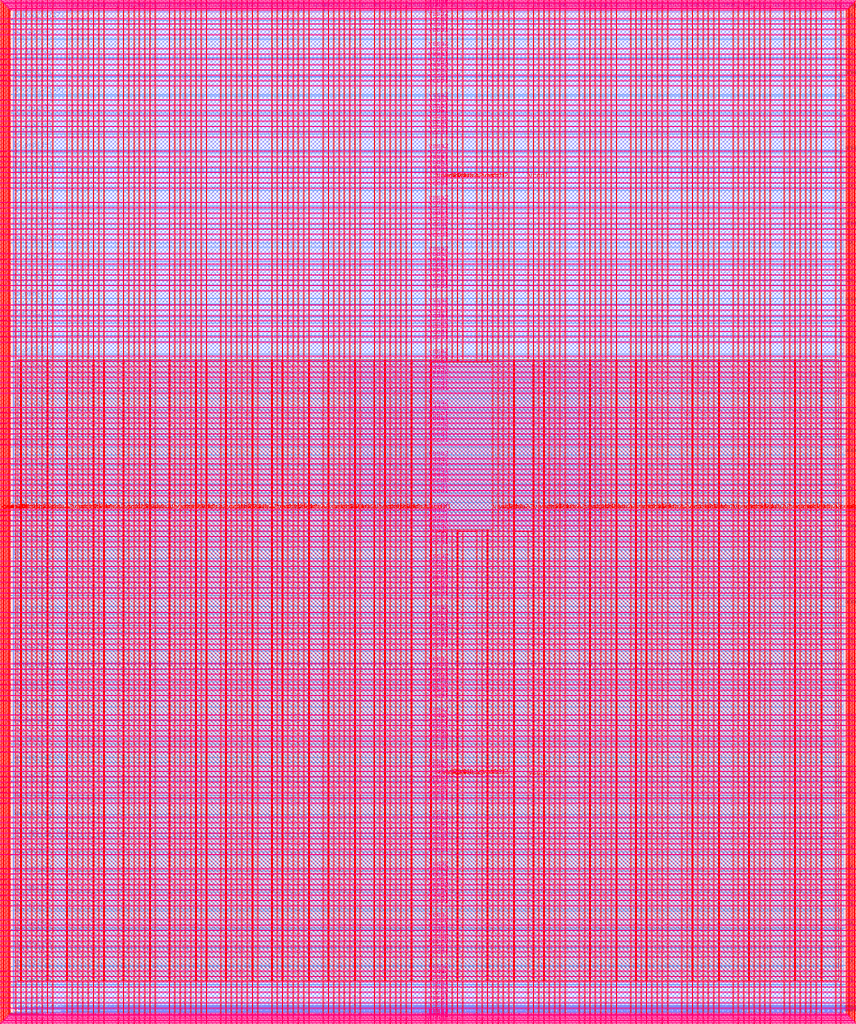
<source format=lef>
VERSION 5.7 ;
  NOWIREEXTENSIONATPIN ON ;
  DIVIDERCHAR "/" ;
  BUSBITCHARS "[]" ;
MACRO user_project_wrapper
  CLASS BLOCK ;
  FOREIGN user_project_wrapper ;
  ORIGIN 0.000 0.000 ;
  SIZE 2920.000 BY 3520.000 ;
  PIN analog_io[0]
    DIRECTION INOUT ;
    USE SIGNAL ;
    PORT
      LAYER met3 ;
        RECT 2917.600 1426.380 2924.800 1427.580 ;
    END
  END analog_io[0]
  PIN analog_io[10]
    DIRECTION INOUT ;
    USE SIGNAL ;
    PORT
      LAYER met2 ;
        RECT 2230.490 3517.600 2231.050 3524.800 ;
    END
  END analog_io[10]
  PIN analog_io[11]
    DIRECTION INOUT ;
    USE SIGNAL ;
    PORT
      LAYER met2 ;
        RECT 1905.730 3517.600 1906.290 3524.800 ;
    END
  END analog_io[11]
  PIN analog_io[12]
    DIRECTION INOUT ;
    USE SIGNAL ;
    PORT
      LAYER met2 ;
        RECT 1581.430 3517.600 1581.990 3524.800 ;
    END
  END analog_io[12]
  PIN analog_io[13]
    DIRECTION INOUT ;
    USE SIGNAL ;
    PORT
      LAYER met2 ;
        RECT 1257.130 3517.600 1257.690 3524.800 ;
    END
  END analog_io[13]
  PIN analog_io[14]
    DIRECTION INOUT ;
    USE SIGNAL ;
    PORT
      LAYER met2 ;
        RECT 932.370 3517.600 932.930 3524.800 ;
    END
  END analog_io[14]
  PIN analog_io[15]
    DIRECTION INOUT ;
    USE SIGNAL ;
    PORT
      LAYER met2 ;
        RECT 608.070 3517.600 608.630 3524.800 ;
    END
  END analog_io[15]
  PIN analog_io[16]
    DIRECTION INOUT ;
    USE SIGNAL ;
    PORT
      LAYER met2 ;
        RECT 283.770 3517.600 284.330 3524.800 ;
    END
  END analog_io[16]
  PIN analog_io[17]
    DIRECTION INOUT ;
    USE SIGNAL ;
    PORT
      LAYER met3 ;
        RECT -4.800 3486.100 2.400 3487.300 ;
    END
  END analog_io[17]
  PIN analog_io[18]
    DIRECTION INOUT ;
    USE SIGNAL ;
    PORT
      LAYER met3 ;
        RECT -4.800 3224.980 2.400 3226.180 ;
    END
  END analog_io[18]
  PIN analog_io[19]
    DIRECTION INOUT ;
    USE SIGNAL ;
    PORT
      LAYER met3 ;
        RECT -4.800 2964.540 2.400 2965.740 ;
    END
  END analog_io[19]
  PIN analog_io[1]
    DIRECTION INOUT ;
    USE SIGNAL ;
    PORT
      LAYER met3 ;
        RECT 2917.600 1692.260 2924.800 1693.460 ;
    END
  END analog_io[1]
  PIN analog_io[20]
    DIRECTION INOUT ;
    USE SIGNAL ;
    PORT
      LAYER met3 ;
        RECT -4.800 2703.420 2.400 2704.620 ;
    END
  END analog_io[20]
  PIN analog_io[21]
    DIRECTION INOUT ;
    USE SIGNAL ;
    PORT
      LAYER met3 ;
        RECT -4.800 2442.980 2.400 2444.180 ;
    END
  END analog_io[21]
  PIN analog_io[22]
    DIRECTION INOUT ;
    USE SIGNAL ;
    PORT
      LAYER met3 ;
        RECT -4.800 2182.540 2.400 2183.740 ;
    END
  END analog_io[22]
  PIN analog_io[23]
    DIRECTION INOUT ;
    USE SIGNAL ;
    PORT
      LAYER met3 ;
        RECT -4.800 1921.420 2.400 1922.620 ;
    END
  END analog_io[23]
  PIN analog_io[24]
    DIRECTION INOUT ;
    USE SIGNAL ;
    PORT
      LAYER met3 ;
        RECT -4.800 1660.980 2.400 1662.180 ;
    END
  END analog_io[24]
  PIN analog_io[25]
    DIRECTION INOUT ;
    USE SIGNAL ;
    PORT
      LAYER met3 ;
        RECT -4.800 1399.860 2.400 1401.060 ;
    END
  END analog_io[25]
  PIN analog_io[26]
    DIRECTION INOUT ;
    USE SIGNAL ;
    PORT
      LAYER met3 ;
        RECT -4.800 1139.420 2.400 1140.620 ;
    END
  END analog_io[26]
  PIN analog_io[27]
    DIRECTION INOUT ;
    USE SIGNAL ;
    PORT
      LAYER met3 ;
        RECT -4.800 878.980 2.400 880.180 ;
    END
  END analog_io[27]
  PIN analog_io[28]
    DIRECTION INOUT ;
    USE SIGNAL ;
    PORT
      LAYER met3 ;
        RECT -4.800 617.860 2.400 619.060 ;
    END
  END analog_io[28]
  PIN analog_io[2]
    DIRECTION INOUT ;
    USE SIGNAL ;
    PORT
      LAYER met3 ;
        RECT 2917.600 1958.140 2924.800 1959.340 ;
    END
  END analog_io[2]
  PIN analog_io[3]
    DIRECTION INOUT ;
    USE SIGNAL ;
    PORT
      LAYER met3 ;
        RECT 2917.600 2223.340 2924.800 2224.540 ;
    END
  END analog_io[3]
  PIN analog_io[4]
    DIRECTION INOUT ;
    USE SIGNAL ;
    PORT
      LAYER met3 ;
        RECT 2917.600 2489.220 2924.800 2490.420 ;
    END
  END analog_io[4]
  PIN analog_io[5]
    DIRECTION INOUT ;
    USE SIGNAL ;
    PORT
      LAYER met3 ;
        RECT 2917.600 2755.100 2924.800 2756.300 ;
    END
  END analog_io[5]
  PIN analog_io[6]
    DIRECTION INOUT ;
    USE SIGNAL ;
    PORT
      LAYER met3 ;
        RECT 2917.600 3020.300 2924.800 3021.500 ;
    END
  END analog_io[6]
  PIN analog_io[7]
    DIRECTION INOUT ;
    USE SIGNAL ;
    PORT
      LAYER met3 ;
        RECT 2917.600 3286.180 2924.800 3287.380 ;
    END
  END analog_io[7]
  PIN analog_io[8]
    DIRECTION INOUT ;
    USE SIGNAL ;
    PORT
      LAYER met2 ;
        RECT 2879.090 3517.600 2879.650 3524.800 ;
    END
  END analog_io[8]
  PIN analog_io[9]
    DIRECTION INOUT ;
    USE SIGNAL ;
    PORT
      LAYER met2 ;
        RECT 2554.790 3517.600 2555.350 3524.800 ;
    END
  END analog_io[9]
  PIN io_in[0]
    DIRECTION INPUT ;
    USE SIGNAL ;
    PORT
      LAYER met3 ;
        RECT 2917.600 32.380 2924.800 33.580 ;
    END
  END io_in[0]
  PIN io_in[10]
    DIRECTION INPUT ;
    USE SIGNAL ;
    PORT
      LAYER met3 ;
        RECT 2917.600 2289.980 2924.800 2291.180 ;
    END
  END io_in[10]
  PIN io_in[11]
    DIRECTION INPUT ;
    USE SIGNAL ;
    PORT
      LAYER met3 ;
        RECT 2917.600 2555.860 2924.800 2557.060 ;
    END
  END io_in[11]
  PIN io_in[12]
    DIRECTION INPUT ;
    USE SIGNAL ;
    PORT
      LAYER met3 ;
        RECT 2917.600 2821.060 2924.800 2822.260 ;
    END
  END io_in[12]
  PIN io_in[13]
    DIRECTION INPUT ;
    USE SIGNAL ;
    PORT
      LAYER met3 ;
        RECT 2917.600 3086.940 2924.800 3088.140 ;
    END
  END io_in[13]
  PIN io_in[14]
    DIRECTION INPUT ;
    USE SIGNAL ;
    PORT
      LAYER met3 ;
        RECT 2917.600 3352.820 2924.800 3354.020 ;
    END
  END io_in[14]
  PIN io_in[15]
    DIRECTION INPUT ;
    USE SIGNAL ;
    PORT
      LAYER met2 ;
        RECT 2798.130 3517.600 2798.690 3524.800 ;
    END
  END io_in[15]
  PIN io_in[16]
    DIRECTION INPUT ;
    USE SIGNAL ;
    PORT
      LAYER met2 ;
        RECT 2473.830 3517.600 2474.390 3524.800 ;
    END
  END io_in[16]
  PIN io_in[17]
    DIRECTION INPUT ;
    USE SIGNAL ;
    PORT
      LAYER met2 ;
        RECT 2149.070 3517.600 2149.630 3524.800 ;
    END
  END io_in[17]
  PIN io_in[18]
    DIRECTION INPUT ;
    USE SIGNAL ;
    PORT
      LAYER met2 ;
        RECT 1824.770 3517.600 1825.330 3524.800 ;
    END
  END io_in[18]
  PIN io_in[19]
    DIRECTION INPUT ;
    USE SIGNAL ;
    PORT
      LAYER met2 ;
        RECT 1500.470 3517.600 1501.030 3524.800 ;
    END
  END io_in[19]
  PIN io_in[1]
    DIRECTION INPUT ;
    USE SIGNAL ;
    PORT
      LAYER met3 ;
        RECT 2917.600 230.940 2924.800 232.140 ;
    END
  END io_in[1]
  PIN io_in[20]
    DIRECTION INPUT ;
    USE SIGNAL ;
    PORT
      LAYER met2 ;
        RECT 1175.710 3517.600 1176.270 3524.800 ;
    END
  END io_in[20]
  PIN io_in[21]
    DIRECTION INPUT ;
    USE SIGNAL ;
    PORT
      LAYER met2 ;
        RECT 851.410 3517.600 851.970 3524.800 ;
    END
  END io_in[21]
  PIN io_in[22]
    DIRECTION INPUT ;
    USE SIGNAL ;
    PORT
      LAYER met2 ;
        RECT 527.110 3517.600 527.670 3524.800 ;
    END
  END io_in[22]
  PIN io_in[23]
    DIRECTION INPUT ;
    USE SIGNAL ;
    PORT
      LAYER met2 ;
        RECT 202.350 3517.600 202.910 3524.800 ;
    END
  END io_in[23]
  PIN io_in[24]
    DIRECTION INPUT ;
    USE SIGNAL ;
    PORT
      LAYER met3 ;
        RECT -4.800 3420.820 2.400 3422.020 ;
    END
  END io_in[24]
  PIN io_in[25]
    DIRECTION INPUT ;
    USE SIGNAL ;
    PORT
      LAYER met3 ;
        RECT -4.800 3159.700 2.400 3160.900 ;
    END
  END io_in[25]
  PIN io_in[26]
    DIRECTION INPUT ;
    USE SIGNAL ;
    PORT
      LAYER met3 ;
        RECT -4.800 2899.260 2.400 2900.460 ;
    END
  END io_in[26]
  PIN io_in[27]
    DIRECTION INPUT ;
    USE SIGNAL ;
    PORT
      LAYER met3 ;
        RECT -4.800 2638.820 2.400 2640.020 ;
    END
  END io_in[27]
  PIN io_in[28]
    DIRECTION INPUT ;
    USE SIGNAL ;
    PORT
      LAYER met3 ;
        RECT -4.800 2377.700 2.400 2378.900 ;
    END
  END io_in[28]
  PIN io_in[29]
    DIRECTION INPUT ;
    USE SIGNAL ;
    PORT
      LAYER met3 ;
        RECT -4.800 2117.260 2.400 2118.460 ;
    END
  END io_in[29]
  PIN io_in[2]
    DIRECTION INPUT ;
    USE SIGNAL ;
    PORT
      LAYER met3 ;
        RECT 2917.600 430.180 2924.800 431.380 ;
    END
  END io_in[2]
  PIN io_in[30]
    DIRECTION INPUT ;
    USE SIGNAL ;
    PORT
      LAYER met3 ;
        RECT -4.800 1856.140 2.400 1857.340 ;
    END
  END io_in[30]
  PIN io_in[31]
    DIRECTION INPUT ;
    USE SIGNAL ;
    PORT
      LAYER met3 ;
        RECT -4.800 1595.700 2.400 1596.900 ;
    END
  END io_in[31]
  PIN io_in[32]
    DIRECTION INPUT ;
    USE SIGNAL ;
    PORT
      LAYER met3 ;
        RECT -4.800 1335.260 2.400 1336.460 ;
    END
  END io_in[32]
  PIN io_in[33]
    DIRECTION INPUT ;
    USE SIGNAL ;
    PORT
      LAYER met3 ;
        RECT -4.800 1074.140 2.400 1075.340 ;
    END
  END io_in[33]
  PIN io_in[34]
    DIRECTION INPUT ;
    USE SIGNAL ;
    PORT
      LAYER met3 ;
        RECT -4.800 813.700 2.400 814.900 ;
    END
  END io_in[34]
  PIN io_in[35]
    DIRECTION INPUT ;
    USE SIGNAL ;
    PORT
      LAYER met3 ;
        RECT -4.800 552.580 2.400 553.780 ;
    END
  END io_in[35]
  PIN io_in[36]
    DIRECTION INPUT ;
    USE SIGNAL ;
    PORT
      LAYER met3 ;
        RECT -4.800 357.420 2.400 358.620 ;
    END
  END io_in[36]
  PIN io_in[37]
    DIRECTION INPUT ;
    USE SIGNAL ;
    PORT
      LAYER met3 ;
        RECT -4.800 161.580 2.400 162.780 ;
    END
  END io_in[37]
  PIN io_in[3]
    DIRECTION INPUT ;
    USE SIGNAL ;
    PORT
      LAYER met3 ;
        RECT 2917.600 629.420 2924.800 630.620 ;
    END
  END io_in[3]
  PIN io_in[4]
    DIRECTION INPUT ;
    USE SIGNAL ;
    PORT
      LAYER met3 ;
        RECT 2917.600 828.660 2924.800 829.860 ;
    END
  END io_in[4]
  PIN io_in[5]
    DIRECTION INPUT ;
    USE SIGNAL ;
    PORT
      LAYER met3 ;
        RECT 2917.600 1027.900 2924.800 1029.100 ;
    END
  END io_in[5]
  PIN io_in[6]
    DIRECTION INPUT ;
    USE SIGNAL ;
    PORT
      LAYER met3 ;
        RECT 2917.600 1227.140 2924.800 1228.340 ;
    END
  END io_in[6]
  PIN io_in[7]
    DIRECTION INPUT ;
    USE SIGNAL ;
    PORT
      LAYER met3 ;
        RECT 2917.600 1493.020 2924.800 1494.220 ;
    END
  END io_in[7]
  PIN io_in[8]
    DIRECTION INPUT ;
    USE SIGNAL ;
    PORT
      LAYER met3 ;
        RECT 2917.600 1758.900 2924.800 1760.100 ;
    END
  END io_in[8]
  PIN io_in[9]
    DIRECTION INPUT ;
    USE SIGNAL ;
    PORT
      LAYER met3 ;
        RECT 2917.600 2024.100 2924.800 2025.300 ;
    END
  END io_in[9]
  PIN io_oeb[0]
    DIRECTION OUTPUT TRISTATE ;
    USE SIGNAL ;
    PORT
      LAYER met3 ;
        RECT 2917.600 164.980 2924.800 166.180 ;
    END
  END io_oeb[0]
  PIN io_oeb[10]
    DIRECTION OUTPUT TRISTATE ;
    USE SIGNAL ;
    PORT
      LAYER met3 ;
        RECT 2917.600 2422.580 2924.800 2423.780 ;
    END
  END io_oeb[10]
  PIN io_oeb[11]
    DIRECTION OUTPUT TRISTATE ;
    USE SIGNAL ;
    PORT
      LAYER met3 ;
        RECT 2917.600 2688.460 2924.800 2689.660 ;
    END
  END io_oeb[11]
  PIN io_oeb[12]
    DIRECTION OUTPUT TRISTATE ;
    USE SIGNAL ;
    PORT
      LAYER met3 ;
        RECT 2917.600 2954.340 2924.800 2955.540 ;
    END
  END io_oeb[12]
  PIN io_oeb[13]
    DIRECTION OUTPUT TRISTATE ;
    USE SIGNAL ;
    PORT
      LAYER met3 ;
        RECT 2917.600 3219.540 2924.800 3220.740 ;
    END
  END io_oeb[13]
  PIN io_oeb[14]
    DIRECTION OUTPUT TRISTATE ;
    USE SIGNAL ;
    PORT
      LAYER met3 ;
        RECT 2917.600 3485.420 2924.800 3486.620 ;
    END
  END io_oeb[14]
  PIN io_oeb[15]
    DIRECTION OUTPUT TRISTATE ;
    USE SIGNAL ;
    PORT
      LAYER met2 ;
        RECT 2635.750 3517.600 2636.310 3524.800 ;
    END
  END io_oeb[15]
  PIN io_oeb[16]
    DIRECTION OUTPUT TRISTATE ;
    USE SIGNAL ;
    PORT
      LAYER met2 ;
        RECT 2311.450 3517.600 2312.010 3524.800 ;
    END
  END io_oeb[16]
  PIN io_oeb[17]
    DIRECTION OUTPUT TRISTATE ;
    USE SIGNAL ;
    PORT
      LAYER met2 ;
        RECT 1987.150 3517.600 1987.710 3524.800 ;
    END
  END io_oeb[17]
  PIN io_oeb[18]
    DIRECTION OUTPUT TRISTATE ;
    USE SIGNAL ;
    PORT
      LAYER met2 ;
        RECT 1662.390 3517.600 1662.950 3524.800 ;
    END
  END io_oeb[18]
  PIN io_oeb[19]
    DIRECTION OUTPUT TRISTATE ;
    USE SIGNAL ;
    PORT
      LAYER met2 ;
        RECT 1338.090 3517.600 1338.650 3524.800 ;
    END
  END io_oeb[19]
  PIN io_oeb[1]
    DIRECTION OUTPUT TRISTATE ;
    USE SIGNAL ;
    PORT
      LAYER met3 ;
        RECT 2917.600 364.220 2924.800 365.420 ;
    END
  END io_oeb[1]
  PIN io_oeb[20]
    DIRECTION OUTPUT TRISTATE ;
    USE SIGNAL ;
    PORT
      LAYER met2 ;
        RECT 1013.790 3517.600 1014.350 3524.800 ;
    END
  END io_oeb[20]
  PIN io_oeb[21]
    DIRECTION OUTPUT TRISTATE ;
    USE SIGNAL ;
    PORT
      LAYER met2 ;
        RECT 689.030 3517.600 689.590 3524.800 ;
    END
  END io_oeb[21]
  PIN io_oeb[22]
    DIRECTION OUTPUT TRISTATE ;
    USE SIGNAL ;
    PORT
      LAYER met2 ;
        RECT 364.730 3517.600 365.290 3524.800 ;
    END
  END io_oeb[22]
  PIN io_oeb[23]
    DIRECTION OUTPUT TRISTATE ;
    USE SIGNAL ;
    PORT
      LAYER met2 ;
        RECT 40.430 3517.600 40.990 3524.800 ;
    END
  END io_oeb[23]
  PIN io_oeb[24]
    DIRECTION OUTPUT TRISTATE ;
    USE SIGNAL ;
    PORT
      LAYER met3 ;
        RECT -4.800 3290.260 2.400 3291.460 ;
    END
  END io_oeb[24]
  PIN io_oeb[25]
    DIRECTION OUTPUT TRISTATE ;
    USE SIGNAL ;
    PORT
      LAYER met3 ;
        RECT -4.800 3029.820 2.400 3031.020 ;
    END
  END io_oeb[25]
  PIN io_oeb[26]
    DIRECTION OUTPUT TRISTATE ;
    USE SIGNAL ;
    PORT
      LAYER met3 ;
        RECT -4.800 2768.700 2.400 2769.900 ;
    END
  END io_oeb[26]
  PIN io_oeb[27]
    DIRECTION OUTPUT TRISTATE ;
    USE SIGNAL ;
    PORT
      LAYER met3 ;
        RECT -4.800 2508.260 2.400 2509.460 ;
    END
  END io_oeb[27]
  PIN io_oeb[28]
    DIRECTION OUTPUT TRISTATE ;
    USE SIGNAL ;
    PORT
      LAYER met3 ;
        RECT -4.800 2247.140 2.400 2248.340 ;
    END
  END io_oeb[28]
  PIN io_oeb[29]
    DIRECTION OUTPUT TRISTATE ;
    USE SIGNAL ;
    PORT
      LAYER met3 ;
        RECT -4.800 1986.700 2.400 1987.900 ;
    END
  END io_oeb[29]
  PIN io_oeb[2]
    DIRECTION OUTPUT TRISTATE ;
    USE SIGNAL ;
    PORT
      LAYER met3 ;
        RECT 2917.600 563.460 2924.800 564.660 ;
    END
  END io_oeb[2]
  PIN io_oeb[30]
    DIRECTION OUTPUT TRISTATE ;
    USE SIGNAL ;
    PORT
      LAYER met3 ;
        RECT -4.800 1726.260 2.400 1727.460 ;
    END
  END io_oeb[30]
  PIN io_oeb[31]
    DIRECTION OUTPUT TRISTATE ;
    USE SIGNAL ;
    PORT
      LAYER met3 ;
        RECT -4.800 1465.140 2.400 1466.340 ;
    END
  END io_oeb[31]
  PIN io_oeb[32]
    DIRECTION OUTPUT TRISTATE ;
    USE SIGNAL ;
    PORT
      LAYER met3 ;
        RECT -4.800 1204.700 2.400 1205.900 ;
    END
  END io_oeb[32]
  PIN io_oeb[33]
    DIRECTION OUTPUT TRISTATE ;
    USE SIGNAL ;
    PORT
      LAYER met3 ;
        RECT -4.800 943.580 2.400 944.780 ;
    END
  END io_oeb[33]
  PIN io_oeb[34]
    DIRECTION OUTPUT TRISTATE ;
    USE SIGNAL ;
    PORT
      LAYER met3 ;
        RECT -4.800 683.140 2.400 684.340 ;
    END
  END io_oeb[34]
  PIN io_oeb[35]
    DIRECTION OUTPUT TRISTATE ;
    USE SIGNAL ;
    PORT
      LAYER met3 ;
        RECT -4.800 422.700 2.400 423.900 ;
    END
  END io_oeb[35]
  PIN io_oeb[36]
    DIRECTION OUTPUT TRISTATE ;
    USE SIGNAL ;
    PORT
      LAYER met3 ;
        RECT -4.800 226.860 2.400 228.060 ;
    END
  END io_oeb[36]
  PIN io_oeb[37]
    DIRECTION OUTPUT TRISTATE ;
    USE SIGNAL ;
    PORT
      LAYER met3 ;
        RECT -4.800 31.700 2.400 32.900 ;
    END
  END io_oeb[37]
  PIN io_oeb[3]
    DIRECTION OUTPUT TRISTATE ;
    USE SIGNAL ;
    PORT
      LAYER met3 ;
        RECT 2917.600 762.700 2924.800 763.900 ;
    END
  END io_oeb[3]
  PIN io_oeb[4]
    DIRECTION OUTPUT TRISTATE ;
    USE SIGNAL ;
    PORT
      LAYER met3 ;
        RECT 2917.600 961.940 2924.800 963.140 ;
    END
  END io_oeb[4]
  PIN io_oeb[5]
    DIRECTION OUTPUT TRISTATE ;
    USE SIGNAL ;
    PORT
      LAYER met3 ;
        RECT 2917.600 1161.180 2924.800 1162.380 ;
    END
  END io_oeb[5]
  PIN io_oeb[6]
    DIRECTION OUTPUT TRISTATE ;
    USE SIGNAL ;
    PORT
      LAYER met3 ;
        RECT 2917.600 1360.420 2924.800 1361.620 ;
    END
  END io_oeb[6]
  PIN io_oeb[7]
    DIRECTION OUTPUT TRISTATE ;
    USE SIGNAL ;
    PORT
      LAYER met3 ;
        RECT 2917.600 1625.620 2924.800 1626.820 ;
    END
  END io_oeb[7]
  PIN io_oeb[8]
    DIRECTION OUTPUT TRISTATE ;
    USE SIGNAL ;
    PORT
      LAYER met3 ;
        RECT 2917.600 1891.500 2924.800 1892.700 ;
    END
  END io_oeb[8]
  PIN io_oeb[9]
    DIRECTION OUTPUT TRISTATE ;
    USE SIGNAL ;
    PORT
      LAYER met3 ;
        RECT 2917.600 2157.380 2924.800 2158.580 ;
    END
  END io_oeb[9]
  PIN io_out[0]
    DIRECTION OUTPUT TRISTATE ;
    USE SIGNAL ;
    PORT
      LAYER met3 ;
        RECT 2917.600 98.340 2924.800 99.540 ;
    END
  END io_out[0]
  PIN io_out[10]
    DIRECTION OUTPUT TRISTATE ;
    USE SIGNAL ;
    PORT
      LAYER met3 ;
        RECT 2917.600 2356.620 2924.800 2357.820 ;
    END
  END io_out[10]
  PIN io_out[11]
    DIRECTION OUTPUT TRISTATE ;
    USE SIGNAL ;
    PORT
      LAYER met3 ;
        RECT 2917.600 2621.820 2924.800 2623.020 ;
    END
  END io_out[11]
  PIN io_out[12]
    DIRECTION OUTPUT TRISTATE ;
    USE SIGNAL ;
    PORT
      LAYER met3 ;
        RECT 2917.600 2887.700 2924.800 2888.900 ;
    END
  END io_out[12]
  PIN io_out[13]
    DIRECTION OUTPUT TRISTATE ;
    USE SIGNAL ;
    PORT
      LAYER met3 ;
        RECT 2917.600 3153.580 2924.800 3154.780 ;
    END
  END io_out[13]
  PIN io_out[14]
    DIRECTION OUTPUT TRISTATE ;
    USE SIGNAL ;
    PORT
      LAYER met3 ;
        RECT 2917.600 3418.780 2924.800 3419.980 ;
    END
  END io_out[14]
  PIN io_out[15]
    DIRECTION OUTPUT TRISTATE ;
    USE SIGNAL ;
    PORT
      LAYER met2 ;
        RECT 2717.170 3517.600 2717.730 3524.800 ;
    END
  END io_out[15]
  PIN io_out[16]
    DIRECTION OUTPUT TRISTATE ;
    USE SIGNAL ;
    PORT
      LAYER met2 ;
        RECT 2392.410 3517.600 2392.970 3524.800 ;
    END
  END io_out[16]
  PIN io_out[17]
    DIRECTION OUTPUT TRISTATE ;
    USE SIGNAL ;
    PORT
      LAYER met2 ;
        RECT 2068.110 3517.600 2068.670 3524.800 ;
    END
  END io_out[17]
  PIN io_out[18]
    DIRECTION OUTPUT TRISTATE ;
    USE SIGNAL ;
    PORT
      LAYER met2 ;
        RECT 1743.810 3517.600 1744.370 3524.800 ;
    END
  END io_out[18]
  PIN io_out[19]
    DIRECTION OUTPUT TRISTATE ;
    USE SIGNAL ;
    PORT
      LAYER met2 ;
        RECT 1419.050 3517.600 1419.610 3524.800 ;
    END
  END io_out[19]
  PIN io_out[1]
    DIRECTION OUTPUT TRISTATE ;
    USE SIGNAL ;
    PORT
      LAYER met3 ;
        RECT 2917.600 297.580 2924.800 298.780 ;
    END
  END io_out[1]
  PIN io_out[20]
    DIRECTION OUTPUT TRISTATE ;
    USE SIGNAL ;
    PORT
      LAYER met2 ;
        RECT 1094.750 3517.600 1095.310 3524.800 ;
    END
  END io_out[20]
  PIN io_out[21]
    DIRECTION OUTPUT TRISTATE ;
    USE SIGNAL ;
    PORT
      LAYER met2 ;
        RECT 770.450 3517.600 771.010 3524.800 ;
    END
  END io_out[21]
  PIN io_out[22]
    DIRECTION OUTPUT TRISTATE ;
    USE SIGNAL ;
    PORT
      LAYER met2 ;
        RECT 445.690 3517.600 446.250 3524.800 ;
    END
  END io_out[22]
  PIN io_out[23]
    DIRECTION OUTPUT TRISTATE ;
    USE SIGNAL ;
    PORT
      LAYER met2 ;
        RECT 121.390 3517.600 121.950 3524.800 ;
    END
  END io_out[23]
  PIN io_out[24]
    DIRECTION OUTPUT TRISTATE ;
    USE SIGNAL ;
    PORT
      LAYER met3 ;
        RECT -4.800 3355.540 2.400 3356.740 ;
    END
  END io_out[24]
  PIN io_out[25]
    DIRECTION OUTPUT TRISTATE ;
    USE SIGNAL ;
    PORT
      LAYER met3 ;
        RECT -4.800 3095.100 2.400 3096.300 ;
    END
  END io_out[25]
  PIN io_out[26]
    DIRECTION OUTPUT TRISTATE ;
    USE SIGNAL ;
    PORT
      LAYER met3 ;
        RECT -4.800 2833.980 2.400 2835.180 ;
    END
  END io_out[26]
  PIN io_out[27]
    DIRECTION OUTPUT TRISTATE ;
    USE SIGNAL ;
    PORT
      LAYER met3 ;
        RECT -4.800 2573.540 2.400 2574.740 ;
    END
  END io_out[27]
  PIN io_out[28]
    DIRECTION OUTPUT TRISTATE ;
    USE SIGNAL ;
    PORT
      LAYER met3 ;
        RECT -4.800 2312.420 2.400 2313.620 ;
    END
  END io_out[28]
  PIN io_out[29]
    DIRECTION OUTPUT TRISTATE ;
    USE SIGNAL ;
    PORT
      LAYER met3 ;
        RECT -4.800 2051.980 2.400 2053.180 ;
    END
  END io_out[29]
  PIN io_out[2]
    DIRECTION OUTPUT TRISTATE ;
    USE SIGNAL ;
    PORT
      LAYER met3 ;
        RECT 2917.600 496.820 2924.800 498.020 ;
    END
  END io_out[2]
  PIN io_out[30]
    DIRECTION OUTPUT TRISTATE ;
    USE SIGNAL ;
    PORT
      LAYER met3 ;
        RECT -4.800 1791.540 2.400 1792.740 ;
    END
  END io_out[30]
  PIN io_out[31]
    DIRECTION OUTPUT TRISTATE ;
    USE SIGNAL ;
    PORT
      LAYER met3 ;
        RECT -4.800 1530.420 2.400 1531.620 ;
    END
  END io_out[31]
  PIN io_out[32]
    DIRECTION OUTPUT TRISTATE ;
    USE SIGNAL ;
    PORT
      LAYER met3 ;
        RECT -4.800 1269.980 2.400 1271.180 ;
    END
  END io_out[32]
  PIN io_out[33]
    DIRECTION OUTPUT TRISTATE ;
    USE SIGNAL ;
    PORT
      LAYER met3 ;
        RECT -4.800 1008.860 2.400 1010.060 ;
    END
  END io_out[33]
  PIN io_out[34]
    DIRECTION OUTPUT TRISTATE ;
    USE SIGNAL ;
    PORT
      LAYER met3 ;
        RECT -4.800 748.420 2.400 749.620 ;
    END
  END io_out[34]
  PIN io_out[35]
    DIRECTION OUTPUT TRISTATE ;
    USE SIGNAL ;
    PORT
      LAYER met3 ;
        RECT -4.800 487.300 2.400 488.500 ;
    END
  END io_out[35]
  PIN io_out[36]
    DIRECTION OUTPUT TRISTATE ;
    USE SIGNAL ;
    PORT
      LAYER met3 ;
        RECT -4.800 292.140 2.400 293.340 ;
    END
  END io_out[36]
  PIN io_out[37]
    DIRECTION OUTPUT TRISTATE ;
    USE SIGNAL ;
    PORT
      LAYER met3 ;
        RECT -4.800 96.300 2.400 97.500 ;
    END
  END io_out[37]
  PIN io_out[3]
    DIRECTION OUTPUT TRISTATE ;
    USE SIGNAL ;
    PORT
      LAYER met3 ;
        RECT 2917.600 696.060 2924.800 697.260 ;
    END
  END io_out[3]
  PIN io_out[4]
    DIRECTION OUTPUT TRISTATE ;
    USE SIGNAL ;
    PORT
      LAYER met3 ;
        RECT 2917.600 895.300 2924.800 896.500 ;
    END
  END io_out[4]
  PIN io_out[5]
    DIRECTION OUTPUT TRISTATE ;
    USE SIGNAL ;
    PORT
      LAYER met3 ;
        RECT 2917.600 1094.540 2924.800 1095.740 ;
    END
  END io_out[5]
  PIN io_out[6]
    DIRECTION OUTPUT TRISTATE ;
    USE SIGNAL ;
    PORT
      LAYER met3 ;
        RECT 2917.600 1293.780 2924.800 1294.980 ;
    END
  END io_out[6]
  PIN io_out[7]
    DIRECTION OUTPUT TRISTATE ;
    USE SIGNAL ;
    PORT
      LAYER met3 ;
        RECT 2917.600 1559.660 2924.800 1560.860 ;
    END
  END io_out[7]
  PIN io_out[8]
    DIRECTION OUTPUT TRISTATE ;
    USE SIGNAL ;
    PORT
      LAYER met3 ;
        RECT 2917.600 1824.860 2924.800 1826.060 ;
    END
  END io_out[8]
  PIN io_out[9]
    DIRECTION OUTPUT TRISTATE ;
    USE SIGNAL ;
    PORT
      LAYER met3 ;
        RECT 2917.600 2090.740 2924.800 2091.940 ;
    END
  END io_out[9]
  PIN la_data_in[0]
    DIRECTION INPUT ;
    USE SIGNAL ;
    PORT
      LAYER met2 ;
        RECT 629.230 -4.800 629.790 2.400 ;
    END
  END la_data_in[0]
  PIN la_data_in[100]
    DIRECTION INPUT ;
    USE SIGNAL ;
    PORT
      LAYER met2 ;
        RECT 2402.530 -4.800 2403.090 2.400 ;
    END
  END la_data_in[100]
  PIN la_data_in[101]
    DIRECTION INPUT ;
    USE SIGNAL ;
    PORT
      LAYER met2 ;
        RECT 2420.010 -4.800 2420.570 2.400 ;
    END
  END la_data_in[101]
  PIN la_data_in[102]
    DIRECTION INPUT ;
    USE SIGNAL ;
    PORT
      LAYER met2 ;
        RECT 2437.950 -4.800 2438.510 2.400 ;
    END
  END la_data_in[102]
  PIN la_data_in[103]
    DIRECTION INPUT ;
    USE SIGNAL ;
    PORT
      LAYER met2 ;
        RECT 2455.430 -4.800 2455.990 2.400 ;
    END
  END la_data_in[103]
  PIN la_data_in[104]
    DIRECTION INPUT ;
    USE SIGNAL ;
    PORT
      LAYER met2 ;
        RECT 2473.370 -4.800 2473.930 2.400 ;
    END
  END la_data_in[104]
  PIN la_data_in[105]
    DIRECTION INPUT ;
    USE SIGNAL ;
    PORT
      LAYER met2 ;
        RECT 2490.850 -4.800 2491.410 2.400 ;
    END
  END la_data_in[105]
  PIN la_data_in[106]
    DIRECTION INPUT ;
    USE SIGNAL ;
    PORT
      LAYER met2 ;
        RECT 2508.790 -4.800 2509.350 2.400 ;
    END
  END la_data_in[106]
  PIN la_data_in[107]
    DIRECTION INPUT ;
    USE SIGNAL ;
    PORT
      LAYER met2 ;
        RECT 2526.730 -4.800 2527.290 2.400 ;
    END
  END la_data_in[107]
  PIN la_data_in[108]
    DIRECTION INPUT ;
    USE SIGNAL ;
    PORT
      LAYER met2 ;
        RECT 2544.210 -4.800 2544.770 2.400 ;
    END
  END la_data_in[108]
  PIN la_data_in[109]
    DIRECTION INPUT ;
    USE SIGNAL ;
    PORT
      LAYER met2 ;
        RECT 2562.150 -4.800 2562.710 2.400 ;
    END
  END la_data_in[109]
  PIN la_data_in[10]
    DIRECTION INPUT ;
    USE SIGNAL ;
    PORT
      LAYER met2 ;
        RECT 806.330 -4.800 806.890 2.400 ;
    END
  END la_data_in[10]
  PIN la_data_in[110]
    DIRECTION INPUT ;
    USE SIGNAL ;
    PORT
      LAYER met2 ;
        RECT 2579.630 -4.800 2580.190 2.400 ;
    END
  END la_data_in[110]
  PIN la_data_in[111]
    DIRECTION INPUT ;
    USE SIGNAL ;
    PORT
      LAYER met2 ;
        RECT 2597.570 -4.800 2598.130 2.400 ;
    END
  END la_data_in[111]
  PIN la_data_in[112]
    DIRECTION INPUT ;
    USE SIGNAL ;
    PORT
      LAYER met2 ;
        RECT 2615.050 -4.800 2615.610 2.400 ;
    END
  END la_data_in[112]
  PIN la_data_in[113]
    DIRECTION INPUT ;
    USE SIGNAL ;
    PORT
      LAYER met2 ;
        RECT 2632.990 -4.800 2633.550 2.400 ;
    END
  END la_data_in[113]
  PIN la_data_in[114]
    DIRECTION INPUT ;
    USE SIGNAL ;
    PORT
      LAYER met2 ;
        RECT 2650.470 -4.800 2651.030 2.400 ;
    END
  END la_data_in[114]
  PIN la_data_in[115]
    DIRECTION INPUT ;
    USE SIGNAL ;
    PORT
      LAYER met2 ;
        RECT 2668.410 -4.800 2668.970 2.400 ;
    END
  END la_data_in[115]
  PIN la_data_in[116]
    DIRECTION INPUT ;
    USE SIGNAL ;
    PORT
      LAYER met2 ;
        RECT 2685.890 -4.800 2686.450 2.400 ;
    END
  END la_data_in[116]
  PIN la_data_in[117]
    DIRECTION INPUT ;
    USE SIGNAL ;
    PORT
      LAYER met2 ;
        RECT 2703.830 -4.800 2704.390 2.400 ;
    END
  END la_data_in[117]
  PIN la_data_in[118]
    DIRECTION INPUT ;
    USE SIGNAL ;
    PORT
      LAYER met2 ;
        RECT 2721.770 -4.800 2722.330 2.400 ;
    END
  END la_data_in[118]
  PIN la_data_in[119]
    DIRECTION INPUT ;
    USE SIGNAL ;
    PORT
      LAYER met2 ;
        RECT 2739.250 -4.800 2739.810 2.400 ;
    END
  END la_data_in[119]
  PIN la_data_in[11]
    DIRECTION INPUT ;
    USE SIGNAL ;
    PORT
      LAYER met2 ;
        RECT 824.270 -4.800 824.830 2.400 ;
    END
  END la_data_in[11]
  PIN la_data_in[120]
    DIRECTION INPUT ;
    USE SIGNAL ;
    PORT
      LAYER met2 ;
        RECT 2757.190 -4.800 2757.750 2.400 ;
    END
  END la_data_in[120]
  PIN la_data_in[121]
    DIRECTION INPUT ;
    USE SIGNAL ;
    PORT
      LAYER met2 ;
        RECT 2774.670 -4.800 2775.230 2.400 ;
    END
  END la_data_in[121]
  PIN la_data_in[122]
    DIRECTION INPUT ;
    USE SIGNAL ;
    PORT
      LAYER met2 ;
        RECT 2792.610 -4.800 2793.170 2.400 ;
    END
  END la_data_in[122]
  PIN la_data_in[123]
    DIRECTION INPUT ;
    USE SIGNAL ;
    PORT
      LAYER met2 ;
        RECT 2810.090 -4.800 2810.650 2.400 ;
    END
  END la_data_in[123]
  PIN la_data_in[124]
    DIRECTION INPUT ;
    USE SIGNAL ;
    PORT
      LAYER met2 ;
        RECT 2828.030 -4.800 2828.590 2.400 ;
    END
  END la_data_in[124]
  PIN la_data_in[125]
    DIRECTION INPUT ;
    USE SIGNAL ;
    PORT
      LAYER met2 ;
        RECT 2845.510 -4.800 2846.070 2.400 ;
    END
  END la_data_in[125]
  PIN la_data_in[126]
    DIRECTION INPUT ;
    USE SIGNAL ;
    PORT
      LAYER met2 ;
        RECT 2863.450 -4.800 2864.010 2.400 ;
    END
  END la_data_in[126]
  PIN la_data_in[127]
    DIRECTION INPUT ;
    USE SIGNAL ;
    PORT
      LAYER met2 ;
        RECT 2881.390 -4.800 2881.950 2.400 ;
    END
  END la_data_in[127]
  PIN la_data_in[12]
    DIRECTION INPUT ;
    USE SIGNAL ;
    PORT
      LAYER met2 ;
        RECT 841.750 -4.800 842.310 2.400 ;
    END
  END la_data_in[12]
  PIN la_data_in[13]
    DIRECTION INPUT ;
    USE SIGNAL ;
    PORT
      LAYER met2 ;
        RECT 859.690 -4.800 860.250 2.400 ;
    END
  END la_data_in[13]
  PIN la_data_in[14]
    DIRECTION INPUT ;
    USE SIGNAL ;
    PORT
      LAYER met2 ;
        RECT 877.170 -4.800 877.730 2.400 ;
    END
  END la_data_in[14]
  PIN la_data_in[15]
    DIRECTION INPUT ;
    USE SIGNAL ;
    PORT
      LAYER met2 ;
        RECT 895.110 -4.800 895.670 2.400 ;
    END
  END la_data_in[15]
  PIN la_data_in[16]
    DIRECTION INPUT ;
    USE SIGNAL ;
    PORT
      LAYER met2 ;
        RECT 912.590 -4.800 913.150 2.400 ;
    END
  END la_data_in[16]
  PIN la_data_in[17]
    DIRECTION INPUT ;
    USE SIGNAL ;
    PORT
      LAYER met2 ;
        RECT 930.530 -4.800 931.090 2.400 ;
    END
  END la_data_in[17]
  PIN la_data_in[18]
    DIRECTION INPUT ;
    USE SIGNAL ;
    PORT
      LAYER met2 ;
        RECT 948.470 -4.800 949.030 2.400 ;
    END
  END la_data_in[18]
  PIN la_data_in[19]
    DIRECTION INPUT ;
    USE SIGNAL ;
    PORT
      LAYER met2 ;
        RECT 965.950 -4.800 966.510 2.400 ;
    END
  END la_data_in[19]
  PIN la_data_in[1]
    DIRECTION INPUT ;
    USE SIGNAL ;
    PORT
      LAYER met2 ;
        RECT 646.710 -4.800 647.270 2.400 ;
    END
  END la_data_in[1]
  PIN la_data_in[20]
    DIRECTION INPUT ;
    USE SIGNAL ;
    PORT
      LAYER met2 ;
        RECT 983.890 -4.800 984.450 2.400 ;
    END
  END la_data_in[20]
  PIN la_data_in[21]
    DIRECTION INPUT ;
    USE SIGNAL ;
    PORT
      LAYER met2 ;
        RECT 1001.370 -4.800 1001.930 2.400 ;
    END
  END la_data_in[21]
  PIN la_data_in[22]
    DIRECTION INPUT ;
    USE SIGNAL ;
    PORT
      LAYER met2 ;
        RECT 1019.310 -4.800 1019.870 2.400 ;
    END
  END la_data_in[22]
  PIN la_data_in[23]
    DIRECTION INPUT ;
    USE SIGNAL ;
    PORT
      LAYER met2 ;
        RECT 1036.790 -4.800 1037.350 2.400 ;
    END
  END la_data_in[23]
  PIN la_data_in[24]
    DIRECTION INPUT ;
    USE SIGNAL ;
    PORT
      LAYER met2 ;
        RECT 1054.730 -4.800 1055.290 2.400 ;
    END
  END la_data_in[24]
  PIN la_data_in[25]
    DIRECTION INPUT ;
    USE SIGNAL ;
    PORT
      LAYER met2 ;
        RECT 1072.210 -4.800 1072.770 2.400 ;
    END
  END la_data_in[25]
  PIN la_data_in[26]
    DIRECTION INPUT ;
    USE SIGNAL ;
    PORT
      LAYER met2 ;
        RECT 1090.150 -4.800 1090.710 2.400 ;
    END
  END la_data_in[26]
  PIN la_data_in[27]
    DIRECTION INPUT ;
    USE SIGNAL ;
    PORT
      LAYER met2 ;
        RECT 1107.630 -4.800 1108.190 2.400 ;
    END
  END la_data_in[27]
  PIN la_data_in[28]
    DIRECTION INPUT ;
    USE SIGNAL ;
    PORT
      LAYER met2 ;
        RECT 1125.570 -4.800 1126.130 2.400 ;
    END
  END la_data_in[28]
  PIN la_data_in[29]
    DIRECTION INPUT ;
    USE SIGNAL ;
    PORT
      LAYER met2 ;
        RECT 1143.510 -4.800 1144.070 2.400 ;
    END
  END la_data_in[29]
  PIN la_data_in[2]
    DIRECTION INPUT ;
    USE SIGNAL ;
    PORT
      LAYER met2 ;
        RECT 664.650 -4.800 665.210 2.400 ;
    END
  END la_data_in[2]
  PIN la_data_in[30]
    DIRECTION INPUT ;
    USE SIGNAL ;
    PORT
      LAYER met2 ;
        RECT 1160.990 -4.800 1161.550 2.400 ;
    END
  END la_data_in[30]
  PIN la_data_in[31]
    DIRECTION INPUT ;
    USE SIGNAL ;
    PORT
      LAYER met2 ;
        RECT 1178.930 -4.800 1179.490 2.400 ;
    END
  END la_data_in[31]
  PIN la_data_in[32]
    DIRECTION INPUT ;
    USE SIGNAL ;
    PORT
      LAYER met2 ;
        RECT 1196.410 -4.800 1196.970 2.400 ;
    END
  END la_data_in[32]
  PIN la_data_in[33]
    DIRECTION INPUT ;
    USE SIGNAL ;
    PORT
      LAYER met2 ;
        RECT 1214.350 -4.800 1214.910 2.400 ;
    END
  END la_data_in[33]
  PIN la_data_in[34]
    DIRECTION INPUT ;
    USE SIGNAL ;
    PORT
      LAYER met2 ;
        RECT 1231.830 -4.800 1232.390 2.400 ;
    END
  END la_data_in[34]
  PIN la_data_in[35]
    DIRECTION INPUT ;
    USE SIGNAL ;
    PORT
      LAYER met2 ;
        RECT 1249.770 -4.800 1250.330 2.400 ;
    END
  END la_data_in[35]
  PIN la_data_in[36]
    DIRECTION INPUT ;
    USE SIGNAL ;
    PORT
      LAYER met2 ;
        RECT 1267.250 -4.800 1267.810 2.400 ;
    END
  END la_data_in[36]
  PIN la_data_in[37]
    DIRECTION INPUT ;
    USE SIGNAL ;
    PORT
      LAYER met2 ;
        RECT 1285.190 -4.800 1285.750 2.400 ;
    END
  END la_data_in[37]
  PIN la_data_in[38]
    DIRECTION INPUT ;
    USE SIGNAL ;
    PORT
      LAYER met2 ;
        RECT 1303.130 -4.800 1303.690 2.400 ;
    END
  END la_data_in[38]
  PIN la_data_in[39]
    DIRECTION INPUT ;
    USE SIGNAL ;
    PORT
      LAYER met2 ;
        RECT 1320.610 -4.800 1321.170 2.400 ;
    END
  END la_data_in[39]
  PIN la_data_in[3]
    DIRECTION INPUT ;
    USE SIGNAL ;
    PORT
      LAYER met2 ;
        RECT 682.130 -4.800 682.690 2.400 ;
    END
  END la_data_in[3]
  PIN la_data_in[40]
    DIRECTION INPUT ;
    USE SIGNAL ;
    PORT
      LAYER met2 ;
        RECT 1338.550 -4.800 1339.110 2.400 ;
    END
  END la_data_in[40]
  PIN la_data_in[41]
    DIRECTION INPUT ;
    USE SIGNAL ;
    PORT
      LAYER met2 ;
        RECT 1356.030 -4.800 1356.590 2.400 ;
    END
  END la_data_in[41]
  PIN la_data_in[42]
    DIRECTION INPUT ;
    USE SIGNAL ;
    PORT
      LAYER met2 ;
        RECT 1373.970 -4.800 1374.530 2.400 ;
    END
  END la_data_in[42]
  PIN la_data_in[43]
    DIRECTION INPUT ;
    USE SIGNAL ;
    PORT
      LAYER met2 ;
        RECT 1391.450 -4.800 1392.010 2.400 ;
    END
  END la_data_in[43]
  PIN la_data_in[44]
    DIRECTION INPUT ;
    USE SIGNAL ;
    PORT
      LAYER met2 ;
        RECT 1409.390 -4.800 1409.950 2.400 ;
    END
  END la_data_in[44]
  PIN la_data_in[45]
    DIRECTION INPUT ;
    USE SIGNAL ;
    PORT
      LAYER met2 ;
        RECT 1426.870 -4.800 1427.430 2.400 ;
    END
  END la_data_in[45]
  PIN la_data_in[46]
    DIRECTION INPUT ;
    USE SIGNAL ;
    PORT
      LAYER met2 ;
        RECT 1444.810 -4.800 1445.370 2.400 ;
    END
  END la_data_in[46]
  PIN la_data_in[47]
    DIRECTION INPUT ;
    USE SIGNAL ;
    PORT
      LAYER met2 ;
        RECT 1462.750 -4.800 1463.310 2.400 ;
    END
  END la_data_in[47]
  PIN la_data_in[48]
    DIRECTION INPUT ;
    USE SIGNAL ;
    PORT
      LAYER met2 ;
        RECT 1480.230 -4.800 1480.790 2.400 ;
    END
  END la_data_in[48]
  PIN la_data_in[49]
    DIRECTION INPUT ;
    USE SIGNAL ;
    PORT
      LAYER met2 ;
        RECT 1498.170 -4.800 1498.730 2.400 ;
    END
  END la_data_in[49]
  PIN la_data_in[4]
    DIRECTION INPUT ;
    USE SIGNAL ;
    PORT
      LAYER met2 ;
        RECT 700.070 -4.800 700.630 2.400 ;
    END
  END la_data_in[4]
  PIN la_data_in[50]
    DIRECTION INPUT ;
    USE SIGNAL ;
    PORT
      LAYER met2 ;
        RECT 1515.650 -4.800 1516.210 2.400 ;
    END
  END la_data_in[50]
  PIN la_data_in[51]
    DIRECTION INPUT ;
    USE SIGNAL ;
    PORT
      LAYER met2 ;
        RECT 1533.590 -4.800 1534.150 2.400 ;
    END
  END la_data_in[51]
  PIN la_data_in[52]
    DIRECTION INPUT ;
    USE SIGNAL ;
    PORT
      LAYER met2 ;
        RECT 1551.070 -4.800 1551.630 2.400 ;
    END
  END la_data_in[52]
  PIN la_data_in[53]
    DIRECTION INPUT ;
    USE SIGNAL ;
    PORT
      LAYER met2 ;
        RECT 1569.010 -4.800 1569.570 2.400 ;
    END
  END la_data_in[53]
  PIN la_data_in[54]
    DIRECTION INPUT ;
    USE SIGNAL ;
    PORT
      LAYER met2 ;
        RECT 1586.490 -4.800 1587.050 2.400 ;
    END
  END la_data_in[54]
  PIN la_data_in[55]
    DIRECTION INPUT ;
    USE SIGNAL ;
    PORT
      LAYER met2 ;
        RECT 1604.430 -4.800 1604.990 2.400 ;
    END
  END la_data_in[55]
  PIN la_data_in[56]
    DIRECTION INPUT ;
    USE SIGNAL ;
    PORT
      LAYER met2 ;
        RECT 1621.910 -4.800 1622.470 2.400 ;
    END
  END la_data_in[56]
  PIN la_data_in[57]
    DIRECTION INPUT ;
    USE SIGNAL ;
    PORT
      LAYER met2 ;
        RECT 1639.850 -4.800 1640.410 2.400 ;
    END
  END la_data_in[57]
  PIN la_data_in[58]
    DIRECTION INPUT ;
    USE SIGNAL ;
    PORT
      LAYER met2 ;
        RECT 1657.790 -4.800 1658.350 2.400 ;
    END
  END la_data_in[58]
  PIN la_data_in[59]
    DIRECTION INPUT ;
    USE SIGNAL ;
    PORT
      LAYER met2 ;
        RECT 1675.270 -4.800 1675.830 2.400 ;
    END
  END la_data_in[59]
  PIN la_data_in[5]
    DIRECTION INPUT ;
    USE SIGNAL ;
    PORT
      LAYER met2 ;
        RECT 717.550 -4.800 718.110 2.400 ;
    END
  END la_data_in[5]
  PIN la_data_in[60]
    DIRECTION INPUT ;
    USE SIGNAL ;
    PORT
      LAYER met2 ;
        RECT 1693.210 -4.800 1693.770 2.400 ;
    END
  END la_data_in[60]
  PIN la_data_in[61]
    DIRECTION INPUT ;
    USE SIGNAL ;
    PORT
      LAYER met2 ;
        RECT 1710.690 -4.800 1711.250 2.400 ;
    END
  END la_data_in[61]
  PIN la_data_in[62]
    DIRECTION INPUT ;
    USE SIGNAL ;
    PORT
      LAYER met2 ;
        RECT 1728.630 -4.800 1729.190 2.400 ;
    END
  END la_data_in[62]
  PIN la_data_in[63]
    DIRECTION INPUT ;
    USE SIGNAL ;
    PORT
      LAYER met2 ;
        RECT 1746.110 -4.800 1746.670 2.400 ;
    END
  END la_data_in[63]
  PIN la_data_in[64]
    DIRECTION INPUT ;
    USE SIGNAL ;
    PORT
      LAYER met2 ;
        RECT 1764.050 -4.800 1764.610 2.400 ;
    END
  END la_data_in[64]
  PIN la_data_in[65]
    DIRECTION INPUT ;
    USE SIGNAL ;
    PORT
      LAYER met2 ;
        RECT 1781.530 -4.800 1782.090 2.400 ;
    END
  END la_data_in[65]
  PIN la_data_in[66]
    DIRECTION INPUT ;
    USE SIGNAL ;
    PORT
      LAYER met2 ;
        RECT 1799.470 -4.800 1800.030 2.400 ;
    END
  END la_data_in[66]
  PIN la_data_in[67]
    DIRECTION INPUT ;
    USE SIGNAL ;
    PORT
      LAYER met2 ;
        RECT 1817.410 -4.800 1817.970 2.400 ;
    END
  END la_data_in[67]
  PIN la_data_in[68]
    DIRECTION INPUT ;
    USE SIGNAL ;
    PORT
      LAYER met2 ;
        RECT 1834.890 -4.800 1835.450 2.400 ;
    END
  END la_data_in[68]
  PIN la_data_in[69]
    DIRECTION INPUT ;
    USE SIGNAL ;
    PORT
      LAYER met2 ;
        RECT 1852.830 -4.800 1853.390 2.400 ;
    END
  END la_data_in[69]
  PIN la_data_in[6]
    DIRECTION INPUT ;
    USE SIGNAL ;
    PORT
      LAYER met2 ;
        RECT 735.490 -4.800 736.050 2.400 ;
    END
  END la_data_in[6]
  PIN la_data_in[70]
    DIRECTION INPUT ;
    USE SIGNAL ;
    PORT
      LAYER met2 ;
        RECT 1870.310 -4.800 1870.870 2.400 ;
    END
  END la_data_in[70]
  PIN la_data_in[71]
    DIRECTION INPUT ;
    USE SIGNAL ;
    PORT
      LAYER met2 ;
        RECT 1888.250 -4.800 1888.810 2.400 ;
    END
  END la_data_in[71]
  PIN la_data_in[72]
    DIRECTION INPUT ;
    USE SIGNAL ;
    PORT
      LAYER met2 ;
        RECT 1905.730 -4.800 1906.290 2.400 ;
    END
  END la_data_in[72]
  PIN la_data_in[73]
    DIRECTION INPUT ;
    USE SIGNAL ;
    PORT
      LAYER met2 ;
        RECT 1923.670 -4.800 1924.230 2.400 ;
    END
  END la_data_in[73]
  PIN la_data_in[74]
    DIRECTION INPUT ;
    USE SIGNAL ;
    PORT
      LAYER met2 ;
        RECT 1941.150 -4.800 1941.710 2.400 ;
    END
  END la_data_in[74]
  PIN la_data_in[75]
    DIRECTION INPUT ;
    USE SIGNAL ;
    PORT
      LAYER met2 ;
        RECT 1959.090 -4.800 1959.650 2.400 ;
    END
  END la_data_in[75]
  PIN la_data_in[76]
    DIRECTION INPUT ;
    USE SIGNAL ;
    PORT
      LAYER met2 ;
        RECT 1976.570 -4.800 1977.130 2.400 ;
    END
  END la_data_in[76]
  PIN la_data_in[77]
    DIRECTION INPUT ;
    USE SIGNAL ;
    PORT
      LAYER met2 ;
        RECT 1994.510 -4.800 1995.070 2.400 ;
    END
  END la_data_in[77]
  PIN la_data_in[78]
    DIRECTION INPUT ;
    USE SIGNAL ;
    PORT
      LAYER met2 ;
        RECT 2012.450 -4.800 2013.010 2.400 ;
    END
  END la_data_in[78]
  PIN la_data_in[79]
    DIRECTION INPUT ;
    USE SIGNAL ;
    PORT
      LAYER met2 ;
        RECT 2029.930 -4.800 2030.490 2.400 ;
    END
  END la_data_in[79]
  PIN la_data_in[7]
    DIRECTION INPUT ;
    USE SIGNAL ;
    PORT
      LAYER met2 ;
        RECT 752.970 -4.800 753.530 2.400 ;
    END
  END la_data_in[7]
  PIN la_data_in[80]
    DIRECTION INPUT ;
    USE SIGNAL ;
    PORT
      LAYER met2 ;
        RECT 2047.870 -4.800 2048.430 2.400 ;
    END
  END la_data_in[80]
  PIN la_data_in[81]
    DIRECTION INPUT ;
    USE SIGNAL ;
    PORT
      LAYER met2 ;
        RECT 2065.350 -4.800 2065.910 2.400 ;
    END
  END la_data_in[81]
  PIN la_data_in[82]
    DIRECTION INPUT ;
    USE SIGNAL ;
    PORT
      LAYER met2 ;
        RECT 2083.290 -4.800 2083.850 2.400 ;
    END
  END la_data_in[82]
  PIN la_data_in[83]
    DIRECTION INPUT ;
    USE SIGNAL ;
    PORT
      LAYER met2 ;
        RECT 2100.770 -4.800 2101.330 2.400 ;
    END
  END la_data_in[83]
  PIN la_data_in[84]
    DIRECTION INPUT ;
    USE SIGNAL ;
    PORT
      LAYER met2 ;
        RECT 2118.710 -4.800 2119.270 2.400 ;
    END
  END la_data_in[84]
  PIN la_data_in[85]
    DIRECTION INPUT ;
    USE SIGNAL ;
    PORT
      LAYER met2 ;
        RECT 2136.190 -4.800 2136.750 2.400 ;
    END
  END la_data_in[85]
  PIN la_data_in[86]
    DIRECTION INPUT ;
    USE SIGNAL ;
    PORT
      LAYER met2 ;
        RECT 2154.130 -4.800 2154.690 2.400 ;
    END
  END la_data_in[86]
  PIN la_data_in[87]
    DIRECTION INPUT ;
    USE SIGNAL ;
    PORT
      LAYER met2 ;
        RECT 2172.070 -4.800 2172.630 2.400 ;
    END
  END la_data_in[87]
  PIN la_data_in[88]
    DIRECTION INPUT ;
    USE SIGNAL ;
    PORT
      LAYER met2 ;
        RECT 2189.550 -4.800 2190.110 2.400 ;
    END
  END la_data_in[88]
  PIN la_data_in[89]
    DIRECTION INPUT ;
    USE SIGNAL ;
    PORT
      LAYER met2 ;
        RECT 2207.490 -4.800 2208.050 2.400 ;
    END
  END la_data_in[89]
  PIN la_data_in[8]
    DIRECTION INPUT ;
    USE SIGNAL ;
    PORT
      LAYER met2 ;
        RECT 770.910 -4.800 771.470 2.400 ;
    END
  END la_data_in[8]
  PIN la_data_in[90]
    DIRECTION INPUT ;
    USE SIGNAL ;
    PORT
      LAYER met2 ;
        RECT 2224.970 -4.800 2225.530 2.400 ;
    END
  END la_data_in[90]
  PIN la_data_in[91]
    DIRECTION INPUT ;
    USE SIGNAL ;
    PORT
      LAYER met2 ;
        RECT 2242.910 -4.800 2243.470 2.400 ;
    END
  END la_data_in[91]
  PIN la_data_in[92]
    DIRECTION INPUT ;
    USE SIGNAL ;
    PORT
      LAYER met2 ;
        RECT 2260.390 -4.800 2260.950 2.400 ;
    END
  END la_data_in[92]
  PIN la_data_in[93]
    DIRECTION INPUT ;
    USE SIGNAL ;
    PORT
      LAYER met2 ;
        RECT 2278.330 -4.800 2278.890 2.400 ;
    END
  END la_data_in[93]
  PIN la_data_in[94]
    DIRECTION INPUT ;
    USE SIGNAL ;
    PORT
      LAYER met2 ;
        RECT 2295.810 -4.800 2296.370 2.400 ;
    END
  END la_data_in[94]
  PIN la_data_in[95]
    DIRECTION INPUT ;
    USE SIGNAL ;
    PORT
      LAYER met2 ;
        RECT 2313.750 -4.800 2314.310 2.400 ;
    END
  END la_data_in[95]
  PIN la_data_in[96]
    DIRECTION INPUT ;
    USE SIGNAL ;
    PORT
      LAYER met2 ;
        RECT 2331.230 -4.800 2331.790 2.400 ;
    END
  END la_data_in[96]
  PIN la_data_in[97]
    DIRECTION INPUT ;
    USE SIGNAL ;
    PORT
      LAYER met2 ;
        RECT 2349.170 -4.800 2349.730 2.400 ;
    END
  END la_data_in[97]
  PIN la_data_in[98]
    DIRECTION INPUT ;
    USE SIGNAL ;
    PORT
      LAYER met2 ;
        RECT 2367.110 -4.800 2367.670 2.400 ;
    END
  END la_data_in[98]
  PIN la_data_in[99]
    DIRECTION INPUT ;
    USE SIGNAL ;
    PORT
      LAYER met2 ;
        RECT 2384.590 -4.800 2385.150 2.400 ;
    END
  END la_data_in[99]
  PIN la_data_in[9]
    DIRECTION INPUT ;
    USE SIGNAL ;
    PORT
      LAYER met2 ;
        RECT 788.850 -4.800 789.410 2.400 ;
    END
  END la_data_in[9]
  PIN la_data_out[0]
    DIRECTION OUTPUT TRISTATE ;
    USE SIGNAL ;
    PORT
      LAYER met2 ;
        RECT 634.750 -4.800 635.310 2.400 ;
    END
  END la_data_out[0]
  PIN la_data_out[100]
    DIRECTION OUTPUT TRISTATE ;
    USE SIGNAL ;
    PORT
      LAYER met2 ;
        RECT 2408.510 -4.800 2409.070 2.400 ;
    END
  END la_data_out[100]
  PIN la_data_out[101]
    DIRECTION OUTPUT TRISTATE ;
    USE SIGNAL ;
    PORT
      LAYER met2 ;
        RECT 2425.990 -4.800 2426.550 2.400 ;
    END
  END la_data_out[101]
  PIN la_data_out[102]
    DIRECTION OUTPUT TRISTATE ;
    USE SIGNAL ;
    PORT
      LAYER met2 ;
        RECT 2443.930 -4.800 2444.490 2.400 ;
    END
  END la_data_out[102]
  PIN la_data_out[103]
    DIRECTION OUTPUT TRISTATE ;
    USE SIGNAL ;
    PORT
      LAYER met2 ;
        RECT 2461.410 -4.800 2461.970 2.400 ;
    END
  END la_data_out[103]
  PIN la_data_out[104]
    DIRECTION OUTPUT TRISTATE ;
    USE SIGNAL ;
    PORT
      LAYER met2 ;
        RECT 2479.350 -4.800 2479.910 2.400 ;
    END
  END la_data_out[104]
  PIN la_data_out[105]
    DIRECTION OUTPUT TRISTATE ;
    USE SIGNAL ;
    PORT
      LAYER met2 ;
        RECT 2496.830 -4.800 2497.390 2.400 ;
    END
  END la_data_out[105]
  PIN la_data_out[106]
    DIRECTION OUTPUT TRISTATE ;
    USE SIGNAL ;
    PORT
      LAYER met2 ;
        RECT 2514.770 -4.800 2515.330 2.400 ;
    END
  END la_data_out[106]
  PIN la_data_out[107]
    DIRECTION OUTPUT TRISTATE ;
    USE SIGNAL ;
    PORT
      LAYER met2 ;
        RECT 2532.250 -4.800 2532.810 2.400 ;
    END
  END la_data_out[107]
  PIN la_data_out[108]
    DIRECTION OUTPUT TRISTATE ;
    USE SIGNAL ;
    PORT
      LAYER met2 ;
        RECT 2550.190 -4.800 2550.750 2.400 ;
    END
  END la_data_out[108]
  PIN la_data_out[109]
    DIRECTION OUTPUT TRISTATE ;
    USE SIGNAL ;
    PORT
      LAYER met2 ;
        RECT 2567.670 -4.800 2568.230 2.400 ;
    END
  END la_data_out[109]
  PIN la_data_out[10]
    DIRECTION OUTPUT TRISTATE ;
    USE SIGNAL ;
    PORT
      LAYER met2 ;
        RECT 812.310 -4.800 812.870 2.400 ;
    END
  END la_data_out[10]
  PIN la_data_out[110]
    DIRECTION OUTPUT TRISTATE ;
    USE SIGNAL ;
    PORT
      LAYER met2 ;
        RECT 2585.610 -4.800 2586.170 2.400 ;
    END
  END la_data_out[110]
  PIN la_data_out[111]
    DIRECTION OUTPUT TRISTATE ;
    USE SIGNAL ;
    PORT
      LAYER met2 ;
        RECT 2603.550 -4.800 2604.110 2.400 ;
    END
  END la_data_out[111]
  PIN la_data_out[112]
    DIRECTION OUTPUT TRISTATE ;
    USE SIGNAL ;
    PORT
      LAYER met2 ;
        RECT 2621.030 -4.800 2621.590 2.400 ;
    END
  END la_data_out[112]
  PIN la_data_out[113]
    DIRECTION OUTPUT TRISTATE ;
    USE SIGNAL ;
    PORT
      LAYER met2 ;
        RECT 2638.970 -4.800 2639.530 2.400 ;
    END
  END la_data_out[113]
  PIN la_data_out[114]
    DIRECTION OUTPUT TRISTATE ;
    USE SIGNAL ;
    PORT
      LAYER met2 ;
        RECT 2656.450 -4.800 2657.010 2.400 ;
    END
  END la_data_out[114]
  PIN la_data_out[115]
    DIRECTION OUTPUT TRISTATE ;
    USE SIGNAL ;
    PORT
      LAYER met2 ;
        RECT 2674.390 -4.800 2674.950 2.400 ;
    END
  END la_data_out[115]
  PIN la_data_out[116]
    DIRECTION OUTPUT TRISTATE ;
    USE SIGNAL ;
    PORT
      LAYER met2 ;
        RECT 2691.870 -4.800 2692.430 2.400 ;
    END
  END la_data_out[116]
  PIN la_data_out[117]
    DIRECTION OUTPUT TRISTATE ;
    USE SIGNAL ;
    PORT
      LAYER met2 ;
        RECT 2709.810 -4.800 2710.370 2.400 ;
    END
  END la_data_out[117]
  PIN la_data_out[118]
    DIRECTION OUTPUT TRISTATE ;
    USE SIGNAL ;
    PORT
      LAYER met2 ;
        RECT 2727.290 -4.800 2727.850 2.400 ;
    END
  END la_data_out[118]
  PIN la_data_out[119]
    DIRECTION OUTPUT TRISTATE ;
    USE SIGNAL ;
    PORT
      LAYER met2 ;
        RECT 2745.230 -4.800 2745.790 2.400 ;
    END
  END la_data_out[119]
  PIN la_data_out[11]
    DIRECTION OUTPUT TRISTATE ;
    USE SIGNAL ;
    PORT
      LAYER met2 ;
        RECT 830.250 -4.800 830.810 2.400 ;
    END
  END la_data_out[11]
  PIN la_data_out[120]
    DIRECTION OUTPUT TRISTATE ;
    USE SIGNAL ;
    PORT
      LAYER met2 ;
        RECT 2763.170 -4.800 2763.730 2.400 ;
    END
  END la_data_out[120]
  PIN la_data_out[121]
    DIRECTION OUTPUT TRISTATE ;
    USE SIGNAL ;
    PORT
      LAYER met2 ;
        RECT 2780.650 -4.800 2781.210 2.400 ;
    END
  END la_data_out[121]
  PIN la_data_out[122]
    DIRECTION OUTPUT TRISTATE ;
    USE SIGNAL ;
    PORT
      LAYER met2 ;
        RECT 2798.590 -4.800 2799.150 2.400 ;
    END
  END la_data_out[122]
  PIN la_data_out[123]
    DIRECTION OUTPUT TRISTATE ;
    USE SIGNAL ;
    PORT
      LAYER met2 ;
        RECT 2816.070 -4.800 2816.630 2.400 ;
    END
  END la_data_out[123]
  PIN la_data_out[124]
    DIRECTION OUTPUT TRISTATE ;
    USE SIGNAL ;
    PORT
      LAYER met2 ;
        RECT 2834.010 -4.800 2834.570 2.400 ;
    END
  END la_data_out[124]
  PIN la_data_out[125]
    DIRECTION OUTPUT TRISTATE ;
    USE SIGNAL ;
    PORT
      LAYER met2 ;
        RECT 2851.490 -4.800 2852.050 2.400 ;
    END
  END la_data_out[125]
  PIN la_data_out[126]
    DIRECTION OUTPUT TRISTATE ;
    USE SIGNAL ;
    PORT
      LAYER met2 ;
        RECT 2869.430 -4.800 2869.990 2.400 ;
    END
  END la_data_out[126]
  PIN la_data_out[127]
    DIRECTION OUTPUT TRISTATE ;
    USE SIGNAL ;
    PORT
      LAYER met2 ;
        RECT 2886.910 -4.800 2887.470 2.400 ;
    END
  END la_data_out[127]
  PIN la_data_out[12]
    DIRECTION OUTPUT TRISTATE ;
    USE SIGNAL ;
    PORT
      LAYER met2 ;
        RECT 847.730 -4.800 848.290 2.400 ;
    END
  END la_data_out[12]
  PIN la_data_out[13]
    DIRECTION OUTPUT TRISTATE ;
    USE SIGNAL ;
    PORT
      LAYER met2 ;
        RECT 865.670 -4.800 866.230 2.400 ;
    END
  END la_data_out[13]
  PIN la_data_out[14]
    DIRECTION OUTPUT TRISTATE ;
    USE SIGNAL ;
    PORT
      LAYER met2 ;
        RECT 883.150 -4.800 883.710 2.400 ;
    END
  END la_data_out[14]
  PIN la_data_out[15]
    DIRECTION OUTPUT TRISTATE ;
    USE SIGNAL ;
    PORT
      LAYER met2 ;
        RECT 901.090 -4.800 901.650 2.400 ;
    END
  END la_data_out[15]
  PIN la_data_out[16]
    DIRECTION OUTPUT TRISTATE ;
    USE SIGNAL ;
    PORT
      LAYER met2 ;
        RECT 918.570 -4.800 919.130 2.400 ;
    END
  END la_data_out[16]
  PIN la_data_out[17]
    DIRECTION OUTPUT TRISTATE ;
    USE SIGNAL ;
    PORT
      LAYER met2 ;
        RECT 936.510 -4.800 937.070 2.400 ;
    END
  END la_data_out[17]
  PIN la_data_out[18]
    DIRECTION OUTPUT TRISTATE ;
    USE SIGNAL ;
    PORT
      LAYER met2 ;
        RECT 953.990 -4.800 954.550 2.400 ;
    END
  END la_data_out[18]
  PIN la_data_out[19]
    DIRECTION OUTPUT TRISTATE ;
    USE SIGNAL ;
    PORT
      LAYER met2 ;
        RECT 971.930 -4.800 972.490 2.400 ;
    END
  END la_data_out[19]
  PIN la_data_out[1]
    DIRECTION OUTPUT TRISTATE ;
    USE SIGNAL ;
    PORT
      LAYER met2 ;
        RECT 652.690 -4.800 653.250 2.400 ;
    END
  END la_data_out[1]
  PIN la_data_out[20]
    DIRECTION OUTPUT TRISTATE ;
    USE SIGNAL ;
    PORT
      LAYER met2 ;
        RECT 989.410 -4.800 989.970 2.400 ;
    END
  END la_data_out[20]
  PIN la_data_out[21]
    DIRECTION OUTPUT TRISTATE ;
    USE SIGNAL ;
    PORT
      LAYER met2 ;
        RECT 1007.350 -4.800 1007.910 2.400 ;
    END
  END la_data_out[21]
  PIN la_data_out[22]
    DIRECTION OUTPUT TRISTATE ;
    USE SIGNAL ;
    PORT
      LAYER met2 ;
        RECT 1025.290 -4.800 1025.850 2.400 ;
    END
  END la_data_out[22]
  PIN la_data_out[23]
    DIRECTION OUTPUT TRISTATE ;
    USE SIGNAL ;
    PORT
      LAYER met2 ;
        RECT 1042.770 -4.800 1043.330 2.400 ;
    END
  END la_data_out[23]
  PIN la_data_out[24]
    DIRECTION OUTPUT TRISTATE ;
    USE SIGNAL ;
    PORT
      LAYER met2 ;
        RECT 1060.710 -4.800 1061.270 2.400 ;
    END
  END la_data_out[24]
  PIN la_data_out[25]
    DIRECTION OUTPUT TRISTATE ;
    USE SIGNAL ;
    PORT
      LAYER met2 ;
        RECT 1078.190 -4.800 1078.750 2.400 ;
    END
  END la_data_out[25]
  PIN la_data_out[26]
    DIRECTION OUTPUT TRISTATE ;
    USE SIGNAL ;
    PORT
      LAYER met2 ;
        RECT 1096.130 -4.800 1096.690 2.400 ;
    END
  END la_data_out[26]
  PIN la_data_out[27]
    DIRECTION OUTPUT TRISTATE ;
    USE SIGNAL ;
    PORT
      LAYER met2 ;
        RECT 1113.610 -4.800 1114.170 2.400 ;
    END
  END la_data_out[27]
  PIN la_data_out[28]
    DIRECTION OUTPUT TRISTATE ;
    USE SIGNAL ;
    PORT
      LAYER met2 ;
        RECT 1131.550 -4.800 1132.110 2.400 ;
    END
  END la_data_out[28]
  PIN la_data_out[29]
    DIRECTION OUTPUT TRISTATE ;
    USE SIGNAL ;
    PORT
      LAYER met2 ;
        RECT 1149.030 -4.800 1149.590 2.400 ;
    END
  END la_data_out[29]
  PIN la_data_out[2]
    DIRECTION OUTPUT TRISTATE ;
    USE SIGNAL ;
    PORT
      LAYER met2 ;
        RECT 670.630 -4.800 671.190 2.400 ;
    END
  END la_data_out[2]
  PIN la_data_out[30]
    DIRECTION OUTPUT TRISTATE ;
    USE SIGNAL ;
    PORT
      LAYER met2 ;
        RECT 1166.970 -4.800 1167.530 2.400 ;
    END
  END la_data_out[30]
  PIN la_data_out[31]
    DIRECTION OUTPUT TRISTATE ;
    USE SIGNAL ;
    PORT
      LAYER met2 ;
        RECT 1184.910 -4.800 1185.470 2.400 ;
    END
  END la_data_out[31]
  PIN la_data_out[32]
    DIRECTION OUTPUT TRISTATE ;
    USE SIGNAL ;
    PORT
      LAYER met2 ;
        RECT 1202.390 -4.800 1202.950 2.400 ;
    END
  END la_data_out[32]
  PIN la_data_out[33]
    DIRECTION OUTPUT TRISTATE ;
    USE SIGNAL ;
    PORT
      LAYER met2 ;
        RECT 1220.330 -4.800 1220.890 2.400 ;
    END
  END la_data_out[33]
  PIN la_data_out[34]
    DIRECTION OUTPUT TRISTATE ;
    USE SIGNAL ;
    PORT
      LAYER met2 ;
        RECT 1237.810 -4.800 1238.370 2.400 ;
    END
  END la_data_out[34]
  PIN la_data_out[35]
    DIRECTION OUTPUT TRISTATE ;
    USE SIGNAL ;
    PORT
      LAYER met2 ;
        RECT 1255.750 -4.800 1256.310 2.400 ;
    END
  END la_data_out[35]
  PIN la_data_out[36]
    DIRECTION OUTPUT TRISTATE ;
    USE SIGNAL ;
    PORT
      LAYER met2 ;
        RECT 1273.230 -4.800 1273.790 2.400 ;
    END
  END la_data_out[36]
  PIN la_data_out[37]
    DIRECTION OUTPUT TRISTATE ;
    USE SIGNAL ;
    PORT
      LAYER met2 ;
        RECT 1291.170 -4.800 1291.730 2.400 ;
    END
  END la_data_out[37]
  PIN la_data_out[38]
    DIRECTION OUTPUT TRISTATE ;
    USE SIGNAL ;
    PORT
      LAYER met2 ;
        RECT 1308.650 -4.800 1309.210 2.400 ;
    END
  END la_data_out[38]
  PIN la_data_out[39]
    DIRECTION OUTPUT TRISTATE ;
    USE SIGNAL ;
    PORT
      LAYER met2 ;
        RECT 1326.590 -4.800 1327.150 2.400 ;
    END
  END la_data_out[39]
  PIN la_data_out[3]
    DIRECTION OUTPUT TRISTATE ;
    USE SIGNAL ;
    PORT
      LAYER met2 ;
        RECT 688.110 -4.800 688.670 2.400 ;
    END
  END la_data_out[3]
  PIN la_data_out[40]
    DIRECTION OUTPUT TRISTATE ;
    USE SIGNAL ;
    PORT
      LAYER met2 ;
        RECT 1344.070 -4.800 1344.630 2.400 ;
    END
  END la_data_out[40]
  PIN la_data_out[41]
    DIRECTION OUTPUT TRISTATE ;
    USE SIGNAL ;
    PORT
      LAYER met2 ;
        RECT 1362.010 -4.800 1362.570 2.400 ;
    END
  END la_data_out[41]
  PIN la_data_out[42]
    DIRECTION OUTPUT TRISTATE ;
    USE SIGNAL ;
    PORT
      LAYER met2 ;
        RECT 1379.950 -4.800 1380.510 2.400 ;
    END
  END la_data_out[42]
  PIN la_data_out[43]
    DIRECTION OUTPUT TRISTATE ;
    USE SIGNAL ;
    PORT
      LAYER met2 ;
        RECT 1397.430 -4.800 1397.990 2.400 ;
    END
  END la_data_out[43]
  PIN la_data_out[44]
    DIRECTION OUTPUT TRISTATE ;
    USE SIGNAL ;
    PORT
      LAYER met2 ;
        RECT 1415.370 -4.800 1415.930 2.400 ;
    END
  END la_data_out[44]
  PIN la_data_out[45]
    DIRECTION OUTPUT TRISTATE ;
    USE SIGNAL ;
    PORT
      LAYER met2 ;
        RECT 1432.850 -4.800 1433.410 2.400 ;
    END
  END la_data_out[45]
  PIN la_data_out[46]
    DIRECTION OUTPUT TRISTATE ;
    USE SIGNAL ;
    PORT
      LAYER met2 ;
        RECT 1450.790 -4.800 1451.350 2.400 ;
    END
  END la_data_out[46]
  PIN la_data_out[47]
    DIRECTION OUTPUT TRISTATE ;
    USE SIGNAL ;
    PORT
      LAYER met2 ;
        RECT 1468.270 -4.800 1468.830 2.400 ;
    END
  END la_data_out[47]
  PIN la_data_out[48]
    DIRECTION OUTPUT TRISTATE ;
    USE SIGNAL ;
    PORT
      LAYER met2 ;
        RECT 1486.210 -4.800 1486.770 2.400 ;
    END
  END la_data_out[48]
  PIN la_data_out[49]
    DIRECTION OUTPUT TRISTATE ;
    USE SIGNAL ;
    PORT
      LAYER met2 ;
        RECT 1503.690 -4.800 1504.250 2.400 ;
    END
  END la_data_out[49]
  PIN la_data_out[4]
    DIRECTION OUTPUT TRISTATE ;
    USE SIGNAL ;
    PORT
      LAYER met2 ;
        RECT 706.050 -4.800 706.610 2.400 ;
    END
  END la_data_out[4]
  PIN la_data_out[50]
    DIRECTION OUTPUT TRISTATE ;
    USE SIGNAL ;
    PORT
      LAYER met2 ;
        RECT 1521.630 -4.800 1522.190 2.400 ;
    END
  END la_data_out[50]
  PIN la_data_out[51]
    DIRECTION OUTPUT TRISTATE ;
    USE SIGNAL ;
    PORT
      LAYER met2 ;
        RECT 1539.570 -4.800 1540.130 2.400 ;
    END
  END la_data_out[51]
  PIN la_data_out[52]
    DIRECTION OUTPUT TRISTATE ;
    USE SIGNAL ;
    PORT
      LAYER met2 ;
        RECT 1557.050 -4.800 1557.610 2.400 ;
    END
  END la_data_out[52]
  PIN la_data_out[53]
    DIRECTION OUTPUT TRISTATE ;
    USE SIGNAL ;
    PORT
      LAYER met2 ;
        RECT 1574.990 -4.800 1575.550 2.400 ;
    END
  END la_data_out[53]
  PIN la_data_out[54]
    DIRECTION OUTPUT TRISTATE ;
    USE SIGNAL ;
    PORT
      LAYER met2 ;
        RECT 1592.470 -4.800 1593.030 2.400 ;
    END
  END la_data_out[54]
  PIN la_data_out[55]
    DIRECTION OUTPUT TRISTATE ;
    USE SIGNAL ;
    PORT
      LAYER met2 ;
        RECT 1610.410 -4.800 1610.970 2.400 ;
    END
  END la_data_out[55]
  PIN la_data_out[56]
    DIRECTION OUTPUT TRISTATE ;
    USE SIGNAL ;
    PORT
      LAYER met2 ;
        RECT 1627.890 -4.800 1628.450 2.400 ;
    END
  END la_data_out[56]
  PIN la_data_out[57]
    DIRECTION OUTPUT TRISTATE ;
    USE SIGNAL ;
    PORT
      LAYER met2 ;
        RECT 1645.830 -4.800 1646.390 2.400 ;
    END
  END la_data_out[57]
  PIN la_data_out[58]
    DIRECTION OUTPUT TRISTATE ;
    USE SIGNAL ;
    PORT
      LAYER met2 ;
        RECT 1663.310 -4.800 1663.870 2.400 ;
    END
  END la_data_out[58]
  PIN la_data_out[59]
    DIRECTION OUTPUT TRISTATE ;
    USE SIGNAL ;
    PORT
      LAYER met2 ;
        RECT 1681.250 -4.800 1681.810 2.400 ;
    END
  END la_data_out[59]
  PIN la_data_out[5]
    DIRECTION OUTPUT TRISTATE ;
    USE SIGNAL ;
    PORT
      LAYER met2 ;
        RECT 723.530 -4.800 724.090 2.400 ;
    END
  END la_data_out[5]
  PIN la_data_out[60]
    DIRECTION OUTPUT TRISTATE ;
    USE SIGNAL ;
    PORT
      LAYER met2 ;
        RECT 1699.190 -4.800 1699.750 2.400 ;
    END
  END la_data_out[60]
  PIN la_data_out[61]
    DIRECTION OUTPUT TRISTATE ;
    USE SIGNAL ;
    PORT
      LAYER met2 ;
        RECT 1716.670 -4.800 1717.230 2.400 ;
    END
  END la_data_out[61]
  PIN la_data_out[62]
    DIRECTION OUTPUT TRISTATE ;
    USE SIGNAL ;
    PORT
      LAYER met2 ;
        RECT 1734.610 -4.800 1735.170 2.400 ;
    END
  END la_data_out[62]
  PIN la_data_out[63]
    DIRECTION OUTPUT TRISTATE ;
    USE SIGNAL ;
    PORT
      LAYER met2 ;
        RECT 1752.090 -4.800 1752.650 2.400 ;
    END
  END la_data_out[63]
  PIN la_data_out[64]
    DIRECTION OUTPUT TRISTATE ;
    USE SIGNAL ;
    PORT
      LAYER met2 ;
        RECT 1770.030 -4.800 1770.590 2.400 ;
    END
  END la_data_out[64]
  PIN la_data_out[65]
    DIRECTION OUTPUT TRISTATE ;
    USE SIGNAL ;
    PORT
      LAYER met2 ;
        RECT 1787.510 -4.800 1788.070 2.400 ;
    END
  END la_data_out[65]
  PIN la_data_out[66]
    DIRECTION OUTPUT TRISTATE ;
    USE SIGNAL ;
    PORT
      LAYER met2 ;
        RECT 1805.450 -4.800 1806.010 2.400 ;
    END
  END la_data_out[66]
  PIN la_data_out[67]
    DIRECTION OUTPUT TRISTATE ;
    USE SIGNAL ;
    PORT
      LAYER met2 ;
        RECT 1822.930 -4.800 1823.490 2.400 ;
    END
  END la_data_out[67]
  PIN la_data_out[68]
    DIRECTION OUTPUT TRISTATE ;
    USE SIGNAL ;
    PORT
      LAYER met2 ;
        RECT 1840.870 -4.800 1841.430 2.400 ;
    END
  END la_data_out[68]
  PIN la_data_out[69]
    DIRECTION OUTPUT TRISTATE ;
    USE SIGNAL ;
    PORT
      LAYER met2 ;
        RECT 1858.350 -4.800 1858.910 2.400 ;
    END
  END la_data_out[69]
  PIN la_data_out[6]
    DIRECTION OUTPUT TRISTATE ;
    USE SIGNAL ;
    PORT
      LAYER met2 ;
        RECT 741.470 -4.800 742.030 2.400 ;
    END
  END la_data_out[6]
  PIN la_data_out[70]
    DIRECTION OUTPUT TRISTATE ;
    USE SIGNAL ;
    PORT
      LAYER met2 ;
        RECT 1876.290 -4.800 1876.850 2.400 ;
    END
  END la_data_out[70]
  PIN la_data_out[71]
    DIRECTION OUTPUT TRISTATE ;
    USE SIGNAL ;
    PORT
      LAYER met2 ;
        RECT 1894.230 -4.800 1894.790 2.400 ;
    END
  END la_data_out[71]
  PIN la_data_out[72]
    DIRECTION OUTPUT TRISTATE ;
    USE SIGNAL ;
    PORT
      LAYER met2 ;
        RECT 1911.710 -4.800 1912.270 2.400 ;
    END
  END la_data_out[72]
  PIN la_data_out[73]
    DIRECTION OUTPUT TRISTATE ;
    USE SIGNAL ;
    PORT
      LAYER met2 ;
        RECT 1929.650 -4.800 1930.210 2.400 ;
    END
  END la_data_out[73]
  PIN la_data_out[74]
    DIRECTION OUTPUT TRISTATE ;
    USE SIGNAL ;
    PORT
      LAYER met2 ;
        RECT 1947.130 -4.800 1947.690 2.400 ;
    END
  END la_data_out[74]
  PIN la_data_out[75]
    DIRECTION OUTPUT TRISTATE ;
    USE SIGNAL ;
    PORT
      LAYER met2 ;
        RECT 1965.070 -4.800 1965.630 2.400 ;
    END
  END la_data_out[75]
  PIN la_data_out[76]
    DIRECTION OUTPUT TRISTATE ;
    USE SIGNAL ;
    PORT
      LAYER met2 ;
        RECT 1982.550 -4.800 1983.110 2.400 ;
    END
  END la_data_out[76]
  PIN la_data_out[77]
    DIRECTION OUTPUT TRISTATE ;
    USE SIGNAL ;
    PORT
      LAYER met2 ;
        RECT 2000.490 -4.800 2001.050 2.400 ;
    END
  END la_data_out[77]
  PIN la_data_out[78]
    DIRECTION OUTPUT TRISTATE ;
    USE SIGNAL ;
    PORT
      LAYER met2 ;
        RECT 2017.970 -4.800 2018.530 2.400 ;
    END
  END la_data_out[78]
  PIN la_data_out[79]
    DIRECTION OUTPUT TRISTATE ;
    USE SIGNAL ;
    PORT
      LAYER met2 ;
        RECT 2035.910 -4.800 2036.470 2.400 ;
    END
  END la_data_out[79]
  PIN la_data_out[7]
    DIRECTION OUTPUT TRISTATE ;
    USE SIGNAL ;
    PORT
      LAYER met2 ;
        RECT 758.950 -4.800 759.510 2.400 ;
    END
  END la_data_out[7]
  PIN la_data_out[80]
    DIRECTION OUTPUT TRISTATE ;
    USE SIGNAL ;
    PORT
      LAYER met2 ;
        RECT 2053.850 -4.800 2054.410 2.400 ;
    END
  END la_data_out[80]
  PIN la_data_out[81]
    DIRECTION OUTPUT TRISTATE ;
    USE SIGNAL ;
    PORT
      LAYER met2 ;
        RECT 2071.330 -4.800 2071.890 2.400 ;
    END
  END la_data_out[81]
  PIN la_data_out[82]
    DIRECTION OUTPUT TRISTATE ;
    USE SIGNAL ;
    PORT
      LAYER met2 ;
        RECT 2089.270 -4.800 2089.830 2.400 ;
    END
  END la_data_out[82]
  PIN la_data_out[83]
    DIRECTION OUTPUT TRISTATE ;
    USE SIGNAL ;
    PORT
      LAYER met2 ;
        RECT 2106.750 -4.800 2107.310 2.400 ;
    END
  END la_data_out[83]
  PIN la_data_out[84]
    DIRECTION OUTPUT TRISTATE ;
    USE SIGNAL ;
    PORT
      LAYER met2 ;
        RECT 2124.690 -4.800 2125.250 2.400 ;
    END
  END la_data_out[84]
  PIN la_data_out[85]
    DIRECTION OUTPUT TRISTATE ;
    USE SIGNAL ;
    PORT
      LAYER met2 ;
        RECT 2142.170 -4.800 2142.730 2.400 ;
    END
  END la_data_out[85]
  PIN la_data_out[86]
    DIRECTION OUTPUT TRISTATE ;
    USE SIGNAL ;
    PORT
      LAYER met2 ;
        RECT 2160.110 -4.800 2160.670 2.400 ;
    END
  END la_data_out[86]
  PIN la_data_out[87]
    DIRECTION OUTPUT TRISTATE ;
    USE SIGNAL ;
    PORT
      LAYER met2 ;
        RECT 2177.590 -4.800 2178.150 2.400 ;
    END
  END la_data_out[87]
  PIN la_data_out[88]
    DIRECTION OUTPUT TRISTATE ;
    USE SIGNAL ;
    PORT
      LAYER met2 ;
        RECT 2195.530 -4.800 2196.090 2.400 ;
    END
  END la_data_out[88]
  PIN la_data_out[89]
    DIRECTION OUTPUT TRISTATE ;
    USE SIGNAL ;
    PORT
      LAYER met2 ;
        RECT 2213.010 -4.800 2213.570 2.400 ;
    END
  END la_data_out[89]
  PIN la_data_out[8]
    DIRECTION OUTPUT TRISTATE ;
    USE SIGNAL ;
    PORT
      LAYER met2 ;
        RECT 776.890 -4.800 777.450 2.400 ;
    END
  END la_data_out[8]
  PIN la_data_out[90]
    DIRECTION OUTPUT TRISTATE ;
    USE SIGNAL ;
    PORT
      LAYER met2 ;
        RECT 2230.950 -4.800 2231.510 2.400 ;
    END
  END la_data_out[90]
  PIN la_data_out[91]
    DIRECTION OUTPUT TRISTATE ;
    USE SIGNAL ;
    PORT
      LAYER met2 ;
        RECT 2248.890 -4.800 2249.450 2.400 ;
    END
  END la_data_out[91]
  PIN la_data_out[92]
    DIRECTION OUTPUT TRISTATE ;
    USE SIGNAL ;
    PORT
      LAYER met2 ;
        RECT 2266.370 -4.800 2266.930 2.400 ;
    END
  END la_data_out[92]
  PIN la_data_out[93]
    DIRECTION OUTPUT TRISTATE ;
    USE SIGNAL ;
    PORT
      LAYER met2 ;
        RECT 2284.310 -4.800 2284.870 2.400 ;
    END
  END la_data_out[93]
  PIN la_data_out[94]
    DIRECTION OUTPUT TRISTATE ;
    USE SIGNAL ;
    PORT
      LAYER met2 ;
        RECT 2301.790 -4.800 2302.350 2.400 ;
    END
  END la_data_out[94]
  PIN la_data_out[95]
    DIRECTION OUTPUT TRISTATE ;
    USE SIGNAL ;
    PORT
      LAYER met2 ;
        RECT 2319.730 -4.800 2320.290 2.400 ;
    END
  END la_data_out[95]
  PIN la_data_out[96]
    DIRECTION OUTPUT TRISTATE ;
    USE SIGNAL ;
    PORT
      LAYER met2 ;
        RECT 2337.210 -4.800 2337.770 2.400 ;
    END
  END la_data_out[96]
  PIN la_data_out[97]
    DIRECTION OUTPUT TRISTATE ;
    USE SIGNAL ;
    PORT
      LAYER met2 ;
        RECT 2355.150 -4.800 2355.710 2.400 ;
    END
  END la_data_out[97]
  PIN la_data_out[98]
    DIRECTION OUTPUT TRISTATE ;
    USE SIGNAL ;
    PORT
      LAYER met2 ;
        RECT 2372.630 -4.800 2373.190 2.400 ;
    END
  END la_data_out[98]
  PIN la_data_out[99]
    DIRECTION OUTPUT TRISTATE ;
    USE SIGNAL ;
    PORT
      LAYER met2 ;
        RECT 2390.570 -4.800 2391.130 2.400 ;
    END
  END la_data_out[99]
  PIN la_data_out[9]
    DIRECTION OUTPUT TRISTATE ;
    USE SIGNAL ;
    PORT
      LAYER met2 ;
        RECT 794.370 -4.800 794.930 2.400 ;
    END
  END la_data_out[9]
  PIN la_oenb[0]
    DIRECTION INPUT ;
    USE SIGNAL ;
    PORT
      LAYER met2 ;
        RECT 640.730 -4.800 641.290 2.400 ;
    END
  END la_oenb[0]
  PIN la_oenb[100]
    DIRECTION INPUT ;
    USE SIGNAL ;
    PORT
      LAYER met2 ;
        RECT 2414.030 -4.800 2414.590 2.400 ;
    END
  END la_oenb[100]
  PIN la_oenb[101]
    DIRECTION INPUT ;
    USE SIGNAL ;
    PORT
      LAYER met2 ;
        RECT 2431.970 -4.800 2432.530 2.400 ;
    END
  END la_oenb[101]
  PIN la_oenb[102]
    DIRECTION INPUT ;
    USE SIGNAL ;
    PORT
      LAYER met2 ;
        RECT 2449.450 -4.800 2450.010 2.400 ;
    END
  END la_oenb[102]
  PIN la_oenb[103]
    DIRECTION INPUT ;
    USE SIGNAL ;
    PORT
      LAYER met2 ;
        RECT 2467.390 -4.800 2467.950 2.400 ;
    END
  END la_oenb[103]
  PIN la_oenb[104]
    DIRECTION INPUT ;
    USE SIGNAL ;
    PORT
      LAYER met2 ;
        RECT 2485.330 -4.800 2485.890 2.400 ;
    END
  END la_oenb[104]
  PIN la_oenb[105]
    DIRECTION INPUT ;
    USE SIGNAL ;
    PORT
      LAYER met2 ;
        RECT 2502.810 -4.800 2503.370 2.400 ;
    END
  END la_oenb[105]
  PIN la_oenb[106]
    DIRECTION INPUT ;
    USE SIGNAL ;
    PORT
      LAYER met2 ;
        RECT 2520.750 -4.800 2521.310 2.400 ;
    END
  END la_oenb[106]
  PIN la_oenb[107]
    DIRECTION INPUT ;
    USE SIGNAL ;
    PORT
      LAYER met2 ;
        RECT 2538.230 -4.800 2538.790 2.400 ;
    END
  END la_oenb[107]
  PIN la_oenb[108]
    DIRECTION INPUT ;
    USE SIGNAL ;
    PORT
      LAYER met2 ;
        RECT 2556.170 -4.800 2556.730 2.400 ;
    END
  END la_oenb[108]
  PIN la_oenb[109]
    DIRECTION INPUT ;
    USE SIGNAL ;
    PORT
      LAYER met2 ;
        RECT 2573.650 -4.800 2574.210 2.400 ;
    END
  END la_oenb[109]
  PIN la_oenb[10]
    DIRECTION INPUT ;
    USE SIGNAL ;
    PORT
      LAYER met2 ;
        RECT 818.290 -4.800 818.850 2.400 ;
    END
  END la_oenb[10]
  PIN la_oenb[110]
    DIRECTION INPUT ;
    USE SIGNAL ;
    PORT
      LAYER met2 ;
        RECT 2591.590 -4.800 2592.150 2.400 ;
    END
  END la_oenb[110]
  PIN la_oenb[111]
    DIRECTION INPUT ;
    USE SIGNAL ;
    PORT
      LAYER met2 ;
        RECT 2609.070 -4.800 2609.630 2.400 ;
    END
  END la_oenb[111]
  PIN la_oenb[112]
    DIRECTION INPUT ;
    USE SIGNAL ;
    PORT
      LAYER met2 ;
        RECT 2627.010 -4.800 2627.570 2.400 ;
    END
  END la_oenb[112]
  PIN la_oenb[113]
    DIRECTION INPUT ;
    USE SIGNAL ;
    PORT
      LAYER met2 ;
        RECT 2644.950 -4.800 2645.510 2.400 ;
    END
  END la_oenb[113]
  PIN la_oenb[114]
    DIRECTION INPUT ;
    USE SIGNAL ;
    PORT
      LAYER met2 ;
        RECT 2662.430 -4.800 2662.990 2.400 ;
    END
  END la_oenb[114]
  PIN la_oenb[115]
    DIRECTION INPUT ;
    USE SIGNAL ;
    PORT
      LAYER met2 ;
        RECT 2680.370 -4.800 2680.930 2.400 ;
    END
  END la_oenb[115]
  PIN la_oenb[116]
    DIRECTION INPUT ;
    USE SIGNAL ;
    PORT
      LAYER met2 ;
        RECT 2697.850 -4.800 2698.410 2.400 ;
    END
  END la_oenb[116]
  PIN la_oenb[117]
    DIRECTION INPUT ;
    USE SIGNAL ;
    PORT
      LAYER met2 ;
        RECT 2715.790 -4.800 2716.350 2.400 ;
    END
  END la_oenb[117]
  PIN la_oenb[118]
    DIRECTION INPUT ;
    USE SIGNAL ;
    PORT
      LAYER met2 ;
        RECT 2733.270 -4.800 2733.830 2.400 ;
    END
  END la_oenb[118]
  PIN la_oenb[119]
    DIRECTION INPUT ;
    USE SIGNAL ;
    PORT
      LAYER met2 ;
        RECT 2751.210 -4.800 2751.770 2.400 ;
    END
  END la_oenb[119]
  PIN la_oenb[11]
    DIRECTION INPUT ;
    USE SIGNAL ;
    PORT
      LAYER met2 ;
        RECT 835.770 -4.800 836.330 2.400 ;
    END
  END la_oenb[11]
  PIN la_oenb[120]
    DIRECTION INPUT ;
    USE SIGNAL ;
    PORT
      LAYER met2 ;
        RECT 2768.690 -4.800 2769.250 2.400 ;
    END
  END la_oenb[120]
  PIN la_oenb[121]
    DIRECTION INPUT ;
    USE SIGNAL ;
    PORT
      LAYER met2 ;
        RECT 2786.630 -4.800 2787.190 2.400 ;
    END
  END la_oenb[121]
  PIN la_oenb[122]
    DIRECTION INPUT ;
    USE SIGNAL ;
    PORT
      LAYER met2 ;
        RECT 2804.110 -4.800 2804.670 2.400 ;
    END
  END la_oenb[122]
  PIN la_oenb[123]
    DIRECTION INPUT ;
    USE SIGNAL ;
    PORT
      LAYER met2 ;
        RECT 2822.050 -4.800 2822.610 2.400 ;
    END
  END la_oenb[123]
  PIN la_oenb[124]
    DIRECTION INPUT ;
    USE SIGNAL ;
    PORT
      LAYER met2 ;
        RECT 2839.990 -4.800 2840.550 2.400 ;
    END
  END la_oenb[124]
  PIN la_oenb[125]
    DIRECTION INPUT ;
    USE SIGNAL ;
    PORT
      LAYER met2 ;
        RECT 2857.470 -4.800 2858.030 2.400 ;
    END
  END la_oenb[125]
  PIN la_oenb[126]
    DIRECTION INPUT ;
    USE SIGNAL ;
    PORT
      LAYER met2 ;
        RECT 2875.410 -4.800 2875.970 2.400 ;
    END
  END la_oenb[126]
  PIN la_oenb[127]
    DIRECTION INPUT ;
    USE SIGNAL ;
    PORT
      LAYER met2 ;
        RECT 2892.890 -4.800 2893.450 2.400 ;
    END
  END la_oenb[127]
  PIN la_oenb[12]
    DIRECTION INPUT ;
    USE SIGNAL ;
    PORT
      LAYER met2 ;
        RECT 853.710 -4.800 854.270 2.400 ;
    END
  END la_oenb[12]
  PIN la_oenb[13]
    DIRECTION INPUT ;
    USE SIGNAL ;
    PORT
      LAYER met2 ;
        RECT 871.190 -4.800 871.750 2.400 ;
    END
  END la_oenb[13]
  PIN la_oenb[14]
    DIRECTION INPUT ;
    USE SIGNAL ;
    PORT
      LAYER met2 ;
        RECT 889.130 -4.800 889.690 2.400 ;
    END
  END la_oenb[14]
  PIN la_oenb[15]
    DIRECTION INPUT ;
    USE SIGNAL ;
    PORT
      LAYER met2 ;
        RECT 907.070 -4.800 907.630 2.400 ;
    END
  END la_oenb[15]
  PIN la_oenb[16]
    DIRECTION INPUT ;
    USE SIGNAL ;
    PORT
      LAYER met2 ;
        RECT 924.550 -4.800 925.110 2.400 ;
    END
  END la_oenb[16]
  PIN la_oenb[17]
    DIRECTION INPUT ;
    USE SIGNAL ;
    PORT
      LAYER met2 ;
        RECT 942.490 -4.800 943.050 2.400 ;
    END
  END la_oenb[17]
  PIN la_oenb[18]
    DIRECTION INPUT ;
    USE SIGNAL ;
    PORT
      LAYER met2 ;
        RECT 959.970 -4.800 960.530 2.400 ;
    END
  END la_oenb[18]
  PIN la_oenb[19]
    DIRECTION INPUT ;
    USE SIGNAL ;
    PORT
      LAYER met2 ;
        RECT 977.910 -4.800 978.470 2.400 ;
    END
  END la_oenb[19]
  PIN la_oenb[1]
    DIRECTION INPUT ;
    USE SIGNAL ;
    PORT
      LAYER met2 ;
        RECT 658.670 -4.800 659.230 2.400 ;
    END
  END la_oenb[1]
  PIN la_oenb[20]
    DIRECTION INPUT ;
    USE SIGNAL ;
    PORT
      LAYER met2 ;
        RECT 995.390 -4.800 995.950 2.400 ;
    END
  END la_oenb[20]
  PIN la_oenb[21]
    DIRECTION INPUT ;
    USE SIGNAL ;
    PORT
      LAYER met2 ;
        RECT 1013.330 -4.800 1013.890 2.400 ;
    END
  END la_oenb[21]
  PIN la_oenb[22]
    DIRECTION INPUT ;
    USE SIGNAL ;
    PORT
      LAYER met2 ;
        RECT 1030.810 -4.800 1031.370 2.400 ;
    END
  END la_oenb[22]
  PIN la_oenb[23]
    DIRECTION INPUT ;
    USE SIGNAL ;
    PORT
      LAYER met2 ;
        RECT 1048.750 -4.800 1049.310 2.400 ;
    END
  END la_oenb[23]
  PIN la_oenb[24]
    DIRECTION INPUT ;
    USE SIGNAL ;
    PORT
      LAYER met2 ;
        RECT 1066.690 -4.800 1067.250 2.400 ;
    END
  END la_oenb[24]
  PIN la_oenb[25]
    DIRECTION INPUT ;
    USE SIGNAL ;
    PORT
      LAYER met2 ;
        RECT 1084.170 -4.800 1084.730 2.400 ;
    END
  END la_oenb[25]
  PIN la_oenb[26]
    DIRECTION INPUT ;
    USE SIGNAL ;
    PORT
      LAYER met2 ;
        RECT 1102.110 -4.800 1102.670 2.400 ;
    END
  END la_oenb[26]
  PIN la_oenb[27]
    DIRECTION INPUT ;
    USE SIGNAL ;
    PORT
      LAYER met2 ;
        RECT 1119.590 -4.800 1120.150 2.400 ;
    END
  END la_oenb[27]
  PIN la_oenb[28]
    DIRECTION INPUT ;
    USE SIGNAL ;
    PORT
      LAYER met2 ;
        RECT 1137.530 -4.800 1138.090 2.400 ;
    END
  END la_oenb[28]
  PIN la_oenb[29]
    DIRECTION INPUT ;
    USE SIGNAL ;
    PORT
      LAYER met2 ;
        RECT 1155.010 -4.800 1155.570 2.400 ;
    END
  END la_oenb[29]
  PIN la_oenb[2]
    DIRECTION INPUT ;
    USE SIGNAL ;
    PORT
      LAYER met2 ;
        RECT 676.150 -4.800 676.710 2.400 ;
    END
  END la_oenb[2]
  PIN la_oenb[30]
    DIRECTION INPUT ;
    USE SIGNAL ;
    PORT
      LAYER met2 ;
        RECT 1172.950 -4.800 1173.510 2.400 ;
    END
  END la_oenb[30]
  PIN la_oenb[31]
    DIRECTION INPUT ;
    USE SIGNAL ;
    PORT
      LAYER met2 ;
        RECT 1190.430 -4.800 1190.990 2.400 ;
    END
  END la_oenb[31]
  PIN la_oenb[32]
    DIRECTION INPUT ;
    USE SIGNAL ;
    PORT
      LAYER met2 ;
        RECT 1208.370 -4.800 1208.930 2.400 ;
    END
  END la_oenb[32]
  PIN la_oenb[33]
    DIRECTION INPUT ;
    USE SIGNAL ;
    PORT
      LAYER met2 ;
        RECT 1225.850 -4.800 1226.410 2.400 ;
    END
  END la_oenb[33]
  PIN la_oenb[34]
    DIRECTION INPUT ;
    USE SIGNAL ;
    PORT
      LAYER met2 ;
        RECT 1243.790 -4.800 1244.350 2.400 ;
    END
  END la_oenb[34]
  PIN la_oenb[35]
    DIRECTION INPUT ;
    USE SIGNAL ;
    PORT
      LAYER met2 ;
        RECT 1261.730 -4.800 1262.290 2.400 ;
    END
  END la_oenb[35]
  PIN la_oenb[36]
    DIRECTION INPUT ;
    USE SIGNAL ;
    PORT
      LAYER met2 ;
        RECT 1279.210 -4.800 1279.770 2.400 ;
    END
  END la_oenb[36]
  PIN la_oenb[37]
    DIRECTION INPUT ;
    USE SIGNAL ;
    PORT
      LAYER met2 ;
        RECT 1297.150 -4.800 1297.710 2.400 ;
    END
  END la_oenb[37]
  PIN la_oenb[38]
    DIRECTION INPUT ;
    USE SIGNAL ;
    PORT
      LAYER met2 ;
        RECT 1314.630 -4.800 1315.190 2.400 ;
    END
  END la_oenb[38]
  PIN la_oenb[39]
    DIRECTION INPUT ;
    USE SIGNAL ;
    PORT
      LAYER met2 ;
        RECT 1332.570 -4.800 1333.130 2.400 ;
    END
  END la_oenb[39]
  PIN la_oenb[3]
    DIRECTION INPUT ;
    USE SIGNAL ;
    PORT
      LAYER met2 ;
        RECT 694.090 -4.800 694.650 2.400 ;
    END
  END la_oenb[3]
  PIN la_oenb[40]
    DIRECTION INPUT ;
    USE SIGNAL ;
    PORT
      LAYER met2 ;
        RECT 1350.050 -4.800 1350.610 2.400 ;
    END
  END la_oenb[40]
  PIN la_oenb[41]
    DIRECTION INPUT ;
    USE SIGNAL ;
    PORT
      LAYER met2 ;
        RECT 1367.990 -4.800 1368.550 2.400 ;
    END
  END la_oenb[41]
  PIN la_oenb[42]
    DIRECTION INPUT ;
    USE SIGNAL ;
    PORT
      LAYER met2 ;
        RECT 1385.470 -4.800 1386.030 2.400 ;
    END
  END la_oenb[42]
  PIN la_oenb[43]
    DIRECTION INPUT ;
    USE SIGNAL ;
    PORT
      LAYER met2 ;
        RECT 1403.410 -4.800 1403.970 2.400 ;
    END
  END la_oenb[43]
  PIN la_oenb[44]
    DIRECTION INPUT ;
    USE SIGNAL ;
    PORT
      LAYER met2 ;
        RECT 1421.350 -4.800 1421.910 2.400 ;
    END
  END la_oenb[44]
  PIN la_oenb[45]
    DIRECTION INPUT ;
    USE SIGNAL ;
    PORT
      LAYER met2 ;
        RECT 1438.830 -4.800 1439.390 2.400 ;
    END
  END la_oenb[45]
  PIN la_oenb[46]
    DIRECTION INPUT ;
    USE SIGNAL ;
    PORT
      LAYER met2 ;
        RECT 1456.770 -4.800 1457.330 2.400 ;
    END
  END la_oenb[46]
  PIN la_oenb[47]
    DIRECTION INPUT ;
    USE SIGNAL ;
    PORT
      LAYER met2 ;
        RECT 1474.250 -4.800 1474.810 2.400 ;
    END
  END la_oenb[47]
  PIN la_oenb[48]
    DIRECTION INPUT ;
    USE SIGNAL ;
    PORT
      LAYER met2 ;
        RECT 1492.190 -4.800 1492.750 2.400 ;
    END
  END la_oenb[48]
  PIN la_oenb[49]
    DIRECTION INPUT ;
    USE SIGNAL ;
    PORT
      LAYER met2 ;
        RECT 1509.670 -4.800 1510.230 2.400 ;
    END
  END la_oenb[49]
  PIN la_oenb[4]
    DIRECTION INPUT ;
    USE SIGNAL ;
    PORT
      LAYER met2 ;
        RECT 712.030 -4.800 712.590 2.400 ;
    END
  END la_oenb[4]
  PIN la_oenb[50]
    DIRECTION INPUT ;
    USE SIGNAL ;
    PORT
      LAYER met2 ;
        RECT 1527.610 -4.800 1528.170 2.400 ;
    END
  END la_oenb[50]
  PIN la_oenb[51]
    DIRECTION INPUT ;
    USE SIGNAL ;
    PORT
      LAYER met2 ;
        RECT 1545.090 -4.800 1545.650 2.400 ;
    END
  END la_oenb[51]
  PIN la_oenb[52]
    DIRECTION INPUT ;
    USE SIGNAL ;
    PORT
      LAYER met2 ;
        RECT 1563.030 -4.800 1563.590 2.400 ;
    END
  END la_oenb[52]
  PIN la_oenb[53]
    DIRECTION INPUT ;
    USE SIGNAL ;
    PORT
      LAYER met2 ;
        RECT 1580.970 -4.800 1581.530 2.400 ;
    END
  END la_oenb[53]
  PIN la_oenb[54]
    DIRECTION INPUT ;
    USE SIGNAL ;
    PORT
      LAYER met2 ;
        RECT 1598.450 -4.800 1599.010 2.400 ;
    END
  END la_oenb[54]
  PIN la_oenb[55]
    DIRECTION INPUT ;
    USE SIGNAL ;
    PORT
      LAYER met2 ;
        RECT 1616.390 -4.800 1616.950 2.400 ;
    END
  END la_oenb[55]
  PIN la_oenb[56]
    DIRECTION INPUT ;
    USE SIGNAL ;
    PORT
      LAYER met2 ;
        RECT 1633.870 -4.800 1634.430 2.400 ;
    END
  END la_oenb[56]
  PIN la_oenb[57]
    DIRECTION INPUT ;
    USE SIGNAL ;
    PORT
      LAYER met2 ;
        RECT 1651.810 -4.800 1652.370 2.400 ;
    END
  END la_oenb[57]
  PIN la_oenb[58]
    DIRECTION INPUT ;
    USE SIGNAL ;
    PORT
      LAYER met2 ;
        RECT 1669.290 -4.800 1669.850 2.400 ;
    END
  END la_oenb[58]
  PIN la_oenb[59]
    DIRECTION INPUT ;
    USE SIGNAL ;
    PORT
      LAYER met2 ;
        RECT 1687.230 -4.800 1687.790 2.400 ;
    END
  END la_oenb[59]
  PIN la_oenb[5]
    DIRECTION INPUT ;
    USE SIGNAL ;
    PORT
      LAYER met2 ;
        RECT 729.510 -4.800 730.070 2.400 ;
    END
  END la_oenb[5]
  PIN la_oenb[60]
    DIRECTION INPUT ;
    USE SIGNAL ;
    PORT
      LAYER met2 ;
        RECT 1704.710 -4.800 1705.270 2.400 ;
    END
  END la_oenb[60]
  PIN la_oenb[61]
    DIRECTION INPUT ;
    USE SIGNAL ;
    PORT
      LAYER met2 ;
        RECT 1722.650 -4.800 1723.210 2.400 ;
    END
  END la_oenb[61]
  PIN la_oenb[62]
    DIRECTION INPUT ;
    USE SIGNAL ;
    PORT
      LAYER met2 ;
        RECT 1740.130 -4.800 1740.690 2.400 ;
    END
  END la_oenb[62]
  PIN la_oenb[63]
    DIRECTION INPUT ;
    USE SIGNAL ;
    PORT
      LAYER met2 ;
        RECT 1758.070 -4.800 1758.630 2.400 ;
    END
  END la_oenb[63]
  PIN la_oenb[64]
    DIRECTION INPUT ;
    USE SIGNAL ;
    PORT
      LAYER met2 ;
        RECT 1776.010 -4.800 1776.570 2.400 ;
    END
  END la_oenb[64]
  PIN la_oenb[65]
    DIRECTION INPUT ;
    USE SIGNAL ;
    PORT
      LAYER met2 ;
        RECT 1793.490 -4.800 1794.050 2.400 ;
    END
  END la_oenb[65]
  PIN la_oenb[66]
    DIRECTION INPUT ;
    USE SIGNAL ;
    PORT
      LAYER met2 ;
        RECT 1811.430 -4.800 1811.990 2.400 ;
    END
  END la_oenb[66]
  PIN la_oenb[67]
    DIRECTION INPUT ;
    USE SIGNAL ;
    PORT
      LAYER met2 ;
        RECT 1828.910 -4.800 1829.470 2.400 ;
    END
  END la_oenb[67]
  PIN la_oenb[68]
    DIRECTION INPUT ;
    USE SIGNAL ;
    PORT
      LAYER met2 ;
        RECT 1846.850 -4.800 1847.410 2.400 ;
    END
  END la_oenb[68]
  PIN la_oenb[69]
    DIRECTION INPUT ;
    USE SIGNAL ;
    PORT
      LAYER met2 ;
        RECT 1864.330 -4.800 1864.890 2.400 ;
    END
  END la_oenb[69]
  PIN la_oenb[6]
    DIRECTION INPUT ;
    USE SIGNAL ;
    PORT
      LAYER met2 ;
        RECT 747.450 -4.800 748.010 2.400 ;
    END
  END la_oenb[6]
  PIN la_oenb[70]
    DIRECTION INPUT ;
    USE SIGNAL ;
    PORT
      LAYER met2 ;
        RECT 1882.270 -4.800 1882.830 2.400 ;
    END
  END la_oenb[70]
  PIN la_oenb[71]
    DIRECTION INPUT ;
    USE SIGNAL ;
    PORT
      LAYER met2 ;
        RECT 1899.750 -4.800 1900.310 2.400 ;
    END
  END la_oenb[71]
  PIN la_oenb[72]
    DIRECTION INPUT ;
    USE SIGNAL ;
    PORT
      LAYER met2 ;
        RECT 1917.690 -4.800 1918.250 2.400 ;
    END
  END la_oenb[72]
  PIN la_oenb[73]
    DIRECTION INPUT ;
    USE SIGNAL ;
    PORT
      LAYER met2 ;
        RECT 1935.630 -4.800 1936.190 2.400 ;
    END
  END la_oenb[73]
  PIN la_oenb[74]
    DIRECTION INPUT ;
    USE SIGNAL ;
    PORT
      LAYER met2 ;
        RECT 1953.110 -4.800 1953.670 2.400 ;
    END
  END la_oenb[74]
  PIN la_oenb[75]
    DIRECTION INPUT ;
    USE SIGNAL ;
    PORT
      LAYER met2 ;
        RECT 1971.050 -4.800 1971.610 2.400 ;
    END
  END la_oenb[75]
  PIN la_oenb[76]
    DIRECTION INPUT ;
    USE SIGNAL ;
    PORT
      LAYER met2 ;
        RECT 1988.530 -4.800 1989.090 2.400 ;
    END
  END la_oenb[76]
  PIN la_oenb[77]
    DIRECTION INPUT ;
    USE SIGNAL ;
    PORT
      LAYER met2 ;
        RECT 2006.470 -4.800 2007.030 2.400 ;
    END
  END la_oenb[77]
  PIN la_oenb[78]
    DIRECTION INPUT ;
    USE SIGNAL ;
    PORT
      LAYER met2 ;
        RECT 2023.950 -4.800 2024.510 2.400 ;
    END
  END la_oenb[78]
  PIN la_oenb[79]
    DIRECTION INPUT ;
    USE SIGNAL ;
    PORT
      LAYER met2 ;
        RECT 2041.890 -4.800 2042.450 2.400 ;
    END
  END la_oenb[79]
  PIN la_oenb[7]
    DIRECTION INPUT ;
    USE SIGNAL ;
    PORT
      LAYER met2 ;
        RECT 764.930 -4.800 765.490 2.400 ;
    END
  END la_oenb[7]
  PIN la_oenb[80]
    DIRECTION INPUT ;
    USE SIGNAL ;
    PORT
      LAYER met2 ;
        RECT 2059.370 -4.800 2059.930 2.400 ;
    END
  END la_oenb[80]
  PIN la_oenb[81]
    DIRECTION INPUT ;
    USE SIGNAL ;
    PORT
      LAYER met2 ;
        RECT 2077.310 -4.800 2077.870 2.400 ;
    END
  END la_oenb[81]
  PIN la_oenb[82]
    DIRECTION INPUT ;
    USE SIGNAL ;
    PORT
      LAYER met2 ;
        RECT 2094.790 -4.800 2095.350 2.400 ;
    END
  END la_oenb[82]
  PIN la_oenb[83]
    DIRECTION INPUT ;
    USE SIGNAL ;
    PORT
      LAYER met2 ;
        RECT 2112.730 -4.800 2113.290 2.400 ;
    END
  END la_oenb[83]
  PIN la_oenb[84]
    DIRECTION INPUT ;
    USE SIGNAL ;
    PORT
      LAYER met2 ;
        RECT 2130.670 -4.800 2131.230 2.400 ;
    END
  END la_oenb[84]
  PIN la_oenb[85]
    DIRECTION INPUT ;
    USE SIGNAL ;
    PORT
      LAYER met2 ;
        RECT 2148.150 -4.800 2148.710 2.400 ;
    END
  END la_oenb[85]
  PIN la_oenb[86]
    DIRECTION INPUT ;
    USE SIGNAL ;
    PORT
      LAYER met2 ;
        RECT 2166.090 -4.800 2166.650 2.400 ;
    END
  END la_oenb[86]
  PIN la_oenb[87]
    DIRECTION INPUT ;
    USE SIGNAL ;
    PORT
      LAYER met2 ;
        RECT 2183.570 -4.800 2184.130 2.400 ;
    END
  END la_oenb[87]
  PIN la_oenb[88]
    DIRECTION INPUT ;
    USE SIGNAL ;
    PORT
      LAYER met2 ;
        RECT 2201.510 -4.800 2202.070 2.400 ;
    END
  END la_oenb[88]
  PIN la_oenb[89]
    DIRECTION INPUT ;
    USE SIGNAL ;
    PORT
      LAYER met2 ;
        RECT 2218.990 -4.800 2219.550 2.400 ;
    END
  END la_oenb[89]
  PIN la_oenb[8]
    DIRECTION INPUT ;
    USE SIGNAL ;
    PORT
      LAYER met2 ;
        RECT 782.870 -4.800 783.430 2.400 ;
    END
  END la_oenb[8]
  PIN la_oenb[90]
    DIRECTION INPUT ;
    USE SIGNAL ;
    PORT
      LAYER met2 ;
        RECT 2236.930 -4.800 2237.490 2.400 ;
    END
  END la_oenb[90]
  PIN la_oenb[91]
    DIRECTION INPUT ;
    USE SIGNAL ;
    PORT
      LAYER met2 ;
        RECT 2254.410 -4.800 2254.970 2.400 ;
    END
  END la_oenb[91]
  PIN la_oenb[92]
    DIRECTION INPUT ;
    USE SIGNAL ;
    PORT
      LAYER met2 ;
        RECT 2272.350 -4.800 2272.910 2.400 ;
    END
  END la_oenb[92]
  PIN la_oenb[93]
    DIRECTION INPUT ;
    USE SIGNAL ;
    PORT
      LAYER met2 ;
        RECT 2290.290 -4.800 2290.850 2.400 ;
    END
  END la_oenb[93]
  PIN la_oenb[94]
    DIRECTION INPUT ;
    USE SIGNAL ;
    PORT
      LAYER met2 ;
        RECT 2307.770 -4.800 2308.330 2.400 ;
    END
  END la_oenb[94]
  PIN la_oenb[95]
    DIRECTION INPUT ;
    USE SIGNAL ;
    PORT
      LAYER met2 ;
        RECT 2325.710 -4.800 2326.270 2.400 ;
    END
  END la_oenb[95]
  PIN la_oenb[96]
    DIRECTION INPUT ;
    USE SIGNAL ;
    PORT
      LAYER met2 ;
        RECT 2343.190 -4.800 2343.750 2.400 ;
    END
  END la_oenb[96]
  PIN la_oenb[97]
    DIRECTION INPUT ;
    USE SIGNAL ;
    PORT
      LAYER met2 ;
        RECT 2361.130 -4.800 2361.690 2.400 ;
    END
  END la_oenb[97]
  PIN la_oenb[98]
    DIRECTION INPUT ;
    USE SIGNAL ;
    PORT
      LAYER met2 ;
        RECT 2378.610 -4.800 2379.170 2.400 ;
    END
  END la_oenb[98]
  PIN la_oenb[99]
    DIRECTION INPUT ;
    USE SIGNAL ;
    PORT
      LAYER met2 ;
        RECT 2396.550 -4.800 2397.110 2.400 ;
    END
  END la_oenb[99]
  PIN la_oenb[9]
    DIRECTION INPUT ;
    USE SIGNAL ;
    PORT
      LAYER met2 ;
        RECT 800.350 -4.800 800.910 2.400 ;
    END
  END la_oenb[9]
  PIN user_clock2
    DIRECTION INPUT ;
    USE SIGNAL ;
    PORT
      LAYER met2 ;
        RECT 2898.870 -4.800 2899.430 2.400 ;
    END
  END user_clock2
  PIN user_irq[0]
    DIRECTION OUTPUT TRISTATE ;
    USE SIGNAL ;
    PORT
      LAYER met2 ;
        RECT 2904.850 -4.800 2905.410 2.400 ;
    END
  END user_irq[0]
  PIN user_irq[1]
    DIRECTION OUTPUT TRISTATE ;
    USE SIGNAL ;
    PORT
      LAYER met2 ;
        RECT 2910.830 -4.800 2911.390 2.400 ;
    END
  END user_irq[1]
  PIN user_irq[2]
    DIRECTION OUTPUT TRISTATE ;
    USE SIGNAL ;
    PORT
      LAYER met2 ;
        RECT 2916.810 -4.800 2917.370 2.400 ;
    END
  END user_irq[2]
  PIN vccd1
    DIRECTION INOUT ;
    USE POWER ;
    PORT
      LAYER met4 ;
        RECT -10.030 -4.670 -6.930 3524.350 ;
    END
    PORT
      LAYER met5 ;
        RECT -10.030 -4.670 2929.650 -1.570 ;
    END
    PORT
      LAYER met5 ;
        RECT -10.030 3521.250 2929.650 3524.350 ;
    END
    PORT
      LAYER met4 ;
        RECT 2926.550 -4.670 2929.650 3524.350 ;
    END
    PORT
      LAYER met4 ;
        RECT 8.970 -38.270 12.070 3557.950 ;
    END
    PORT
      LAYER met4 ;
        RECT 188.970 -38.270 192.070 3557.950 ;
    END
    PORT
      LAYER met4 ;
        RECT 368.970 -38.270 372.070 3557.950 ;
    END
    PORT
      LAYER met4 ;
        RECT 548.970 -38.270 552.070 3557.950 ;
    END
    PORT
      LAYER met4 ;
        RECT 728.970 -38.270 732.070 3557.950 ;
    END
    PORT
      LAYER met4 ;
        RECT 908.970 -38.270 912.070 3557.950 ;
    END
    PORT
      LAYER met4 ;
        RECT 1088.970 -38.270 1092.070 3557.950 ;
    END
    PORT
      LAYER met4 ;
        RECT 1268.970 -38.270 1272.070 3557.950 ;
    END
    PORT
      LAYER met4 ;
        RECT 1448.970 -38.270 1452.070 3557.950 ;
    END
    PORT
      LAYER met4 ;
        RECT 1628.970 -38.270 1632.070 1696.875 ;
    END
    PORT
      LAYER met4 ;
        RECT 1628.970 2286.285 1632.070 3557.950 ;
    END
    PORT
      LAYER met4 ;
        RECT 1808.970 -38.270 1812.070 1690.340 ;
    END
    PORT
      LAYER met4 ;
        RECT 1808.970 2288.060 1812.070 3557.950 ;
    END
    PORT
      LAYER met4 ;
        RECT 1988.970 -38.270 1992.070 3557.950 ;
    END
    PORT
      LAYER met4 ;
        RECT 2168.970 -38.270 2172.070 3557.950 ;
    END
    PORT
      LAYER met4 ;
        RECT 2348.970 -38.270 2352.070 3557.950 ;
    END
    PORT
      LAYER met4 ;
        RECT 2528.970 -38.270 2532.070 3557.950 ;
    END
    PORT
      LAYER met4 ;
        RECT 2708.970 -38.270 2712.070 3557.950 ;
    END
    PORT
      LAYER met4 ;
        RECT 2888.970 -38.270 2892.070 3557.950 ;
    END
    PORT
      LAYER met5 ;
        RECT -43.630 14.330 2963.250 17.430 ;
    END
    PORT
      LAYER met5 ;
        RECT -43.630 194.330 2963.250 197.430 ;
    END
    PORT
      LAYER met5 ;
        RECT -43.630 374.330 2963.250 377.430 ;
    END
    PORT
      LAYER met5 ;
        RECT -43.630 554.330 2963.250 557.430 ;
    END
    PORT
      LAYER met5 ;
        RECT -43.630 734.330 2963.250 737.430 ;
    END
    PORT
      LAYER met5 ;
        RECT -43.630 914.330 2963.250 917.430 ;
    END
    PORT
      LAYER met5 ;
        RECT -43.630 1094.330 2963.250 1097.430 ;
    END
    PORT
      LAYER met5 ;
        RECT -43.630 1274.330 2963.250 1277.430 ;
    END
    PORT
      LAYER met5 ;
        RECT -43.630 1454.330 2963.250 1457.430 ;
    END
    PORT
      LAYER met5 ;
        RECT -43.630 1634.330 2963.250 1637.430 ;
    END
    PORT
      LAYER met5 ;
        RECT -43.630 1814.330 2963.250 1817.430 ;
    END
    PORT
      LAYER met5 ;
        RECT -43.630 1994.330 2963.250 1997.430 ;
    END
    PORT
      LAYER met5 ;
        RECT -43.630 2174.330 2963.250 2177.430 ;
    END
    PORT
      LAYER met5 ;
        RECT -43.630 2354.330 2963.250 2357.430 ;
    END
    PORT
      LAYER met5 ;
        RECT -43.630 2534.330 2963.250 2537.430 ;
    END
    PORT
      LAYER met5 ;
        RECT -43.630 2714.330 2963.250 2717.430 ;
    END
    PORT
      LAYER met5 ;
        RECT -43.630 2894.330 2963.250 2897.430 ;
    END
    PORT
      LAYER met5 ;
        RECT -43.630 3074.330 2963.250 3077.430 ;
    END
    PORT
      LAYER met5 ;
        RECT -43.630 3254.330 2963.250 3257.430 ;
    END
    PORT
      LAYER met5 ;
        RECT -43.630 3434.330 2963.250 3437.430 ;
    END
  END vccd1
  PIN vccd2
    DIRECTION INOUT ;
    USE POWER ;
    PORT
      LAYER met4 ;
        RECT -19.630 -14.270 -16.530 3533.950 ;
    END
    PORT
      LAYER met5 ;
        RECT -19.630 -14.270 2939.250 -11.170 ;
    END
    PORT
      LAYER met5 ;
        RECT -19.630 3530.850 2939.250 3533.950 ;
    END
    PORT
      LAYER met4 ;
        RECT 2936.150 -14.270 2939.250 3533.950 ;
    END
    PORT
      LAYER met4 ;
        RECT 46.170 -38.270 49.270 3557.950 ;
    END
    PORT
      LAYER met4 ;
        RECT 226.170 -38.270 229.270 3557.950 ;
    END
    PORT
      LAYER met4 ;
        RECT 406.170 -38.270 409.270 3557.950 ;
    END
    PORT
      LAYER met4 ;
        RECT 586.170 -38.270 589.270 3557.950 ;
    END
    PORT
      LAYER met4 ;
        RECT 766.170 -38.270 769.270 3557.950 ;
    END
    PORT
      LAYER met4 ;
        RECT 946.170 -38.270 949.270 3557.950 ;
    END
    PORT
      LAYER met4 ;
        RECT 1126.170 -38.270 1129.270 3557.950 ;
    END
    PORT
      LAYER met4 ;
        RECT 1306.170 -38.270 1309.270 3557.950 ;
    END
    PORT
      LAYER met4 ;
        RECT 1486.170 -38.270 1489.270 1696.875 ;
    END
    PORT
      LAYER met4 ;
        RECT 1486.170 2286.285 1489.270 3557.950 ;
    END
    PORT
      LAYER met4 ;
        RECT 1666.170 -38.270 1669.270 1696.875 ;
    END
    PORT
      LAYER met4 ;
        RECT 1666.170 2286.285 1669.270 3557.950 ;
    END
    PORT
      LAYER met4 ;
        RECT 1846.170 -38.270 1849.270 3557.950 ;
    END
    PORT
      LAYER met4 ;
        RECT 2026.170 -38.270 2029.270 3557.950 ;
    END
    PORT
      LAYER met4 ;
        RECT 2206.170 -38.270 2209.270 3557.950 ;
    END
    PORT
      LAYER met4 ;
        RECT 2386.170 -38.270 2389.270 3557.950 ;
    END
    PORT
      LAYER met4 ;
        RECT 2566.170 -38.270 2569.270 3557.950 ;
    END
    PORT
      LAYER met4 ;
        RECT 2746.170 -38.270 2749.270 3557.950 ;
    END
    PORT
      LAYER met5 ;
        RECT -43.630 51.530 2963.250 54.630 ;
    END
    PORT
      LAYER met5 ;
        RECT -43.630 231.530 2963.250 234.630 ;
    END
    PORT
      LAYER met5 ;
        RECT -43.630 411.530 2963.250 414.630 ;
    END
    PORT
      LAYER met5 ;
        RECT -43.630 591.530 2963.250 594.630 ;
    END
    PORT
      LAYER met5 ;
        RECT -43.630 771.530 2963.250 774.630 ;
    END
    PORT
      LAYER met5 ;
        RECT -43.630 951.530 2963.250 954.630 ;
    END
    PORT
      LAYER met5 ;
        RECT -43.630 1131.530 2963.250 1134.630 ;
    END
    PORT
      LAYER met5 ;
        RECT -43.630 1311.530 2963.250 1314.630 ;
    END
    PORT
      LAYER met5 ;
        RECT -43.630 1491.530 2963.250 1494.630 ;
    END
    PORT
      LAYER met5 ;
        RECT -43.630 1671.530 2963.250 1674.630 ;
    END
    PORT
      LAYER met5 ;
        RECT -43.630 1851.530 2963.250 1854.630 ;
    END
    PORT
      LAYER met5 ;
        RECT -43.630 2031.530 2963.250 2034.630 ;
    END
    PORT
      LAYER met5 ;
        RECT -43.630 2211.530 2963.250 2214.630 ;
    END
    PORT
      LAYER met5 ;
        RECT -43.630 2391.530 2963.250 2394.630 ;
    END
    PORT
      LAYER met5 ;
        RECT -43.630 2571.530 2963.250 2574.630 ;
    END
    PORT
      LAYER met5 ;
        RECT -43.630 2751.530 2963.250 2754.630 ;
    END
    PORT
      LAYER met5 ;
        RECT -43.630 2931.530 2963.250 2934.630 ;
    END
    PORT
      LAYER met5 ;
        RECT -43.630 3111.530 2963.250 3114.630 ;
    END
    PORT
      LAYER met5 ;
        RECT -43.630 3291.530 2963.250 3294.630 ;
    END
    PORT
      LAYER met5 ;
        RECT -43.630 3471.530 2963.250 3474.630 ;
    END
  END vccd2
  PIN vdda1
    DIRECTION INOUT ;
    USE POWER ;
    PORT
      LAYER met4 ;
        RECT -29.230 -23.870 -26.130 3543.550 ;
    END
    PORT
      LAYER met5 ;
        RECT -29.230 -23.870 2948.850 -20.770 ;
    END
    PORT
      LAYER met5 ;
        RECT -29.230 3540.450 2948.850 3543.550 ;
    END
    PORT
      LAYER met4 ;
        RECT 2945.750 -23.870 2948.850 3543.550 ;
    END
    PORT
      LAYER met4 ;
        RECT 83.370 -38.270 86.470 3557.950 ;
    END
    PORT
      LAYER met4 ;
        RECT 263.370 -38.270 266.470 3557.950 ;
    END
    PORT
      LAYER met4 ;
        RECT 443.370 -38.270 446.470 3557.950 ;
    END
    PORT
      LAYER met4 ;
        RECT 623.370 -38.270 626.470 3557.950 ;
    END
    PORT
      LAYER met4 ;
        RECT 803.370 -38.270 806.470 3557.950 ;
    END
    PORT
      LAYER met4 ;
        RECT 983.370 -38.270 986.470 3557.950 ;
    END
    PORT
      LAYER met4 ;
        RECT 1163.370 -38.270 1166.470 3557.950 ;
    END
    PORT
      LAYER met4 ;
        RECT 1343.370 -38.270 1346.470 3557.950 ;
    END
    PORT
      LAYER met4 ;
        RECT 1523.370 -38.270 1526.470 1696.875 ;
    END
    PORT
      LAYER met4 ;
        RECT 1523.370 2286.285 1526.470 3557.950 ;
    END
    PORT
      LAYER met4 ;
        RECT 1703.370 -38.270 1706.470 3557.950 ;
    END
    PORT
      LAYER met4 ;
        RECT 1883.370 -38.270 1886.470 3557.950 ;
    END
    PORT
      LAYER met4 ;
        RECT 2063.370 -38.270 2066.470 3557.950 ;
    END
    PORT
      LAYER met4 ;
        RECT 2243.370 -38.270 2246.470 3557.950 ;
    END
    PORT
      LAYER met4 ;
        RECT 2423.370 -38.270 2426.470 3557.950 ;
    END
    PORT
      LAYER met4 ;
        RECT 2603.370 -38.270 2606.470 3557.950 ;
    END
    PORT
      LAYER met4 ;
        RECT 2783.370 -38.270 2786.470 3557.950 ;
    END
    PORT
      LAYER met5 ;
        RECT -43.630 88.730 2963.250 91.830 ;
    END
    PORT
      LAYER met5 ;
        RECT -43.630 268.730 2963.250 271.830 ;
    END
    PORT
      LAYER met5 ;
        RECT -43.630 448.730 2963.250 451.830 ;
    END
    PORT
      LAYER met5 ;
        RECT -43.630 628.730 2963.250 631.830 ;
    END
    PORT
      LAYER met5 ;
        RECT -43.630 808.730 2963.250 811.830 ;
    END
    PORT
      LAYER met5 ;
        RECT -43.630 988.730 2963.250 991.830 ;
    END
    PORT
      LAYER met5 ;
        RECT -43.630 1168.730 2963.250 1171.830 ;
    END
    PORT
      LAYER met5 ;
        RECT -43.630 1348.730 2963.250 1351.830 ;
    END
    PORT
      LAYER met5 ;
        RECT -43.630 1528.730 2963.250 1531.830 ;
    END
    PORT
      LAYER met5 ;
        RECT -43.630 1708.730 2963.250 1711.830 ;
    END
    PORT
      LAYER met5 ;
        RECT -43.630 1888.730 2963.250 1891.830 ;
    END
    PORT
      LAYER met5 ;
        RECT -43.630 2068.730 2963.250 2071.830 ;
    END
    PORT
      LAYER met5 ;
        RECT -43.630 2248.730 2963.250 2251.830 ;
    END
    PORT
      LAYER met5 ;
        RECT -43.630 2428.730 2963.250 2431.830 ;
    END
    PORT
      LAYER met5 ;
        RECT -43.630 2608.730 2963.250 2611.830 ;
    END
    PORT
      LAYER met5 ;
        RECT -43.630 2788.730 2963.250 2791.830 ;
    END
    PORT
      LAYER met5 ;
        RECT -43.630 2968.730 2963.250 2971.830 ;
    END
    PORT
      LAYER met5 ;
        RECT -43.630 3148.730 2963.250 3151.830 ;
    END
    PORT
      LAYER met5 ;
        RECT -43.630 3328.730 2963.250 3331.830 ;
    END
  END vdda1
  PIN vdda2
    DIRECTION INOUT ;
    USE POWER ;
    PORT
      LAYER met4 ;
        RECT -38.830 -33.470 -35.730 3553.150 ;
    END
    PORT
      LAYER met5 ;
        RECT -38.830 -33.470 2958.450 -30.370 ;
    END
    PORT
      LAYER met5 ;
        RECT -38.830 3550.050 2958.450 3553.150 ;
    END
    PORT
      LAYER met4 ;
        RECT 2955.350 -33.470 2958.450 3553.150 ;
    END
    PORT
      LAYER met4 ;
        RECT 120.570 -38.270 123.670 3557.950 ;
    END
    PORT
      LAYER met4 ;
        RECT 300.570 -38.270 303.670 3557.950 ;
    END
    PORT
      LAYER met4 ;
        RECT 480.570 -38.270 483.670 3557.950 ;
    END
    PORT
      LAYER met4 ;
        RECT 660.570 -38.270 663.670 3557.950 ;
    END
    PORT
      LAYER met4 ;
        RECT 840.570 -38.270 843.670 3557.950 ;
    END
    PORT
      LAYER met4 ;
        RECT 1020.570 -38.270 1023.670 3557.950 ;
    END
    PORT
      LAYER met4 ;
        RECT 1200.570 -38.270 1203.670 3557.950 ;
    END
    PORT
      LAYER met4 ;
        RECT 1380.570 -38.270 1383.670 3557.950 ;
    END
    PORT
      LAYER met4 ;
        RECT 1560.570 -38.270 1563.670 1696.875 ;
    END
    PORT
      LAYER met4 ;
        RECT 1560.570 2286.285 1563.670 3557.950 ;
    END
    PORT
      LAYER met4 ;
        RECT 1740.570 -38.270 1743.670 3557.950 ;
    END
    PORT
      LAYER met4 ;
        RECT 1920.570 -38.270 1923.670 3557.950 ;
    END
    PORT
      LAYER met4 ;
        RECT 2100.570 -38.270 2103.670 3557.950 ;
    END
    PORT
      LAYER met4 ;
        RECT 2280.570 -38.270 2283.670 3557.950 ;
    END
    PORT
      LAYER met4 ;
        RECT 2460.570 -38.270 2463.670 3557.950 ;
    END
    PORT
      LAYER met4 ;
        RECT 2640.570 -38.270 2643.670 3557.950 ;
    END
    PORT
      LAYER met4 ;
        RECT 2820.570 -38.270 2823.670 3557.950 ;
    END
    PORT
      LAYER met5 ;
        RECT -43.630 125.930 2963.250 129.030 ;
    END
    PORT
      LAYER met5 ;
        RECT -43.630 305.930 2963.250 309.030 ;
    END
    PORT
      LAYER met5 ;
        RECT -43.630 485.930 2963.250 489.030 ;
    END
    PORT
      LAYER met5 ;
        RECT -43.630 665.930 2963.250 669.030 ;
    END
    PORT
      LAYER met5 ;
        RECT -43.630 845.930 2963.250 849.030 ;
    END
    PORT
      LAYER met5 ;
        RECT -43.630 1025.930 2963.250 1029.030 ;
    END
    PORT
      LAYER met5 ;
        RECT -43.630 1205.930 2963.250 1209.030 ;
    END
    PORT
      LAYER met5 ;
        RECT -43.630 1385.930 2963.250 1389.030 ;
    END
    PORT
      LAYER met5 ;
        RECT -43.630 1565.930 2963.250 1569.030 ;
    END
    PORT
      LAYER met5 ;
        RECT -43.630 1745.930 2963.250 1749.030 ;
    END
    PORT
      LAYER met5 ;
        RECT -43.630 1925.930 2963.250 1929.030 ;
    END
    PORT
      LAYER met5 ;
        RECT -43.630 2105.930 2963.250 2109.030 ;
    END
    PORT
      LAYER met5 ;
        RECT -43.630 2285.930 2963.250 2289.030 ;
    END
    PORT
      LAYER met5 ;
        RECT -43.630 2465.930 2963.250 2469.030 ;
    END
    PORT
      LAYER met5 ;
        RECT -43.630 2645.930 2963.250 2649.030 ;
    END
    PORT
      LAYER met5 ;
        RECT -43.630 2825.930 2963.250 2829.030 ;
    END
    PORT
      LAYER met5 ;
        RECT -43.630 3005.930 2963.250 3009.030 ;
    END
    PORT
      LAYER met5 ;
        RECT -43.630 3185.930 2963.250 3189.030 ;
    END
    PORT
      LAYER met5 ;
        RECT -43.630 3365.930 2963.250 3369.030 ;
    END
  END vdda2
  PIN vssa1
    DIRECTION INOUT ;
    USE GROUND ;
    PORT
      LAYER met4 ;
        RECT -34.030 -28.670 -30.930 3548.350 ;
    END
    PORT
      LAYER met5 ;
        RECT -34.030 -28.670 2953.650 -25.570 ;
    END
    PORT
      LAYER met5 ;
        RECT -34.030 3545.250 2953.650 3548.350 ;
    END
    PORT
      LAYER met4 ;
        RECT 2950.550 -28.670 2953.650 3548.350 ;
    END
    PORT
      LAYER met4 ;
        RECT 101.970 -38.270 105.070 3557.950 ;
    END
    PORT
      LAYER met4 ;
        RECT 281.970 -38.270 285.070 3557.950 ;
    END
    PORT
      LAYER met4 ;
        RECT 461.970 -38.270 465.070 3557.950 ;
    END
    PORT
      LAYER met4 ;
        RECT 641.970 -38.270 645.070 3557.950 ;
    END
    PORT
      LAYER met4 ;
        RECT 821.970 -38.270 825.070 3557.950 ;
    END
    PORT
      LAYER met4 ;
        RECT 1001.970 -38.270 1005.070 3557.950 ;
    END
    PORT
      LAYER met4 ;
        RECT 1181.970 -38.270 1185.070 3557.950 ;
    END
    PORT
      LAYER met4 ;
        RECT 1361.970 -38.270 1365.070 3557.950 ;
    END
    PORT
      LAYER met4 ;
        RECT 1541.970 -38.270 1545.070 1696.875 ;
    END
    PORT
      LAYER met4 ;
        RECT 1541.970 2286.285 1545.070 3557.950 ;
    END
    PORT
      LAYER met4 ;
        RECT 1721.970 -38.270 1725.070 3557.950 ;
    END
    PORT
      LAYER met4 ;
        RECT 1901.970 -38.270 1905.070 3557.950 ;
    END
    PORT
      LAYER met4 ;
        RECT 2081.970 -38.270 2085.070 3557.950 ;
    END
    PORT
      LAYER met4 ;
        RECT 2261.970 -38.270 2265.070 3557.950 ;
    END
    PORT
      LAYER met4 ;
        RECT 2441.970 -38.270 2445.070 3557.950 ;
    END
    PORT
      LAYER met4 ;
        RECT 2621.970 -38.270 2625.070 3557.950 ;
    END
    PORT
      LAYER met4 ;
        RECT 2801.970 -38.270 2805.070 3557.950 ;
    END
    PORT
      LAYER met5 ;
        RECT -43.630 107.330 2963.250 110.430 ;
    END
    PORT
      LAYER met5 ;
        RECT -43.630 287.330 2963.250 290.430 ;
    END
    PORT
      LAYER met5 ;
        RECT -43.630 467.330 2963.250 470.430 ;
    END
    PORT
      LAYER met5 ;
        RECT -43.630 647.330 2963.250 650.430 ;
    END
    PORT
      LAYER met5 ;
        RECT -43.630 827.330 2963.250 830.430 ;
    END
    PORT
      LAYER met5 ;
        RECT -43.630 1007.330 2963.250 1010.430 ;
    END
    PORT
      LAYER met5 ;
        RECT -43.630 1187.330 2963.250 1190.430 ;
    END
    PORT
      LAYER met5 ;
        RECT -43.630 1367.330 2963.250 1370.430 ;
    END
    PORT
      LAYER met5 ;
        RECT -43.630 1547.330 2963.250 1550.430 ;
    END
    PORT
      LAYER met5 ;
        RECT -43.630 1727.330 2963.250 1730.430 ;
    END
    PORT
      LAYER met5 ;
        RECT -43.630 1907.330 2963.250 1910.430 ;
    END
    PORT
      LAYER met5 ;
        RECT -43.630 2087.330 2963.250 2090.430 ;
    END
    PORT
      LAYER met5 ;
        RECT -43.630 2267.330 2963.250 2270.430 ;
    END
    PORT
      LAYER met5 ;
        RECT -43.630 2447.330 2963.250 2450.430 ;
    END
    PORT
      LAYER met5 ;
        RECT -43.630 2627.330 2963.250 2630.430 ;
    END
    PORT
      LAYER met5 ;
        RECT -43.630 2807.330 2963.250 2810.430 ;
    END
    PORT
      LAYER met5 ;
        RECT -43.630 2987.330 2963.250 2990.430 ;
    END
    PORT
      LAYER met5 ;
        RECT -43.630 3167.330 2963.250 3170.430 ;
    END
    PORT
      LAYER met5 ;
        RECT -43.630 3347.330 2963.250 3350.430 ;
    END
  END vssa1
  PIN vssa2
    DIRECTION INOUT ;
    USE GROUND ;
    PORT
      LAYER met4 ;
        RECT -43.630 -38.270 -40.530 3557.950 ;
    END
    PORT
      LAYER met5 ;
        RECT -43.630 -38.270 2963.250 -35.170 ;
    END
    PORT
      LAYER met5 ;
        RECT -43.630 3554.850 2963.250 3557.950 ;
    END
    PORT
      LAYER met4 ;
        RECT 2960.150 -38.270 2963.250 3557.950 ;
    END
    PORT
      LAYER met4 ;
        RECT 139.170 -38.270 142.270 3557.950 ;
    END
    PORT
      LAYER met4 ;
        RECT 319.170 -38.270 322.270 3557.950 ;
    END
    PORT
      LAYER met4 ;
        RECT 499.170 -38.270 502.270 3557.950 ;
    END
    PORT
      LAYER met4 ;
        RECT 679.170 -38.270 682.270 3557.950 ;
    END
    PORT
      LAYER met4 ;
        RECT 859.170 -38.270 862.270 3557.950 ;
    END
    PORT
      LAYER met4 ;
        RECT 1039.170 -38.270 1042.270 3557.950 ;
    END
    PORT
      LAYER met4 ;
        RECT 1219.170 -38.270 1222.270 3557.950 ;
    END
    PORT
      LAYER met4 ;
        RECT 1399.170 -38.270 1402.270 3557.950 ;
    END
    PORT
      LAYER met4 ;
        RECT 1579.170 -38.270 1582.270 1690.340 ;
    END
    PORT
      LAYER met4 ;
        RECT 1579.170 2288.060 1582.270 3557.950 ;
    END
    PORT
      LAYER met4 ;
        RECT 1759.170 -38.270 1762.270 3557.950 ;
    END
    PORT
      LAYER met4 ;
        RECT 1939.170 -38.270 1942.270 3557.950 ;
    END
    PORT
      LAYER met4 ;
        RECT 2119.170 -38.270 2122.270 3557.950 ;
    END
    PORT
      LAYER met4 ;
        RECT 2299.170 -38.270 2302.270 3557.950 ;
    END
    PORT
      LAYER met4 ;
        RECT 2479.170 -38.270 2482.270 3557.950 ;
    END
    PORT
      LAYER met4 ;
        RECT 2659.170 -38.270 2662.270 3557.950 ;
    END
    PORT
      LAYER met4 ;
        RECT 2839.170 -38.270 2842.270 3557.950 ;
    END
    PORT
      LAYER met5 ;
        RECT -43.630 144.530 2963.250 147.630 ;
    END
    PORT
      LAYER met5 ;
        RECT -43.630 324.530 2963.250 327.630 ;
    END
    PORT
      LAYER met5 ;
        RECT -43.630 504.530 2963.250 507.630 ;
    END
    PORT
      LAYER met5 ;
        RECT -43.630 684.530 2963.250 687.630 ;
    END
    PORT
      LAYER met5 ;
        RECT -43.630 864.530 2963.250 867.630 ;
    END
    PORT
      LAYER met5 ;
        RECT -43.630 1044.530 2963.250 1047.630 ;
    END
    PORT
      LAYER met5 ;
        RECT -43.630 1224.530 2963.250 1227.630 ;
    END
    PORT
      LAYER met5 ;
        RECT -43.630 1404.530 2963.250 1407.630 ;
    END
    PORT
      LAYER met5 ;
        RECT -43.630 1584.530 2963.250 1587.630 ;
    END
    PORT
      LAYER met5 ;
        RECT -43.630 1764.530 2963.250 1767.630 ;
    END
    PORT
      LAYER met5 ;
        RECT -43.630 1944.530 2963.250 1947.630 ;
    END
    PORT
      LAYER met5 ;
        RECT -43.630 2124.530 2963.250 2127.630 ;
    END
    PORT
      LAYER met5 ;
        RECT -43.630 2304.530 2963.250 2307.630 ;
    END
    PORT
      LAYER met5 ;
        RECT -43.630 2484.530 2963.250 2487.630 ;
    END
    PORT
      LAYER met5 ;
        RECT -43.630 2664.530 2963.250 2667.630 ;
    END
    PORT
      LAYER met5 ;
        RECT -43.630 2844.530 2963.250 2847.630 ;
    END
    PORT
      LAYER met5 ;
        RECT -43.630 3024.530 2963.250 3027.630 ;
    END
    PORT
      LAYER met5 ;
        RECT -43.630 3204.530 2963.250 3207.630 ;
    END
    PORT
      LAYER met5 ;
        RECT -43.630 3384.530 2963.250 3387.630 ;
    END
  END vssa2
  PIN vssd1
    DIRECTION INOUT ;
    USE GROUND ;
    PORT
      LAYER met4 ;
        RECT -14.830 -9.470 -11.730 3529.150 ;
    END
    PORT
      LAYER met5 ;
        RECT -14.830 -9.470 2934.450 -6.370 ;
    END
    PORT
      LAYER met5 ;
        RECT -14.830 3526.050 2934.450 3529.150 ;
    END
    PORT
      LAYER met4 ;
        RECT 2931.350 -9.470 2934.450 3529.150 ;
    END
    PORT
      LAYER met4 ;
        RECT 27.570 -38.270 30.670 3557.950 ;
    END
    PORT
      LAYER met4 ;
        RECT 207.570 -38.270 210.670 3557.950 ;
    END
    PORT
      LAYER met4 ;
        RECT 387.570 -38.270 390.670 3557.950 ;
    END
    PORT
      LAYER met4 ;
        RECT 567.570 -38.270 570.670 3557.950 ;
    END
    PORT
      LAYER met4 ;
        RECT 747.570 -38.270 750.670 3557.950 ;
    END
    PORT
      LAYER met4 ;
        RECT 927.570 -38.270 930.670 3557.950 ;
    END
    PORT
      LAYER met4 ;
        RECT 1107.570 -38.270 1110.670 3557.950 ;
    END
    PORT
      LAYER met4 ;
        RECT 1287.570 -38.270 1290.670 3557.950 ;
    END
    PORT
      LAYER met4 ;
        RECT 1467.570 -38.270 1470.670 3557.950 ;
    END
    PORT
      LAYER met4 ;
        RECT 1647.570 -38.270 1650.670 1696.875 ;
    END
    PORT
      LAYER met4 ;
        RECT 1647.570 2286.285 1650.670 3557.950 ;
    END
    PORT
      LAYER met4 ;
        RECT 1827.570 -38.270 1830.670 3557.950 ;
    END
    PORT
      LAYER met4 ;
        RECT 2007.570 -38.270 2010.670 3557.950 ;
    END
    PORT
      LAYER met4 ;
        RECT 2187.570 -38.270 2190.670 3557.950 ;
    END
    PORT
      LAYER met4 ;
        RECT 2367.570 -38.270 2370.670 3557.950 ;
    END
    PORT
      LAYER met4 ;
        RECT 2547.570 -38.270 2550.670 3557.950 ;
    END
    PORT
      LAYER met4 ;
        RECT 2727.570 -38.270 2730.670 3557.950 ;
    END
    PORT
      LAYER met4 ;
        RECT 2907.570 -38.270 2910.670 3557.950 ;
    END
    PORT
      LAYER met5 ;
        RECT -43.630 32.930 2963.250 36.030 ;
    END
    PORT
      LAYER met5 ;
        RECT -43.630 212.930 2963.250 216.030 ;
    END
    PORT
      LAYER met5 ;
        RECT -43.630 392.930 2963.250 396.030 ;
    END
    PORT
      LAYER met5 ;
        RECT -43.630 572.930 2963.250 576.030 ;
    END
    PORT
      LAYER met5 ;
        RECT -43.630 752.930 2963.250 756.030 ;
    END
    PORT
      LAYER met5 ;
        RECT -43.630 932.930 2963.250 936.030 ;
    END
    PORT
      LAYER met5 ;
        RECT -43.630 1112.930 2963.250 1116.030 ;
    END
    PORT
      LAYER met5 ;
        RECT -43.630 1292.930 2963.250 1296.030 ;
    END
    PORT
      LAYER met5 ;
        RECT -43.630 1472.930 2963.250 1476.030 ;
    END
    PORT
      LAYER met5 ;
        RECT -43.630 1652.930 2963.250 1656.030 ;
    END
    PORT
      LAYER met5 ;
        RECT -43.630 1832.930 2963.250 1836.030 ;
    END
    PORT
      LAYER met5 ;
        RECT -43.630 2012.930 2963.250 2016.030 ;
    END
    PORT
      LAYER met5 ;
        RECT -43.630 2192.930 2963.250 2196.030 ;
    END
    PORT
      LAYER met5 ;
        RECT -43.630 2372.930 2963.250 2376.030 ;
    END
    PORT
      LAYER met5 ;
        RECT -43.630 2552.930 2963.250 2556.030 ;
    END
    PORT
      LAYER met5 ;
        RECT -43.630 2732.930 2963.250 2736.030 ;
    END
    PORT
      LAYER met5 ;
        RECT -43.630 2912.930 2963.250 2916.030 ;
    END
    PORT
      LAYER met5 ;
        RECT -43.630 3092.930 2963.250 3096.030 ;
    END
    PORT
      LAYER met5 ;
        RECT -43.630 3272.930 2963.250 3276.030 ;
    END
    PORT
      LAYER met5 ;
        RECT -43.630 3452.930 2963.250 3456.030 ;
    END
  END vssd1
  PIN vssd2
    DIRECTION INOUT ;
    USE GROUND ;
    PORT
      LAYER met4 ;
        RECT -24.430 -19.070 -21.330 3538.750 ;
    END
    PORT
      LAYER met5 ;
        RECT -24.430 -19.070 2944.050 -15.970 ;
    END
    PORT
      LAYER met5 ;
        RECT -24.430 3535.650 2944.050 3538.750 ;
    END
    PORT
      LAYER met4 ;
        RECT 2940.950 -19.070 2944.050 3538.750 ;
    END
    PORT
      LAYER met4 ;
        RECT 64.770 -38.270 67.870 3557.950 ;
    END
    PORT
      LAYER met4 ;
        RECT 244.770 -38.270 247.870 3557.950 ;
    END
    PORT
      LAYER met4 ;
        RECT 424.770 -38.270 427.870 3557.950 ;
    END
    PORT
      LAYER met4 ;
        RECT 604.770 -38.270 607.870 3557.950 ;
    END
    PORT
      LAYER met4 ;
        RECT 784.770 -38.270 787.870 3557.950 ;
    END
    PORT
      LAYER met4 ;
        RECT 964.770 -38.270 967.870 3557.950 ;
    END
    PORT
      LAYER met4 ;
        RECT 1144.770 -38.270 1147.870 3557.950 ;
    END
    PORT
      LAYER met4 ;
        RECT 1324.770 -38.270 1327.870 3557.950 ;
    END
    PORT
      LAYER met4 ;
        RECT 1504.770 -38.270 1507.870 1690.340 ;
    END
    PORT
      LAYER met4 ;
        RECT 1504.770 2288.060 1507.870 3557.950 ;
    END
    PORT
      LAYER met4 ;
        RECT 1684.770 -38.270 1687.870 3557.950 ;
    END
    PORT
      LAYER met4 ;
        RECT 1864.770 -38.270 1867.870 3557.950 ;
    END
    PORT
      LAYER met4 ;
        RECT 2044.770 -38.270 2047.870 3557.950 ;
    END
    PORT
      LAYER met4 ;
        RECT 2224.770 -38.270 2227.870 3557.950 ;
    END
    PORT
      LAYER met4 ;
        RECT 2404.770 -38.270 2407.870 3557.950 ;
    END
    PORT
      LAYER met4 ;
        RECT 2584.770 -38.270 2587.870 3557.950 ;
    END
    PORT
      LAYER met4 ;
        RECT 2764.770 -38.270 2767.870 3557.950 ;
    END
    PORT
      LAYER met5 ;
        RECT -43.630 70.130 2963.250 73.230 ;
    END
    PORT
      LAYER met5 ;
        RECT -43.630 250.130 2963.250 253.230 ;
    END
    PORT
      LAYER met5 ;
        RECT -43.630 430.130 2963.250 433.230 ;
    END
    PORT
      LAYER met5 ;
        RECT -43.630 610.130 2963.250 613.230 ;
    END
    PORT
      LAYER met5 ;
        RECT -43.630 790.130 2963.250 793.230 ;
    END
    PORT
      LAYER met5 ;
        RECT -43.630 970.130 2963.250 973.230 ;
    END
    PORT
      LAYER met5 ;
        RECT -43.630 1150.130 2963.250 1153.230 ;
    END
    PORT
      LAYER met5 ;
        RECT -43.630 1330.130 2963.250 1333.230 ;
    END
    PORT
      LAYER met5 ;
        RECT -43.630 1510.130 2963.250 1513.230 ;
    END
    PORT
      LAYER met5 ;
        RECT -43.630 1690.130 2963.250 1693.230 ;
    END
    PORT
      LAYER met5 ;
        RECT -43.630 1870.130 2963.250 1873.230 ;
    END
    PORT
      LAYER met5 ;
        RECT -43.630 2050.130 2963.250 2053.230 ;
    END
    PORT
      LAYER met5 ;
        RECT -43.630 2230.130 2963.250 2233.230 ;
    END
    PORT
      LAYER met5 ;
        RECT -43.630 2410.130 2963.250 2413.230 ;
    END
    PORT
      LAYER met5 ;
        RECT -43.630 2590.130 2963.250 2593.230 ;
    END
    PORT
      LAYER met5 ;
        RECT -43.630 2770.130 2963.250 2773.230 ;
    END
    PORT
      LAYER met5 ;
        RECT -43.630 2950.130 2963.250 2953.230 ;
    END
    PORT
      LAYER met5 ;
        RECT -43.630 3130.130 2963.250 3133.230 ;
    END
    PORT
      LAYER met5 ;
        RECT -43.630 3310.130 2963.250 3313.230 ;
    END
    PORT
      LAYER met5 ;
        RECT -43.630 3490.130 2963.250 3493.230 ;
    END
  END vssd2
  PIN wb_clk_i
    DIRECTION INPUT ;
    USE SIGNAL ;
    PORT
      LAYER met2 ;
        RECT 2.710 -4.800 3.270 2.400 ;
    END
  END wb_clk_i
  PIN wb_rst_i
    DIRECTION INPUT ;
    USE SIGNAL ;
    PORT
      LAYER met2 ;
        RECT 8.230 -4.800 8.790 2.400 ;
    END
  END wb_rst_i
  PIN wbs_ack_o
    DIRECTION OUTPUT TRISTATE ;
    USE SIGNAL ;
    PORT
      LAYER met2 ;
        RECT 14.210 -4.800 14.770 2.400 ;
    END
  END wbs_ack_o
  PIN wbs_adr_i[0]
    DIRECTION INPUT ;
    USE SIGNAL ;
    PORT
      LAYER met2 ;
        RECT 38.130 -4.800 38.690 2.400 ;
    END
  END wbs_adr_i[0]
  PIN wbs_adr_i[10]
    DIRECTION INPUT ;
    USE SIGNAL ;
    PORT
      LAYER met2 ;
        RECT 239.150 -4.800 239.710 2.400 ;
    END
  END wbs_adr_i[10]
  PIN wbs_adr_i[11]
    DIRECTION INPUT ;
    USE SIGNAL ;
    PORT
      LAYER met2 ;
        RECT 256.630 -4.800 257.190 2.400 ;
    END
  END wbs_adr_i[11]
  PIN wbs_adr_i[12]
    DIRECTION INPUT ;
    USE SIGNAL ;
    PORT
      LAYER met2 ;
        RECT 274.570 -4.800 275.130 2.400 ;
    END
  END wbs_adr_i[12]
  PIN wbs_adr_i[13]
    DIRECTION INPUT ;
    USE SIGNAL ;
    PORT
      LAYER met2 ;
        RECT 292.050 -4.800 292.610 2.400 ;
    END
  END wbs_adr_i[13]
  PIN wbs_adr_i[14]
    DIRECTION INPUT ;
    USE SIGNAL ;
    PORT
      LAYER met2 ;
        RECT 309.990 -4.800 310.550 2.400 ;
    END
  END wbs_adr_i[14]
  PIN wbs_adr_i[15]
    DIRECTION INPUT ;
    USE SIGNAL ;
    PORT
      LAYER met2 ;
        RECT 327.470 -4.800 328.030 2.400 ;
    END
  END wbs_adr_i[15]
  PIN wbs_adr_i[16]
    DIRECTION INPUT ;
    USE SIGNAL ;
    PORT
      LAYER met2 ;
        RECT 345.410 -4.800 345.970 2.400 ;
    END
  END wbs_adr_i[16]
  PIN wbs_adr_i[17]
    DIRECTION INPUT ;
    USE SIGNAL ;
    PORT
      LAYER met2 ;
        RECT 362.890 -4.800 363.450 2.400 ;
    END
  END wbs_adr_i[17]
  PIN wbs_adr_i[18]
    DIRECTION INPUT ;
    USE SIGNAL ;
    PORT
      LAYER met2 ;
        RECT 380.830 -4.800 381.390 2.400 ;
    END
  END wbs_adr_i[18]
  PIN wbs_adr_i[19]
    DIRECTION INPUT ;
    USE SIGNAL ;
    PORT
      LAYER met2 ;
        RECT 398.310 -4.800 398.870 2.400 ;
    END
  END wbs_adr_i[19]
  PIN wbs_adr_i[1]
    DIRECTION INPUT ;
    USE SIGNAL ;
    PORT
      LAYER met2 ;
        RECT 61.590 -4.800 62.150 2.400 ;
    END
  END wbs_adr_i[1]
  PIN wbs_adr_i[20]
    DIRECTION INPUT ;
    USE SIGNAL ;
    PORT
      LAYER met2 ;
        RECT 416.250 -4.800 416.810 2.400 ;
    END
  END wbs_adr_i[20]
  PIN wbs_adr_i[21]
    DIRECTION INPUT ;
    USE SIGNAL ;
    PORT
      LAYER met2 ;
        RECT 434.190 -4.800 434.750 2.400 ;
    END
  END wbs_adr_i[21]
  PIN wbs_adr_i[22]
    DIRECTION INPUT ;
    USE SIGNAL ;
    PORT
      LAYER met2 ;
        RECT 451.670 -4.800 452.230 2.400 ;
    END
  END wbs_adr_i[22]
  PIN wbs_adr_i[23]
    DIRECTION INPUT ;
    USE SIGNAL ;
    PORT
      LAYER met2 ;
        RECT 469.610 -4.800 470.170 2.400 ;
    END
  END wbs_adr_i[23]
  PIN wbs_adr_i[24]
    DIRECTION INPUT ;
    USE SIGNAL ;
    PORT
      LAYER met2 ;
        RECT 487.090 -4.800 487.650 2.400 ;
    END
  END wbs_adr_i[24]
  PIN wbs_adr_i[25]
    DIRECTION INPUT ;
    USE SIGNAL ;
    PORT
      LAYER met2 ;
        RECT 505.030 -4.800 505.590 2.400 ;
    END
  END wbs_adr_i[25]
  PIN wbs_adr_i[26]
    DIRECTION INPUT ;
    USE SIGNAL ;
    PORT
      LAYER met2 ;
        RECT 522.510 -4.800 523.070 2.400 ;
    END
  END wbs_adr_i[26]
  PIN wbs_adr_i[27]
    DIRECTION INPUT ;
    USE SIGNAL ;
    PORT
      LAYER met2 ;
        RECT 540.450 -4.800 541.010 2.400 ;
    END
  END wbs_adr_i[27]
  PIN wbs_adr_i[28]
    DIRECTION INPUT ;
    USE SIGNAL ;
    PORT
      LAYER met2 ;
        RECT 557.930 -4.800 558.490 2.400 ;
    END
  END wbs_adr_i[28]
  PIN wbs_adr_i[29]
    DIRECTION INPUT ;
    USE SIGNAL ;
    PORT
      LAYER met2 ;
        RECT 575.870 -4.800 576.430 2.400 ;
    END
  END wbs_adr_i[29]
  PIN wbs_adr_i[2]
    DIRECTION INPUT ;
    USE SIGNAL ;
    PORT
      LAYER met2 ;
        RECT 85.050 -4.800 85.610 2.400 ;
    END
  END wbs_adr_i[2]
  PIN wbs_adr_i[30]
    DIRECTION INPUT ;
    USE SIGNAL ;
    PORT
      LAYER met2 ;
        RECT 593.810 -4.800 594.370 2.400 ;
    END
  END wbs_adr_i[30]
  PIN wbs_adr_i[31]
    DIRECTION INPUT ;
    USE SIGNAL ;
    PORT
      LAYER met2 ;
        RECT 611.290 -4.800 611.850 2.400 ;
    END
  END wbs_adr_i[31]
  PIN wbs_adr_i[3]
    DIRECTION INPUT ;
    USE SIGNAL ;
    PORT
      LAYER met2 ;
        RECT 108.970 -4.800 109.530 2.400 ;
    END
  END wbs_adr_i[3]
  PIN wbs_adr_i[4]
    DIRECTION INPUT ;
    USE SIGNAL ;
    PORT
      LAYER met2 ;
        RECT 132.430 -4.800 132.990 2.400 ;
    END
  END wbs_adr_i[4]
  PIN wbs_adr_i[5]
    DIRECTION INPUT ;
    USE SIGNAL ;
    PORT
      LAYER met2 ;
        RECT 150.370 -4.800 150.930 2.400 ;
    END
  END wbs_adr_i[5]
  PIN wbs_adr_i[6]
    DIRECTION INPUT ;
    USE SIGNAL ;
    PORT
      LAYER met2 ;
        RECT 167.850 -4.800 168.410 2.400 ;
    END
  END wbs_adr_i[6]
  PIN wbs_adr_i[7]
    DIRECTION INPUT ;
    USE SIGNAL ;
    PORT
      LAYER met2 ;
        RECT 185.790 -4.800 186.350 2.400 ;
    END
  END wbs_adr_i[7]
  PIN wbs_adr_i[8]
    DIRECTION INPUT ;
    USE SIGNAL ;
    PORT
      LAYER met2 ;
        RECT 203.270 -4.800 203.830 2.400 ;
    END
  END wbs_adr_i[8]
  PIN wbs_adr_i[9]
    DIRECTION INPUT ;
    USE SIGNAL ;
    PORT
      LAYER met2 ;
        RECT 221.210 -4.800 221.770 2.400 ;
    END
  END wbs_adr_i[9]
  PIN wbs_cyc_i
    DIRECTION INPUT ;
    USE SIGNAL ;
    PORT
      LAYER met2 ;
        RECT 20.190 -4.800 20.750 2.400 ;
    END
  END wbs_cyc_i
  PIN wbs_dat_i[0]
    DIRECTION INPUT ;
    USE SIGNAL ;
    PORT
      LAYER met2 ;
        RECT 43.650 -4.800 44.210 2.400 ;
    END
  END wbs_dat_i[0]
  PIN wbs_dat_i[10]
    DIRECTION INPUT ;
    USE SIGNAL ;
    PORT
      LAYER met2 ;
        RECT 244.670 -4.800 245.230 2.400 ;
    END
  END wbs_dat_i[10]
  PIN wbs_dat_i[11]
    DIRECTION INPUT ;
    USE SIGNAL ;
    PORT
      LAYER met2 ;
        RECT 262.610 -4.800 263.170 2.400 ;
    END
  END wbs_dat_i[11]
  PIN wbs_dat_i[12]
    DIRECTION INPUT ;
    USE SIGNAL ;
    PORT
      LAYER met2 ;
        RECT 280.090 -4.800 280.650 2.400 ;
    END
  END wbs_dat_i[12]
  PIN wbs_dat_i[13]
    DIRECTION INPUT ;
    USE SIGNAL ;
    PORT
      LAYER met2 ;
        RECT 298.030 -4.800 298.590 2.400 ;
    END
  END wbs_dat_i[13]
  PIN wbs_dat_i[14]
    DIRECTION INPUT ;
    USE SIGNAL ;
    PORT
      LAYER met2 ;
        RECT 315.970 -4.800 316.530 2.400 ;
    END
  END wbs_dat_i[14]
  PIN wbs_dat_i[15]
    DIRECTION INPUT ;
    USE SIGNAL ;
    PORT
      LAYER met2 ;
        RECT 333.450 -4.800 334.010 2.400 ;
    END
  END wbs_dat_i[15]
  PIN wbs_dat_i[16]
    DIRECTION INPUT ;
    USE SIGNAL ;
    PORT
      LAYER met2 ;
        RECT 351.390 -4.800 351.950 2.400 ;
    END
  END wbs_dat_i[16]
  PIN wbs_dat_i[17]
    DIRECTION INPUT ;
    USE SIGNAL ;
    PORT
      LAYER met2 ;
        RECT 368.870 -4.800 369.430 2.400 ;
    END
  END wbs_dat_i[17]
  PIN wbs_dat_i[18]
    DIRECTION INPUT ;
    USE SIGNAL ;
    PORT
      LAYER met2 ;
        RECT 386.810 -4.800 387.370 2.400 ;
    END
  END wbs_dat_i[18]
  PIN wbs_dat_i[19]
    DIRECTION INPUT ;
    USE SIGNAL ;
    PORT
      LAYER met2 ;
        RECT 404.290 -4.800 404.850 2.400 ;
    END
  END wbs_dat_i[19]
  PIN wbs_dat_i[1]
    DIRECTION INPUT ;
    USE SIGNAL ;
    PORT
      LAYER met2 ;
        RECT 67.570 -4.800 68.130 2.400 ;
    END
  END wbs_dat_i[1]
  PIN wbs_dat_i[20]
    DIRECTION INPUT ;
    USE SIGNAL ;
    PORT
      LAYER met2 ;
        RECT 422.230 -4.800 422.790 2.400 ;
    END
  END wbs_dat_i[20]
  PIN wbs_dat_i[21]
    DIRECTION INPUT ;
    USE SIGNAL ;
    PORT
      LAYER met2 ;
        RECT 439.710 -4.800 440.270 2.400 ;
    END
  END wbs_dat_i[21]
  PIN wbs_dat_i[22]
    DIRECTION INPUT ;
    USE SIGNAL ;
    PORT
      LAYER met2 ;
        RECT 457.650 -4.800 458.210 2.400 ;
    END
  END wbs_dat_i[22]
  PIN wbs_dat_i[23]
    DIRECTION INPUT ;
    USE SIGNAL ;
    PORT
      LAYER met2 ;
        RECT 475.590 -4.800 476.150 2.400 ;
    END
  END wbs_dat_i[23]
  PIN wbs_dat_i[24]
    DIRECTION INPUT ;
    USE SIGNAL ;
    PORT
      LAYER met2 ;
        RECT 493.070 -4.800 493.630 2.400 ;
    END
  END wbs_dat_i[24]
  PIN wbs_dat_i[25]
    DIRECTION INPUT ;
    USE SIGNAL ;
    PORT
      LAYER met2 ;
        RECT 511.010 -4.800 511.570 2.400 ;
    END
  END wbs_dat_i[25]
  PIN wbs_dat_i[26]
    DIRECTION INPUT ;
    USE SIGNAL ;
    PORT
      LAYER met2 ;
        RECT 528.490 -4.800 529.050 2.400 ;
    END
  END wbs_dat_i[26]
  PIN wbs_dat_i[27]
    DIRECTION INPUT ;
    USE SIGNAL ;
    PORT
      LAYER met2 ;
        RECT 546.430 -4.800 546.990 2.400 ;
    END
  END wbs_dat_i[27]
  PIN wbs_dat_i[28]
    DIRECTION INPUT ;
    USE SIGNAL ;
    PORT
      LAYER met2 ;
        RECT 563.910 -4.800 564.470 2.400 ;
    END
  END wbs_dat_i[28]
  PIN wbs_dat_i[29]
    DIRECTION INPUT ;
    USE SIGNAL ;
    PORT
      LAYER met2 ;
        RECT 581.850 -4.800 582.410 2.400 ;
    END
  END wbs_dat_i[29]
  PIN wbs_dat_i[2]
    DIRECTION INPUT ;
    USE SIGNAL ;
    PORT
      LAYER met2 ;
        RECT 91.030 -4.800 91.590 2.400 ;
    END
  END wbs_dat_i[2]
  PIN wbs_dat_i[30]
    DIRECTION INPUT ;
    USE SIGNAL ;
    PORT
      LAYER met2 ;
        RECT 599.330 -4.800 599.890 2.400 ;
    END
  END wbs_dat_i[30]
  PIN wbs_dat_i[31]
    DIRECTION INPUT ;
    USE SIGNAL ;
    PORT
      LAYER met2 ;
        RECT 617.270 -4.800 617.830 2.400 ;
    END
  END wbs_dat_i[31]
  PIN wbs_dat_i[3]
    DIRECTION INPUT ;
    USE SIGNAL ;
    PORT
      LAYER met2 ;
        RECT 114.950 -4.800 115.510 2.400 ;
    END
  END wbs_dat_i[3]
  PIN wbs_dat_i[4]
    DIRECTION INPUT ;
    USE SIGNAL ;
    PORT
      LAYER met2 ;
        RECT 138.410 -4.800 138.970 2.400 ;
    END
  END wbs_dat_i[4]
  PIN wbs_dat_i[5]
    DIRECTION INPUT ;
    USE SIGNAL ;
    PORT
      LAYER met2 ;
        RECT 156.350 -4.800 156.910 2.400 ;
    END
  END wbs_dat_i[5]
  PIN wbs_dat_i[6]
    DIRECTION INPUT ;
    USE SIGNAL ;
    PORT
      LAYER met2 ;
        RECT 173.830 -4.800 174.390 2.400 ;
    END
  END wbs_dat_i[6]
  PIN wbs_dat_i[7]
    DIRECTION INPUT ;
    USE SIGNAL ;
    PORT
      LAYER met2 ;
        RECT 191.770 -4.800 192.330 2.400 ;
    END
  END wbs_dat_i[7]
  PIN wbs_dat_i[8]
    DIRECTION INPUT ;
    USE SIGNAL ;
    PORT
      LAYER met2 ;
        RECT 209.250 -4.800 209.810 2.400 ;
    END
  END wbs_dat_i[8]
  PIN wbs_dat_i[9]
    DIRECTION INPUT ;
    USE SIGNAL ;
    PORT
      LAYER met2 ;
        RECT 227.190 -4.800 227.750 2.400 ;
    END
  END wbs_dat_i[9]
  PIN wbs_dat_o[0]
    DIRECTION OUTPUT TRISTATE ;
    USE SIGNAL ;
    PORT
      LAYER met2 ;
        RECT 49.630 -4.800 50.190 2.400 ;
    END
  END wbs_dat_o[0]
  PIN wbs_dat_o[10]
    DIRECTION OUTPUT TRISTATE ;
    USE SIGNAL ;
    PORT
      LAYER met2 ;
        RECT 250.650 -4.800 251.210 2.400 ;
    END
  END wbs_dat_o[10]
  PIN wbs_dat_o[11]
    DIRECTION OUTPUT TRISTATE ;
    USE SIGNAL ;
    PORT
      LAYER met2 ;
        RECT 268.590 -4.800 269.150 2.400 ;
    END
  END wbs_dat_o[11]
  PIN wbs_dat_o[12]
    DIRECTION OUTPUT TRISTATE ;
    USE SIGNAL ;
    PORT
      LAYER met2 ;
        RECT 286.070 -4.800 286.630 2.400 ;
    END
  END wbs_dat_o[12]
  PIN wbs_dat_o[13]
    DIRECTION OUTPUT TRISTATE ;
    USE SIGNAL ;
    PORT
      LAYER met2 ;
        RECT 304.010 -4.800 304.570 2.400 ;
    END
  END wbs_dat_o[13]
  PIN wbs_dat_o[14]
    DIRECTION OUTPUT TRISTATE ;
    USE SIGNAL ;
    PORT
      LAYER met2 ;
        RECT 321.490 -4.800 322.050 2.400 ;
    END
  END wbs_dat_o[14]
  PIN wbs_dat_o[15]
    DIRECTION OUTPUT TRISTATE ;
    USE SIGNAL ;
    PORT
      LAYER met2 ;
        RECT 339.430 -4.800 339.990 2.400 ;
    END
  END wbs_dat_o[15]
  PIN wbs_dat_o[16]
    DIRECTION OUTPUT TRISTATE ;
    USE SIGNAL ;
    PORT
      LAYER met2 ;
        RECT 357.370 -4.800 357.930 2.400 ;
    END
  END wbs_dat_o[16]
  PIN wbs_dat_o[17]
    DIRECTION OUTPUT TRISTATE ;
    USE SIGNAL ;
    PORT
      LAYER met2 ;
        RECT 374.850 -4.800 375.410 2.400 ;
    END
  END wbs_dat_o[17]
  PIN wbs_dat_o[18]
    DIRECTION OUTPUT TRISTATE ;
    USE SIGNAL ;
    PORT
      LAYER met2 ;
        RECT 392.790 -4.800 393.350 2.400 ;
    END
  END wbs_dat_o[18]
  PIN wbs_dat_o[19]
    DIRECTION OUTPUT TRISTATE ;
    USE SIGNAL ;
    PORT
      LAYER met2 ;
        RECT 410.270 -4.800 410.830 2.400 ;
    END
  END wbs_dat_o[19]
  PIN wbs_dat_o[1]
    DIRECTION OUTPUT TRISTATE ;
    USE SIGNAL ;
    PORT
      LAYER met2 ;
        RECT 73.550 -4.800 74.110 2.400 ;
    END
  END wbs_dat_o[1]
  PIN wbs_dat_o[20]
    DIRECTION OUTPUT TRISTATE ;
    USE SIGNAL ;
    PORT
      LAYER met2 ;
        RECT 428.210 -4.800 428.770 2.400 ;
    END
  END wbs_dat_o[20]
  PIN wbs_dat_o[21]
    DIRECTION OUTPUT TRISTATE ;
    USE SIGNAL ;
    PORT
      LAYER met2 ;
        RECT 445.690 -4.800 446.250 2.400 ;
    END
  END wbs_dat_o[21]
  PIN wbs_dat_o[22]
    DIRECTION OUTPUT TRISTATE ;
    USE SIGNAL ;
    PORT
      LAYER met2 ;
        RECT 463.630 -4.800 464.190 2.400 ;
    END
  END wbs_dat_o[22]
  PIN wbs_dat_o[23]
    DIRECTION OUTPUT TRISTATE ;
    USE SIGNAL ;
    PORT
      LAYER met2 ;
        RECT 481.110 -4.800 481.670 2.400 ;
    END
  END wbs_dat_o[23]
  PIN wbs_dat_o[24]
    DIRECTION OUTPUT TRISTATE ;
    USE SIGNAL ;
    PORT
      LAYER met2 ;
        RECT 499.050 -4.800 499.610 2.400 ;
    END
  END wbs_dat_o[24]
  PIN wbs_dat_o[25]
    DIRECTION OUTPUT TRISTATE ;
    USE SIGNAL ;
    PORT
      LAYER met2 ;
        RECT 516.530 -4.800 517.090 2.400 ;
    END
  END wbs_dat_o[25]
  PIN wbs_dat_o[26]
    DIRECTION OUTPUT TRISTATE ;
    USE SIGNAL ;
    PORT
      LAYER met2 ;
        RECT 534.470 -4.800 535.030 2.400 ;
    END
  END wbs_dat_o[26]
  PIN wbs_dat_o[27]
    DIRECTION OUTPUT TRISTATE ;
    USE SIGNAL ;
    PORT
      LAYER met2 ;
        RECT 552.410 -4.800 552.970 2.400 ;
    END
  END wbs_dat_o[27]
  PIN wbs_dat_o[28]
    DIRECTION OUTPUT TRISTATE ;
    USE SIGNAL ;
    PORT
      LAYER met2 ;
        RECT 569.890 -4.800 570.450 2.400 ;
    END
  END wbs_dat_o[28]
  PIN wbs_dat_o[29]
    DIRECTION OUTPUT TRISTATE ;
    USE SIGNAL ;
    PORT
      LAYER met2 ;
        RECT 587.830 -4.800 588.390 2.400 ;
    END
  END wbs_dat_o[29]
  PIN wbs_dat_o[2]
    DIRECTION OUTPUT TRISTATE ;
    USE SIGNAL ;
    PORT
      LAYER met2 ;
        RECT 97.010 -4.800 97.570 2.400 ;
    END
  END wbs_dat_o[2]
  PIN wbs_dat_o[30]
    DIRECTION OUTPUT TRISTATE ;
    USE SIGNAL ;
    PORT
      LAYER met2 ;
        RECT 605.310 -4.800 605.870 2.400 ;
    END
  END wbs_dat_o[30]
  PIN wbs_dat_o[31]
    DIRECTION OUTPUT TRISTATE ;
    USE SIGNAL ;
    PORT
      LAYER met2 ;
        RECT 623.250 -4.800 623.810 2.400 ;
    END
  END wbs_dat_o[31]
  PIN wbs_dat_o[3]
    DIRECTION OUTPUT TRISTATE ;
    USE SIGNAL ;
    PORT
      LAYER met2 ;
        RECT 120.930 -4.800 121.490 2.400 ;
    END
  END wbs_dat_o[3]
  PIN wbs_dat_o[4]
    DIRECTION OUTPUT TRISTATE ;
    USE SIGNAL ;
    PORT
      LAYER met2 ;
        RECT 144.390 -4.800 144.950 2.400 ;
    END
  END wbs_dat_o[4]
  PIN wbs_dat_o[5]
    DIRECTION OUTPUT TRISTATE ;
    USE SIGNAL ;
    PORT
      LAYER met2 ;
        RECT 161.870 -4.800 162.430 2.400 ;
    END
  END wbs_dat_o[5]
  PIN wbs_dat_o[6]
    DIRECTION OUTPUT TRISTATE ;
    USE SIGNAL ;
    PORT
      LAYER met2 ;
        RECT 179.810 -4.800 180.370 2.400 ;
    END
  END wbs_dat_o[6]
  PIN wbs_dat_o[7]
    DIRECTION OUTPUT TRISTATE ;
    USE SIGNAL ;
    PORT
      LAYER met2 ;
        RECT 197.750 -4.800 198.310 2.400 ;
    END
  END wbs_dat_o[7]
  PIN wbs_dat_o[8]
    DIRECTION OUTPUT TRISTATE ;
    USE SIGNAL ;
    PORT
      LAYER met2 ;
        RECT 215.230 -4.800 215.790 2.400 ;
    END
  END wbs_dat_o[8]
  PIN wbs_dat_o[9]
    DIRECTION OUTPUT TRISTATE ;
    USE SIGNAL ;
    PORT
      LAYER met2 ;
        RECT 233.170 -4.800 233.730 2.400 ;
    END
  END wbs_dat_o[9]
  PIN wbs_sel_i[0]
    DIRECTION INPUT ;
    USE SIGNAL ;
    PORT
      LAYER met2 ;
        RECT 55.610 -4.800 56.170 2.400 ;
    END
  END wbs_sel_i[0]
  PIN wbs_sel_i[1]
    DIRECTION INPUT ;
    USE SIGNAL ;
    PORT
      LAYER met2 ;
        RECT 79.530 -4.800 80.090 2.400 ;
    END
  END wbs_sel_i[1]
  PIN wbs_sel_i[2]
    DIRECTION INPUT ;
    USE SIGNAL ;
    PORT
      LAYER met2 ;
        RECT 102.990 -4.800 103.550 2.400 ;
    END
  END wbs_sel_i[2]
  PIN wbs_sel_i[3]
    DIRECTION INPUT ;
    USE SIGNAL ;
    PORT
      LAYER met2 ;
        RECT 126.450 -4.800 127.010 2.400 ;
    END
  END wbs_sel_i[3]
  PIN wbs_stb_i
    DIRECTION INPUT ;
    USE SIGNAL ;
    PORT
      LAYER met2 ;
        RECT 26.170 -4.800 26.730 2.400 ;
    END
  END wbs_stb_i
  PIN wbs_we_i
    DIRECTION INPUT ;
    USE SIGNAL ;
    PORT
      LAYER met2 ;
        RECT 32.150 -4.800 32.710 2.400 ;
    END
  END wbs_we_i
  OBS
      LAYER li1 ;
        RECT 1180.520 1700.795 2069.240 2277.605 ;
      LAYER met1 ;
        RECT 2.830 14.320 2911.270 3515.220 ;
      LAYER met2 ;
        RECT 2.860 3517.320 40.150 3518.050 ;
        RECT 41.270 3517.320 121.110 3518.050 ;
        RECT 122.230 3517.320 202.070 3518.050 ;
        RECT 203.190 3517.320 283.490 3518.050 ;
        RECT 284.610 3517.320 364.450 3518.050 ;
        RECT 365.570 3517.320 445.410 3518.050 ;
        RECT 446.530 3517.320 526.830 3518.050 ;
        RECT 527.950 3517.320 607.790 3518.050 ;
        RECT 608.910 3517.320 688.750 3518.050 ;
        RECT 689.870 3517.320 770.170 3518.050 ;
        RECT 771.290 3517.320 851.130 3518.050 ;
        RECT 852.250 3517.320 932.090 3518.050 ;
        RECT 933.210 3517.320 1013.510 3518.050 ;
        RECT 1014.630 3517.320 1094.470 3518.050 ;
        RECT 1095.590 3517.320 1175.430 3518.050 ;
        RECT 1176.550 3517.320 1256.850 3518.050 ;
        RECT 1257.970 3517.320 1337.810 3518.050 ;
        RECT 1338.930 3517.320 1418.770 3518.050 ;
        RECT 1419.890 3517.320 1500.190 3518.050 ;
        RECT 1501.310 3517.320 1581.150 3518.050 ;
        RECT 1582.270 3517.320 1662.110 3518.050 ;
        RECT 1663.230 3517.320 1743.530 3518.050 ;
        RECT 1744.650 3517.320 1824.490 3518.050 ;
        RECT 1825.610 3517.320 1905.450 3518.050 ;
        RECT 1906.570 3517.320 1986.870 3518.050 ;
        RECT 1987.990 3517.320 2067.830 3518.050 ;
        RECT 2068.950 3517.320 2148.790 3518.050 ;
        RECT 2149.910 3517.320 2230.210 3518.050 ;
        RECT 2231.330 3517.320 2311.170 3518.050 ;
        RECT 2312.290 3517.320 2392.130 3518.050 ;
        RECT 2393.250 3517.320 2473.550 3518.050 ;
        RECT 2474.670 3517.320 2554.510 3518.050 ;
        RECT 2555.630 3517.320 2635.470 3518.050 ;
        RECT 2636.590 3517.320 2716.890 3518.050 ;
        RECT 2718.010 3517.320 2797.850 3518.050 ;
        RECT 2798.970 3517.320 2878.810 3518.050 ;
        RECT 2879.930 3517.320 2917.230 3518.050 ;
        RECT 2.860 2.680 2917.230 3517.320 ;
        RECT 3.550 1.630 7.950 2.680 ;
        RECT 9.070 1.630 13.930 2.680 ;
        RECT 15.050 1.630 19.910 2.680 ;
        RECT 21.030 1.630 25.890 2.680 ;
        RECT 27.010 1.630 31.870 2.680 ;
        RECT 32.990 1.630 37.850 2.680 ;
        RECT 38.970 1.630 43.370 2.680 ;
        RECT 44.490 1.630 49.350 2.680 ;
        RECT 50.470 1.630 55.330 2.680 ;
        RECT 56.450 1.630 61.310 2.680 ;
        RECT 62.430 1.630 67.290 2.680 ;
        RECT 68.410 1.630 73.270 2.680 ;
        RECT 74.390 1.630 79.250 2.680 ;
        RECT 80.370 1.630 84.770 2.680 ;
        RECT 85.890 1.630 90.750 2.680 ;
        RECT 91.870 1.630 96.730 2.680 ;
        RECT 97.850 1.630 102.710 2.680 ;
        RECT 103.830 1.630 108.690 2.680 ;
        RECT 109.810 1.630 114.670 2.680 ;
        RECT 115.790 1.630 120.650 2.680 ;
        RECT 121.770 1.630 126.170 2.680 ;
        RECT 127.290 1.630 132.150 2.680 ;
        RECT 133.270 1.630 138.130 2.680 ;
        RECT 139.250 1.630 144.110 2.680 ;
        RECT 145.230 1.630 150.090 2.680 ;
        RECT 151.210 1.630 156.070 2.680 ;
        RECT 157.190 1.630 161.590 2.680 ;
        RECT 162.710 1.630 167.570 2.680 ;
        RECT 168.690 1.630 173.550 2.680 ;
        RECT 174.670 1.630 179.530 2.680 ;
        RECT 180.650 1.630 185.510 2.680 ;
        RECT 186.630 1.630 191.490 2.680 ;
        RECT 192.610 1.630 197.470 2.680 ;
        RECT 198.590 1.630 202.990 2.680 ;
        RECT 204.110 1.630 208.970 2.680 ;
        RECT 210.090 1.630 214.950 2.680 ;
        RECT 216.070 1.630 220.930 2.680 ;
        RECT 222.050 1.630 226.910 2.680 ;
        RECT 228.030 1.630 232.890 2.680 ;
        RECT 234.010 1.630 238.870 2.680 ;
        RECT 239.990 1.630 244.390 2.680 ;
        RECT 245.510 1.630 250.370 2.680 ;
        RECT 251.490 1.630 256.350 2.680 ;
        RECT 257.470 1.630 262.330 2.680 ;
        RECT 263.450 1.630 268.310 2.680 ;
        RECT 269.430 1.630 274.290 2.680 ;
        RECT 275.410 1.630 279.810 2.680 ;
        RECT 280.930 1.630 285.790 2.680 ;
        RECT 286.910 1.630 291.770 2.680 ;
        RECT 292.890 1.630 297.750 2.680 ;
        RECT 298.870 1.630 303.730 2.680 ;
        RECT 304.850 1.630 309.710 2.680 ;
        RECT 310.830 1.630 315.690 2.680 ;
        RECT 316.810 1.630 321.210 2.680 ;
        RECT 322.330 1.630 327.190 2.680 ;
        RECT 328.310 1.630 333.170 2.680 ;
        RECT 334.290 1.630 339.150 2.680 ;
        RECT 340.270 1.630 345.130 2.680 ;
        RECT 346.250 1.630 351.110 2.680 ;
        RECT 352.230 1.630 357.090 2.680 ;
        RECT 358.210 1.630 362.610 2.680 ;
        RECT 363.730 1.630 368.590 2.680 ;
        RECT 369.710 1.630 374.570 2.680 ;
        RECT 375.690 1.630 380.550 2.680 ;
        RECT 381.670 1.630 386.530 2.680 ;
        RECT 387.650 1.630 392.510 2.680 ;
        RECT 393.630 1.630 398.030 2.680 ;
        RECT 399.150 1.630 404.010 2.680 ;
        RECT 405.130 1.630 409.990 2.680 ;
        RECT 411.110 1.630 415.970 2.680 ;
        RECT 417.090 1.630 421.950 2.680 ;
        RECT 423.070 1.630 427.930 2.680 ;
        RECT 429.050 1.630 433.910 2.680 ;
        RECT 435.030 1.630 439.430 2.680 ;
        RECT 440.550 1.630 445.410 2.680 ;
        RECT 446.530 1.630 451.390 2.680 ;
        RECT 452.510 1.630 457.370 2.680 ;
        RECT 458.490 1.630 463.350 2.680 ;
        RECT 464.470 1.630 469.330 2.680 ;
        RECT 470.450 1.630 475.310 2.680 ;
        RECT 476.430 1.630 480.830 2.680 ;
        RECT 481.950 1.630 486.810 2.680 ;
        RECT 487.930 1.630 492.790 2.680 ;
        RECT 493.910 1.630 498.770 2.680 ;
        RECT 499.890 1.630 504.750 2.680 ;
        RECT 505.870 1.630 510.730 2.680 ;
        RECT 511.850 1.630 516.250 2.680 ;
        RECT 517.370 1.630 522.230 2.680 ;
        RECT 523.350 1.630 528.210 2.680 ;
        RECT 529.330 1.630 534.190 2.680 ;
        RECT 535.310 1.630 540.170 2.680 ;
        RECT 541.290 1.630 546.150 2.680 ;
        RECT 547.270 1.630 552.130 2.680 ;
        RECT 553.250 1.630 557.650 2.680 ;
        RECT 558.770 1.630 563.630 2.680 ;
        RECT 564.750 1.630 569.610 2.680 ;
        RECT 570.730 1.630 575.590 2.680 ;
        RECT 576.710 1.630 581.570 2.680 ;
        RECT 582.690 1.630 587.550 2.680 ;
        RECT 588.670 1.630 593.530 2.680 ;
        RECT 594.650 1.630 599.050 2.680 ;
        RECT 600.170 1.630 605.030 2.680 ;
        RECT 606.150 1.630 611.010 2.680 ;
        RECT 612.130 1.630 616.990 2.680 ;
        RECT 618.110 1.630 622.970 2.680 ;
        RECT 624.090 1.630 628.950 2.680 ;
        RECT 630.070 1.630 634.470 2.680 ;
        RECT 635.590 1.630 640.450 2.680 ;
        RECT 641.570 1.630 646.430 2.680 ;
        RECT 647.550 1.630 652.410 2.680 ;
        RECT 653.530 1.630 658.390 2.680 ;
        RECT 659.510 1.630 664.370 2.680 ;
        RECT 665.490 1.630 670.350 2.680 ;
        RECT 671.470 1.630 675.870 2.680 ;
        RECT 676.990 1.630 681.850 2.680 ;
        RECT 682.970 1.630 687.830 2.680 ;
        RECT 688.950 1.630 693.810 2.680 ;
        RECT 694.930 1.630 699.790 2.680 ;
        RECT 700.910 1.630 705.770 2.680 ;
        RECT 706.890 1.630 711.750 2.680 ;
        RECT 712.870 1.630 717.270 2.680 ;
        RECT 718.390 1.630 723.250 2.680 ;
        RECT 724.370 1.630 729.230 2.680 ;
        RECT 730.350 1.630 735.210 2.680 ;
        RECT 736.330 1.630 741.190 2.680 ;
        RECT 742.310 1.630 747.170 2.680 ;
        RECT 748.290 1.630 752.690 2.680 ;
        RECT 753.810 1.630 758.670 2.680 ;
        RECT 759.790 1.630 764.650 2.680 ;
        RECT 765.770 1.630 770.630 2.680 ;
        RECT 771.750 1.630 776.610 2.680 ;
        RECT 777.730 1.630 782.590 2.680 ;
        RECT 783.710 1.630 788.570 2.680 ;
        RECT 789.690 1.630 794.090 2.680 ;
        RECT 795.210 1.630 800.070 2.680 ;
        RECT 801.190 1.630 806.050 2.680 ;
        RECT 807.170 1.630 812.030 2.680 ;
        RECT 813.150 1.630 818.010 2.680 ;
        RECT 819.130 1.630 823.990 2.680 ;
        RECT 825.110 1.630 829.970 2.680 ;
        RECT 831.090 1.630 835.490 2.680 ;
        RECT 836.610 1.630 841.470 2.680 ;
        RECT 842.590 1.630 847.450 2.680 ;
        RECT 848.570 1.630 853.430 2.680 ;
        RECT 854.550 1.630 859.410 2.680 ;
        RECT 860.530 1.630 865.390 2.680 ;
        RECT 866.510 1.630 870.910 2.680 ;
        RECT 872.030 1.630 876.890 2.680 ;
        RECT 878.010 1.630 882.870 2.680 ;
        RECT 883.990 1.630 888.850 2.680 ;
        RECT 889.970 1.630 894.830 2.680 ;
        RECT 895.950 1.630 900.810 2.680 ;
        RECT 901.930 1.630 906.790 2.680 ;
        RECT 907.910 1.630 912.310 2.680 ;
        RECT 913.430 1.630 918.290 2.680 ;
        RECT 919.410 1.630 924.270 2.680 ;
        RECT 925.390 1.630 930.250 2.680 ;
        RECT 931.370 1.630 936.230 2.680 ;
        RECT 937.350 1.630 942.210 2.680 ;
        RECT 943.330 1.630 948.190 2.680 ;
        RECT 949.310 1.630 953.710 2.680 ;
        RECT 954.830 1.630 959.690 2.680 ;
        RECT 960.810 1.630 965.670 2.680 ;
        RECT 966.790 1.630 971.650 2.680 ;
        RECT 972.770 1.630 977.630 2.680 ;
        RECT 978.750 1.630 983.610 2.680 ;
        RECT 984.730 1.630 989.130 2.680 ;
        RECT 990.250 1.630 995.110 2.680 ;
        RECT 996.230 1.630 1001.090 2.680 ;
        RECT 1002.210 1.630 1007.070 2.680 ;
        RECT 1008.190 1.630 1013.050 2.680 ;
        RECT 1014.170 1.630 1019.030 2.680 ;
        RECT 1020.150 1.630 1025.010 2.680 ;
        RECT 1026.130 1.630 1030.530 2.680 ;
        RECT 1031.650 1.630 1036.510 2.680 ;
        RECT 1037.630 1.630 1042.490 2.680 ;
        RECT 1043.610 1.630 1048.470 2.680 ;
        RECT 1049.590 1.630 1054.450 2.680 ;
        RECT 1055.570 1.630 1060.430 2.680 ;
        RECT 1061.550 1.630 1066.410 2.680 ;
        RECT 1067.530 1.630 1071.930 2.680 ;
        RECT 1073.050 1.630 1077.910 2.680 ;
        RECT 1079.030 1.630 1083.890 2.680 ;
        RECT 1085.010 1.630 1089.870 2.680 ;
        RECT 1090.990 1.630 1095.850 2.680 ;
        RECT 1096.970 1.630 1101.830 2.680 ;
        RECT 1102.950 1.630 1107.350 2.680 ;
        RECT 1108.470 1.630 1113.330 2.680 ;
        RECT 1114.450 1.630 1119.310 2.680 ;
        RECT 1120.430 1.630 1125.290 2.680 ;
        RECT 1126.410 1.630 1131.270 2.680 ;
        RECT 1132.390 1.630 1137.250 2.680 ;
        RECT 1138.370 1.630 1143.230 2.680 ;
        RECT 1144.350 1.630 1148.750 2.680 ;
        RECT 1149.870 1.630 1154.730 2.680 ;
        RECT 1155.850 1.630 1160.710 2.680 ;
        RECT 1161.830 1.630 1166.690 2.680 ;
        RECT 1167.810 1.630 1172.670 2.680 ;
        RECT 1173.790 1.630 1178.650 2.680 ;
        RECT 1179.770 1.630 1184.630 2.680 ;
        RECT 1185.750 1.630 1190.150 2.680 ;
        RECT 1191.270 1.630 1196.130 2.680 ;
        RECT 1197.250 1.630 1202.110 2.680 ;
        RECT 1203.230 1.630 1208.090 2.680 ;
        RECT 1209.210 1.630 1214.070 2.680 ;
        RECT 1215.190 1.630 1220.050 2.680 ;
        RECT 1221.170 1.630 1225.570 2.680 ;
        RECT 1226.690 1.630 1231.550 2.680 ;
        RECT 1232.670 1.630 1237.530 2.680 ;
        RECT 1238.650 1.630 1243.510 2.680 ;
        RECT 1244.630 1.630 1249.490 2.680 ;
        RECT 1250.610 1.630 1255.470 2.680 ;
        RECT 1256.590 1.630 1261.450 2.680 ;
        RECT 1262.570 1.630 1266.970 2.680 ;
        RECT 1268.090 1.630 1272.950 2.680 ;
        RECT 1274.070 1.630 1278.930 2.680 ;
        RECT 1280.050 1.630 1284.910 2.680 ;
        RECT 1286.030 1.630 1290.890 2.680 ;
        RECT 1292.010 1.630 1296.870 2.680 ;
        RECT 1297.990 1.630 1302.850 2.680 ;
        RECT 1303.970 1.630 1308.370 2.680 ;
        RECT 1309.490 1.630 1314.350 2.680 ;
        RECT 1315.470 1.630 1320.330 2.680 ;
        RECT 1321.450 1.630 1326.310 2.680 ;
        RECT 1327.430 1.630 1332.290 2.680 ;
        RECT 1333.410 1.630 1338.270 2.680 ;
        RECT 1339.390 1.630 1343.790 2.680 ;
        RECT 1344.910 1.630 1349.770 2.680 ;
        RECT 1350.890 1.630 1355.750 2.680 ;
        RECT 1356.870 1.630 1361.730 2.680 ;
        RECT 1362.850 1.630 1367.710 2.680 ;
        RECT 1368.830 1.630 1373.690 2.680 ;
        RECT 1374.810 1.630 1379.670 2.680 ;
        RECT 1380.790 1.630 1385.190 2.680 ;
        RECT 1386.310 1.630 1391.170 2.680 ;
        RECT 1392.290 1.630 1397.150 2.680 ;
        RECT 1398.270 1.630 1403.130 2.680 ;
        RECT 1404.250 1.630 1409.110 2.680 ;
        RECT 1410.230 1.630 1415.090 2.680 ;
        RECT 1416.210 1.630 1421.070 2.680 ;
        RECT 1422.190 1.630 1426.590 2.680 ;
        RECT 1427.710 1.630 1432.570 2.680 ;
        RECT 1433.690 1.630 1438.550 2.680 ;
        RECT 1439.670 1.630 1444.530 2.680 ;
        RECT 1445.650 1.630 1450.510 2.680 ;
        RECT 1451.630 1.630 1456.490 2.680 ;
        RECT 1457.610 1.630 1462.470 2.680 ;
        RECT 1463.590 1.630 1467.990 2.680 ;
        RECT 1469.110 1.630 1473.970 2.680 ;
        RECT 1475.090 1.630 1479.950 2.680 ;
        RECT 1481.070 1.630 1485.930 2.680 ;
        RECT 1487.050 1.630 1491.910 2.680 ;
        RECT 1493.030 1.630 1497.890 2.680 ;
        RECT 1499.010 1.630 1503.410 2.680 ;
        RECT 1504.530 1.630 1509.390 2.680 ;
        RECT 1510.510 1.630 1515.370 2.680 ;
        RECT 1516.490 1.630 1521.350 2.680 ;
        RECT 1522.470 1.630 1527.330 2.680 ;
        RECT 1528.450 1.630 1533.310 2.680 ;
        RECT 1534.430 1.630 1539.290 2.680 ;
        RECT 1540.410 1.630 1544.810 2.680 ;
        RECT 1545.930 1.630 1550.790 2.680 ;
        RECT 1551.910 1.630 1556.770 2.680 ;
        RECT 1557.890 1.630 1562.750 2.680 ;
        RECT 1563.870 1.630 1568.730 2.680 ;
        RECT 1569.850 1.630 1574.710 2.680 ;
        RECT 1575.830 1.630 1580.690 2.680 ;
        RECT 1581.810 1.630 1586.210 2.680 ;
        RECT 1587.330 1.630 1592.190 2.680 ;
        RECT 1593.310 1.630 1598.170 2.680 ;
        RECT 1599.290 1.630 1604.150 2.680 ;
        RECT 1605.270 1.630 1610.130 2.680 ;
        RECT 1611.250 1.630 1616.110 2.680 ;
        RECT 1617.230 1.630 1621.630 2.680 ;
        RECT 1622.750 1.630 1627.610 2.680 ;
        RECT 1628.730 1.630 1633.590 2.680 ;
        RECT 1634.710 1.630 1639.570 2.680 ;
        RECT 1640.690 1.630 1645.550 2.680 ;
        RECT 1646.670 1.630 1651.530 2.680 ;
        RECT 1652.650 1.630 1657.510 2.680 ;
        RECT 1658.630 1.630 1663.030 2.680 ;
        RECT 1664.150 1.630 1669.010 2.680 ;
        RECT 1670.130 1.630 1674.990 2.680 ;
        RECT 1676.110 1.630 1680.970 2.680 ;
        RECT 1682.090 1.630 1686.950 2.680 ;
        RECT 1688.070 1.630 1692.930 2.680 ;
        RECT 1694.050 1.630 1698.910 2.680 ;
        RECT 1700.030 1.630 1704.430 2.680 ;
        RECT 1705.550 1.630 1710.410 2.680 ;
        RECT 1711.530 1.630 1716.390 2.680 ;
        RECT 1717.510 1.630 1722.370 2.680 ;
        RECT 1723.490 1.630 1728.350 2.680 ;
        RECT 1729.470 1.630 1734.330 2.680 ;
        RECT 1735.450 1.630 1739.850 2.680 ;
        RECT 1740.970 1.630 1745.830 2.680 ;
        RECT 1746.950 1.630 1751.810 2.680 ;
        RECT 1752.930 1.630 1757.790 2.680 ;
        RECT 1758.910 1.630 1763.770 2.680 ;
        RECT 1764.890 1.630 1769.750 2.680 ;
        RECT 1770.870 1.630 1775.730 2.680 ;
        RECT 1776.850 1.630 1781.250 2.680 ;
        RECT 1782.370 1.630 1787.230 2.680 ;
        RECT 1788.350 1.630 1793.210 2.680 ;
        RECT 1794.330 1.630 1799.190 2.680 ;
        RECT 1800.310 1.630 1805.170 2.680 ;
        RECT 1806.290 1.630 1811.150 2.680 ;
        RECT 1812.270 1.630 1817.130 2.680 ;
        RECT 1818.250 1.630 1822.650 2.680 ;
        RECT 1823.770 1.630 1828.630 2.680 ;
        RECT 1829.750 1.630 1834.610 2.680 ;
        RECT 1835.730 1.630 1840.590 2.680 ;
        RECT 1841.710 1.630 1846.570 2.680 ;
        RECT 1847.690 1.630 1852.550 2.680 ;
        RECT 1853.670 1.630 1858.070 2.680 ;
        RECT 1859.190 1.630 1864.050 2.680 ;
        RECT 1865.170 1.630 1870.030 2.680 ;
        RECT 1871.150 1.630 1876.010 2.680 ;
        RECT 1877.130 1.630 1881.990 2.680 ;
        RECT 1883.110 1.630 1887.970 2.680 ;
        RECT 1889.090 1.630 1893.950 2.680 ;
        RECT 1895.070 1.630 1899.470 2.680 ;
        RECT 1900.590 1.630 1905.450 2.680 ;
        RECT 1906.570 1.630 1911.430 2.680 ;
        RECT 1912.550 1.630 1917.410 2.680 ;
        RECT 1918.530 1.630 1923.390 2.680 ;
        RECT 1924.510 1.630 1929.370 2.680 ;
        RECT 1930.490 1.630 1935.350 2.680 ;
        RECT 1936.470 1.630 1940.870 2.680 ;
        RECT 1941.990 1.630 1946.850 2.680 ;
        RECT 1947.970 1.630 1952.830 2.680 ;
        RECT 1953.950 1.630 1958.810 2.680 ;
        RECT 1959.930 1.630 1964.790 2.680 ;
        RECT 1965.910 1.630 1970.770 2.680 ;
        RECT 1971.890 1.630 1976.290 2.680 ;
        RECT 1977.410 1.630 1982.270 2.680 ;
        RECT 1983.390 1.630 1988.250 2.680 ;
        RECT 1989.370 1.630 1994.230 2.680 ;
        RECT 1995.350 1.630 2000.210 2.680 ;
        RECT 2001.330 1.630 2006.190 2.680 ;
        RECT 2007.310 1.630 2012.170 2.680 ;
        RECT 2013.290 1.630 2017.690 2.680 ;
        RECT 2018.810 1.630 2023.670 2.680 ;
        RECT 2024.790 1.630 2029.650 2.680 ;
        RECT 2030.770 1.630 2035.630 2.680 ;
        RECT 2036.750 1.630 2041.610 2.680 ;
        RECT 2042.730 1.630 2047.590 2.680 ;
        RECT 2048.710 1.630 2053.570 2.680 ;
        RECT 2054.690 1.630 2059.090 2.680 ;
        RECT 2060.210 1.630 2065.070 2.680 ;
        RECT 2066.190 1.630 2071.050 2.680 ;
        RECT 2072.170 1.630 2077.030 2.680 ;
        RECT 2078.150 1.630 2083.010 2.680 ;
        RECT 2084.130 1.630 2088.990 2.680 ;
        RECT 2090.110 1.630 2094.510 2.680 ;
        RECT 2095.630 1.630 2100.490 2.680 ;
        RECT 2101.610 1.630 2106.470 2.680 ;
        RECT 2107.590 1.630 2112.450 2.680 ;
        RECT 2113.570 1.630 2118.430 2.680 ;
        RECT 2119.550 1.630 2124.410 2.680 ;
        RECT 2125.530 1.630 2130.390 2.680 ;
        RECT 2131.510 1.630 2135.910 2.680 ;
        RECT 2137.030 1.630 2141.890 2.680 ;
        RECT 2143.010 1.630 2147.870 2.680 ;
        RECT 2148.990 1.630 2153.850 2.680 ;
        RECT 2154.970 1.630 2159.830 2.680 ;
        RECT 2160.950 1.630 2165.810 2.680 ;
        RECT 2166.930 1.630 2171.790 2.680 ;
        RECT 2172.910 1.630 2177.310 2.680 ;
        RECT 2178.430 1.630 2183.290 2.680 ;
        RECT 2184.410 1.630 2189.270 2.680 ;
        RECT 2190.390 1.630 2195.250 2.680 ;
        RECT 2196.370 1.630 2201.230 2.680 ;
        RECT 2202.350 1.630 2207.210 2.680 ;
        RECT 2208.330 1.630 2212.730 2.680 ;
        RECT 2213.850 1.630 2218.710 2.680 ;
        RECT 2219.830 1.630 2224.690 2.680 ;
        RECT 2225.810 1.630 2230.670 2.680 ;
        RECT 2231.790 1.630 2236.650 2.680 ;
        RECT 2237.770 1.630 2242.630 2.680 ;
        RECT 2243.750 1.630 2248.610 2.680 ;
        RECT 2249.730 1.630 2254.130 2.680 ;
        RECT 2255.250 1.630 2260.110 2.680 ;
        RECT 2261.230 1.630 2266.090 2.680 ;
        RECT 2267.210 1.630 2272.070 2.680 ;
        RECT 2273.190 1.630 2278.050 2.680 ;
        RECT 2279.170 1.630 2284.030 2.680 ;
        RECT 2285.150 1.630 2290.010 2.680 ;
        RECT 2291.130 1.630 2295.530 2.680 ;
        RECT 2296.650 1.630 2301.510 2.680 ;
        RECT 2302.630 1.630 2307.490 2.680 ;
        RECT 2308.610 1.630 2313.470 2.680 ;
        RECT 2314.590 1.630 2319.450 2.680 ;
        RECT 2320.570 1.630 2325.430 2.680 ;
        RECT 2326.550 1.630 2330.950 2.680 ;
        RECT 2332.070 1.630 2336.930 2.680 ;
        RECT 2338.050 1.630 2342.910 2.680 ;
        RECT 2344.030 1.630 2348.890 2.680 ;
        RECT 2350.010 1.630 2354.870 2.680 ;
        RECT 2355.990 1.630 2360.850 2.680 ;
        RECT 2361.970 1.630 2366.830 2.680 ;
        RECT 2367.950 1.630 2372.350 2.680 ;
        RECT 2373.470 1.630 2378.330 2.680 ;
        RECT 2379.450 1.630 2384.310 2.680 ;
        RECT 2385.430 1.630 2390.290 2.680 ;
        RECT 2391.410 1.630 2396.270 2.680 ;
        RECT 2397.390 1.630 2402.250 2.680 ;
        RECT 2403.370 1.630 2408.230 2.680 ;
        RECT 2409.350 1.630 2413.750 2.680 ;
        RECT 2414.870 1.630 2419.730 2.680 ;
        RECT 2420.850 1.630 2425.710 2.680 ;
        RECT 2426.830 1.630 2431.690 2.680 ;
        RECT 2432.810 1.630 2437.670 2.680 ;
        RECT 2438.790 1.630 2443.650 2.680 ;
        RECT 2444.770 1.630 2449.170 2.680 ;
        RECT 2450.290 1.630 2455.150 2.680 ;
        RECT 2456.270 1.630 2461.130 2.680 ;
        RECT 2462.250 1.630 2467.110 2.680 ;
        RECT 2468.230 1.630 2473.090 2.680 ;
        RECT 2474.210 1.630 2479.070 2.680 ;
        RECT 2480.190 1.630 2485.050 2.680 ;
        RECT 2486.170 1.630 2490.570 2.680 ;
        RECT 2491.690 1.630 2496.550 2.680 ;
        RECT 2497.670 1.630 2502.530 2.680 ;
        RECT 2503.650 1.630 2508.510 2.680 ;
        RECT 2509.630 1.630 2514.490 2.680 ;
        RECT 2515.610 1.630 2520.470 2.680 ;
        RECT 2521.590 1.630 2526.450 2.680 ;
        RECT 2527.570 1.630 2531.970 2.680 ;
        RECT 2533.090 1.630 2537.950 2.680 ;
        RECT 2539.070 1.630 2543.930 2.680 ;
        RECT 2545.050 1.630 2549.910 2.680 ;
        RECT 2551.030 1.630 2555.890 2.680 ;
        RECT 2557.010 1.630 2561.870 2.680 ;
        RECT 2562.990 1.630 2567.390 2.680 ;
        RECT 2568.510 1.630 2573.370 2.680 ;
        RECT 2574.490 1.630 2579.350 2.680 ;
        RECT 2580.470 1.630 2585.330 2.680 ;
        RECT 2586.450 1.630 2591.310 2.680 ;
        RECT 2592.430 1.630 2597.290 2.680 ;
        RECT 2598.410 1.630 2603.270 2.680 ;
        RECT 2604.390 1.630 2608.790 2.680 ;
        RECT 2609.910 1.630 2614.770 2.680 ;
        RECT 2615.890 1.630 2620.750 2.680 ;
        RECT 2621.870 1.630 2626.730 2.680 ;
        RECT 2627.850 1.630 2632.710 2.680 ;
        RECT 2633.830 1.630 2638.690 2.680 ;
        RECT 2639.810 1.630 2644.670 2.680 ;
        RECT 2645.790 1.630 2650.190 2.680 ;
        RECT 2651.310 1.630 2656.170 2.680 ;
        RECT 2657.290 1.630 2662.150 2.680 ;
        RECT 2663.270 1.630 2668.130 2.680 ;
        RECT 2669.250 1.630 2674.110 2.680 ;
        RECT 2675.230 1.630 2680.090 2.680 ;
        RECT 2681.210 1.630 2685.610 2.680 ;
        RECT 2686.730 1.630 2691.590 2.680 ;
        RECT 2692.710 1.630 2697.570 2.680 ;
        RECT 2698.690 1.630 2703.550 2.680 ;
        RECT 2704.670 1.630 2709.530 2.680 ;
        RECT 2710.650 1.630 2715.510 2.680 ;
        RECT 2716.630 1.630 2721.490 2.680 ;
        RECT 2722.610 1.630 2727.010 2.680 ;
        RECT 2728.130 1.630 2732.990 2.680 ;
        RECT 2734.110 1.630 2738.970 2.680 ;
        RECT 2740.090 1.630 2744.950 2.680 ;
        RECT 2746.070 1.630 2750.930 2.680 ;
        RECT 2752.050 1.630 2756.910 2.680 ;
        RECT 2758.030 1.630 2762.890 2.680 ;
        RECT 2764.010 1.630 2768.410 2.680 ;
        RECT 2769.530 1.630 2774.390 2.680 ;
        RECT 2775.510 1.630 2780.370 2.680 ;
        RECT 2781.490 1.630 2786.350 2.680 ;
        RECT 2787.470 1.630 2792.330 2.680 ;
        RECT 2793.450 1.630 2798.310 2.680 ;
        RECT 2799.430 1.630 2803.830 2.680 ;
        RECT 2804.950 1.630 2809.810 2.680 ;
        RECT 2810.930 1.630 2815.790 2.680 ;
        RECT 2816.910 1.630 2821.770 2.680 ;
        RECT 2822.890 1.630 2827.750 2.680 ;
        RECT 2828.870 1.630 2833.730 2.680 ;
        RECT 2834.850 1.630 2839.710 2.680 ;
        RECT 2840.830 1.630 2845.230 2.680 ;
        RECT 2846.350 1.630 2851.210 2.680 ;
        RECT 2852.330 1.630 2857.190 2.680 ;
        RECT 2858.310 1.630 2863.170 2.680 ;
        RECT 2864.290 1.630 2869.150 2.680 ;
        RECT 2870.270 1.630 2875.130 2.680 ;
        RECT 2876.250 1.630 2881.110 2.680 ;
        RECT 2882.230 1.630 2886.630 2.680 ;
        RECT 2887.750 1.630 2892.610 2.680 ;
        RECT 2893.730 1.630 2898.590 2.680 ;
        RECT 2899.710 1.630 2904.570 2.680 ;
        RECT 2905.690 1.630 2910.550 2.680 ;
        RECT 2911.670 1.630 2916.530 2.680 ;
      LAYER met3 ;
        RECT 2.800 3485.700 2917.200 3486.185 ;
        RECT 1.230 3485.020 2917.200 3485.700 ;
        RECT 1.230 3422.420 2917.930 3485.020 ;
        RECT 2.800 3420.420 2917.930 3422.420 ;
        RECT 1.230 3420.380 2917.930 3420.420 ;
        RECT 1.230 3418.380 2917.200 3420.380 ;
        RECT 1.230 3357.140 2917.930 3418.380 ;
        RECT 2.800 3355.140 2917.930 3357.140 ;
        RECT 1.230 3354.420 2917.930 3355.140 ;
        RECT 1.230 3352.420 2917.200 3354.420 ;
        RECT 1.230 3291.860 2917.930 3352.420 ;
        RECT 2.800 3289.860 2917.930 3291.860 ;
        RECT 1.230 3287.780 2917.930 3289.860 ;
        RECT 1.230 3285.780 2917.200 3287.780 ;
        RECT 1.230 3226.580 2917.930 3285.780 ;
        RECT 2.800 3224.580 2917.930 3226.580 ;
        RECT 1.230 3221.140 2917.930 3224.580 ;
        RECT 1.230 3219.140 2917.200 3221.140 ;
        RECT 1.230 3161.300 2917.930 3219.140 ;
        RECT 2.800 3159.300 2917.930 3161.300 ;
        RECT 1.230 3155.180 2917.930 3159.300 ;
        RECT 1.230 3153.180 2917.200 3155.180 ;
        RECT 1.230 3096.700 2917.930 3153.180 ;
        RECT 2.800 3094.700 2917.930 3096.700 ;
        RECT 1.230 3088.540 2917.930 3094.700 ;
        RECT 1.230 3086.540 2917.200 3088.540 ;
        RECT 1.230 3031.420 2917.930 3086.540 ;
        RECT 2.800 3029.420 2917.930 3031.420 ;
        RECT 1.230 3021.900 2917.930 3029.420 ;
        RECT 1.230 3019.900 2917.200 3021.900 ;
        RECT 1.230 2966.140 2917.930 3019.900 ;
        RECT 2.800 2964.140 2917.930 2966.140 ;
        RECT 1.230 2955.940 2917.930 2964.140 ;
        RECT 1.230 2953.940 2917.200 2955.940 ;
        RECT 1.230 2900.860 2917.930 2953.940 ;
        RECT 2.800 2898.860 2917.930 2900.860 ;
        RECT 1.230 2889.300 2917.930 2898.860 ;
        RECT 1.230 2887.300 2917.200 2889.300 ;
        RECT 1.230 2835.580 2917.930 2887.300 ;
        RECT 2.800 2833.580 2917.930 2835.580 ;
        RECT 1.230 2822.660 2917.930 2833.580 ;
        RECT 1.230 2820.660 2917.200 2822.660 ;
        RECT 1.230 2770.300 2917.930 2820.660 ;
        RECT 2.800 2768.300 2917.930 2770.300 ;
        RECT 1.230 2756.700 2917.930 2768.300 ;
        RECT 1.230 2754.700 2917.200 2756.700 ;
        RECT 1.230 2705.020 2917.930 2754.700 ;
        RECT 2.800 2703.020 2917.930 2705.020 ;
        RECT 1.230 2690.060 2917.930 2703.020 ;
        RECT 1.230 2688.060 2917.200 2690.060 ;
        RECT 1.230 2640.420 2917.930 2688.060 ;
        RECT 2.800 2638.420 2917.930 2640.420 ;
        RECT 1.230 2623.420 2917.930 2638.420 ;
        RECT 1.230 2621.420 2917.200 2623.420 ;
        RECT 1.230 2575.140 2917.930 2621.420 ;
        RECT 2.800 2573.140 2917.930 2575.140 ;
        RECT 1.230 2557.460 2917.930 2573.140 ;
        RECT 1.230 2555.460 2917.200 2557.460 ;
        RECT 1.230 2509.860 2917.930 2555.460 ;
        RECT 2.800 2507.860 2917.930 2509.860 ;
        RECT 1.230 2490.820 2917.930 2507.860 ;
        RECT 1.230 2488.820 2917.200 2490.820 ;
        RECT 1.230 2444.580 2917.930 2488.820 ;
        RECT 2.800 2442.580 2917.930 2444.580 ;
        RECT 1.230 2424.180 2917.930 2442.580 ;
        RECT 1.230 2422.180 2917.200 2424.180 ;
        RECT 1.230 2379.300 2917.930 2422.180 ;
        RECT 2.800 2377.300 2917.930 2379.300 ;
        RECT 1.230 2358.220 2917.930 2377.300 ;
        RECT 1.230 2356.220 2917.200 2358.220 ;
        RECT 1.230 2314.020 2917.930 2356.220 ;
        RECT 2.800 2312.020 2917.930 2314.020 ;
        RECT 1.230 2291.580 2917.930 2312.020 ;
        RECT 1.230 2289.580 2917.200 2291.580 ;
        RECT 1.230 2248.740 2917.930 2289.580 ;
        RECT 2.800 2246.740 2917.930 2248.740 ;
        RECT 1.230 2224.940 2917.930 2246.740 ;
        RECT 1.230 2222.940 2917.200 2224.940 ;
        RECT 1.230 2184.140 2917.930 2222.940 ;
        RECT 2.800 2182.140 2917.930 2184.140 ;
        RECT 1.230 2158.980 2917.930 2182.140 ;
        RECT 1.230 2156.980 2917.200 2158.980 ;
        RECT 1.230 2118.860 2917.930 2156.980 ;
        RECT 2.800 2116.860 2917.930 2118.860 ;
        RECT 1.230 2092.340 2917.930 2116.860 ;
        RECT 1.230 2090.340 2917.200 2092.340 ;
        RECT 1.230 2053.580 2917.930 2090.340 ;
        RECT 2.800 2051.580 2917.930 2053.580 ;
        RECT 1.230 2025.700 2917.930 2051.580 ;
        RECT 1.230 2023.700 2917.200 2025.700 ;
        RECT 1.230 1988.300 2917.930 2023.700 ;
        RECT 2.800 1986.300 2917.930 1988.300 ;
        RECT 1.230 1959.740 2917.930 1986.300 ;
        RECT 1.230 1957.740 2917.200 1959.740 ;
        RECT 1.230 1923.020 2917.930 1957.740 ;
        RECT 2.800 1921.020 2917.930 1923.020 ;
        RECT 1.230 1893.100 2917.930 1921.020 ;
        RECT 1.230 1891.100 2917.200 1893.100 ;
        RECT 1.230 1857.740 2917.930 1891.100 ;
        RECT 2.800 1855.740 2917.930 1857.740 ;
        RECT 1.230 1826.460 2917.930 1855.740 ;
        RECT 1.230 1824.460 2917.200 1826.460 ;
        RECT 1.230 1793.140 2917.930 1824.460 ;
        RECT 2.800 1791.140 2917.930 1793.140 ;
        RECT 1.230 1760.500 2917.930 1791.140 ;
        RECT 1.230 1758.500 2917.200 1760.500 ;
        RECT 1.230 1727.860 2917.930 1758.500 ;
        RECT 2.800 1725.860 2917.930 1727.860 ;
        RECT 1.230 1693.860 2917.930 1725.860 ;
        RECT 1.230 1691.860 2917.200 1693.860 ;
        RECT 1.230 1662.580 2917.930 1691.860 ;
        RECT 2.800 1660.580 2917.930 1662.580 ;
        RECT 1.230 1627.220 2917.930 1660.580 ;
        RECT 1.230 1625.220 2917.200 1627.220 ;
        RECT 1.230 1597.300 2917.930 1625.220 ;
        RECT 2.800 1595.300 2917.930 1597.300 ;
        RECT 1.230 1561.260 2917.930 1595.300 ;
        RECT 1.230 1559.260 2917.200 1561.260 ;
        RECT 1.230 1532.020 2917.930 1559.260 ;
        RECT 2.800 1530.020 2917.930 1532.020 ;
        RECT 1.230 1494.620 2917.930 1530.020 ;
        RECT 1.230 1492.620 2917.200 1494.620 ;
        RECT 1.230 1466.740 2917.930 1492.620 ;
        RECT 2.800 1464.740 2917.930 1466.740 ;
        RECT 1.230 1427.980 2917.930 1464.740 ;
        RECT 1.230 1425.980 2917.200 1427.980 ;
        RECT 1.230 1401.460 2917.930 1425.980 ;
        RECT 2.800 1399.460 2917.930 1401.460 ;
        RECT 1.230 1362.020 2917.930 1399.460 ;
        RECT 1.230 1360.020 2917.200 1362.020 ;
        RECT 1.230 1336.860 2917.930 1360.020 ;
        RECT 2.800 1334.860 2917.930 1336.860 ;
        RECT 1.230 1295.380 2917.930 1334.860 ;
        RECT 1.230 1293.380 2917.200 1295.380 ;
        RECT 1.230 1271.580 2917.930 1293.380 ;
        RECT 2.800 1269.580 2917.930 1271.580 ;
        RECT 1.230 1228.740 2917.930 1269.580 ;
        RECT 1.230 1226.740 2917.200 1228.740 ;
        RECT 1.230 1206.300 2917.930 1226.740 ;
        RECT 2.800 1204.300 2917.930 1206.300 ;
        RECT 1.230 1162.780 2917.930 1204.300 ;
        RECT 1.230 1160.780 2917.200 1162.780 ;
        RECT 1.230 1141.020 2917.930 1160.780 ;
        RECT 2.800 1139.020 2917.930 1141.020 ;
        RECT 1.230 1096.140 2917.930 1139.020 ;
        RECT 1.230 1094.140 2917.200 1096.140 ;
        RECT 1.230 1075.740 2917.930 1094.140 ;
        RECT 2.800 1073.740 2917.930 1075.740 ;
        RECT 1.230 1029.500 2917.930 1073.740 ;
        RECT 1.230 1027.500 2917.200 1029.500 ;
        RECT 1.230 1010.460 2917.930 1027.500 ;
        RECT 2.800 1008.460 2917.930 1010.460 ;
        RECT 1.230 963.540 2917.930 1008.460 ;
        RECT 1.230 961.540 2917.200 963.540 ;
        RECT 1.230 945.180 2917.930 961.540 ;
        RECT 2.800 943.180 2917.930 945.180 ;
        RECT 1.230 896.900 2917.930 943.180 ;
        RECT 1.230 894.900 2917.200 896.900 ;
        RECT 1.230 880.580 2917.930 894.900 ;
        RECT 2.800 878.580 2917.930 880.580 ;
        RECT 1.230 830.260 2917.930 878.580 ;
        RECT 1.230 828.260 2917.200 830.260 ;
        RECT 1.230 815.300 2917.930 828.260 ;
        RECT 2.800 813.300 2917.930 815.300 ;
        RECT 1.230 764.300 2917.930 813.300 ;
        RECT 1.230 762.300 2917.200 764.300 ;
        RECT 1.230 750.020 2917.930 762.300 ;
        RECT 2.800 748.020 2917.930 750.020 ;
        RECT 1.230 697.660 2917.930 748.020 ;
        RECT 1.230 695.660 2917.200 697.660 ;
        RECT 1.230 684.740 2917.930 695.660 ;
        RECT 2.800 682.740 2917.930 684.740 ;
        RECT 1.230 631.020 2917.930 682.740 ;
        RECT 1.230 629.020 2917.200 631.020 ;
        RECT 1.230 619.460 2917.930 629.020 ;
        RECT 2.800 617.460 2917.930 619.460 ;
        RECT 1.230 565.060 2917.930 617.460 ;
        RECT 1.230 563.060 2917.200 565.060 ;
        RECT 1.230 554.180 2917.930 563.060 ;
        RECT 2.800 552.180 2917.930 554.180 ;
        RECT 1.230 498.420 2917.930 552.180 ;
        RECT 1.230 496.420 2917.200 498.420 ;
        RECT 1.230 488.900 2917.930 496.420 ;
        RECT 2.800 486.900 2917.930 488.900 ;
        RECT 1.230 431.780 2917.930 486.900 ;
        RECT 1.230 429.780 2917.200 431.780 ;
        RECT 1.230 424.300 2917.930 429.780 ;
        RECT 2.800 422.300 2917.930 424.300 ;
        RECT 1.230 365.820 2917.930 422.300 ;
        RECT 1.230 363.820 2917.200 365.820 ;
        RECT 1.230 359.020 2917.930 363.820 ;
        RECT 2.800 357.020 2917.930 359.020 ;
        RECT 1.230 299.180 2917.930 357.020 ;
        RECT 1.230 297.180 2917.200 299.180 ;
        RECT 1.230 293.740 2917.930 297.180 ;
        RECT 2.800 291.740 2917.930 293.740 ;
        RECT 1.230 232.540 2917.930 291.740 ;
        RECT 1.230 230.540 2917.200 232.540 ;
        RECT 1.230 228.460 2917.930 230.540 ;
        RECT 2.800 226.460 2917.930 228.460 ;
        RECT 1.230 166.580 2917.930 226.460 ;
        RECT 1.230 164.580 2917.200 166.580 ;
        RECT 1.230 163.180 2917.930 164.580 ;
        RECT 2.800 161.180 2917.930 163.180 ;
        RECT 1.230 99.940 2917.930 161.180 ;
        RECT 1.230 97.940 2917.200 99.940 ;
        RECT 1.230 97.900 2917.930 97.940 ;
        RECT 2.800 95.900 2917.930 97.900 ;
        RECT 1.230 33.980 2917.930 95.900 ;
        RECT 1.230 33.300 2917.200 33.980 ;
        RECT 2.800 31.980 2917.200 33.300 ;
        RECT 2.800 31.300 2917.930 31.980 ;
        RECT 1.230 16.495 2917.930 31.300 ;
      LAYER met4 ;
        RECT 16.855 113.055 27.170 2293.465 ;
        RECT 31.070 113.055 45.770 2293.465 ;
        RECT 49.670 113.055 64.370 2293.465 ;
        RECT 68.270 113.055 82.970 2293.465 ;
        RECT 86.870 113.055 101.570 2293.465 ;
        RECT 105.470 113.055 120.170 2293.465 ;
        RECT 124.070 113.055 138.770 2293.465 ;
        RECT 142.670 113.055 188.570 2293.465 ;
        RECT 192.470 113.055 207.170 2293.465 ;
        RECT 211.070 113.055 225.770 2293.465 ;
        RECT 229.670 113.055 244.370 2293.465 ;
        RECT 248.270 113.055 262.970 2293.465 ;
        RECT 266.870 113.055 281.570 2293.465 ;
        RECT 285.470 113.055 300.170 2293.465 ;
        RECT 304.070 113.055 318.770 2293.465 ;
        RECT 322.670 113.055 368.570 2293.465 ;
        RECT 372.470 113.055 387.170 2293.465 ;
        RECT 391.070 113.055 405.770 2293.465 ;
        RECT 409.670 113.055 424.370 2293.465 ;
        RECT 428.270 113.055 442.970 2293.465 ;
        RECT 446.870 113.055 461.570 2293.465 ;
        RECT 465.470 113.055 480.170 2293.465 ;
        RECT 484.070 113.055 498.770 2293.465 ;
        RECT 502.670 113.055 548.570 2293.465 ;
        RECT 552.470 113.055 567.170 2293.465 ;
        RECT 571.070 113.055 585.770 2293.465 ;
        RECT 589.670 113.055 604.370 2293.465 ;
        RECT 608.270 113.055 622.970 2293.465 ;
        RECT 626.870 113.055 641.570 2293.465 ;
        RECT 645.470 113.055 660.170 2293.465 ;
        RECT 664.070 113.055 678.770 2293.465 ;
        RECT 682.670 113.055 728.570 2293.465 ;
        RECT 732.470 113.055 747.170 2293.465 ;
        RECT 751.070 113.055 765.770 2293.465 ;
        RECT 769.670 113.055 784.370 2293.465 ;
        RECT 788.270 113.055 802.970 2293.465 ;
        RECT 806.870 113.055 821.570 2293.465 ;
        RECT 825.470 113.055 840.170 2293.465 ;
        RECT 844.070 113.055 858.770 2293.465 ;
        RECT 862.670 113.055 908.570 2293.465 ;
        RECT 912.470 113.055 927.170 2293.465 ;
        RECT 931.070 113.055 945.770 2293.465 ;
        RECT 949.670 113.055 964.370 2293.465 ;
        RECT 968.270 113.055 982.970 2293.465 ;
        RECT 986.870 113.055 1001.570 2293.465 ;
        RECT 1005.470 113.055 1020.170 2293.465 ;
        RECT 1024.070 113.055 1038.770 2293.465 ;
        RECT 1042.670 113.055 1088.570 2293.465 ;
        RECT 1092.470 113.055 1107.170 2293.465 ;
        RECT 1111.070 113.055 1125.770 2293.465 ;
        RECT 1129.670 113.055 1144.370 2293.465 ;
        RECT 1148.270 113.055 1162.970 2293.465 ;
        RECT 1166.870 113.055 1181.570 2293.465 ;
        RECT 1185.470 113.055 1200.170 2293.465 ;
        RECT 1204.070 113.055 1218.770 2293.465 ;
        RECT 1222.670 113.055 1268.570 2293.465 ;
        RECT 1272.470 113.055 1287.170 2293.465 ;
        RECT 1291.070 113.055 1305.770 2293.465 ;
        RECT 1309.670 113.055 1324.370 2293.465 ;
        RECT 1328.270 113.055 1342.970 2293.465 ;
        RECT 1346.870 113.055 1361.570 2293.465 ;
        RECT 1365.470 113.055 1380.170 2293.465 ;
        RECT 1384.070 113.055 1398.770 2293.465 ;
        RECT 1402.670 113.055 1448.570 2293.465 ;
        RECT 1452.470 113.055 1467.170 2293.465 ;
        RECT 1471.070 2285.885 1485.770 2293.465 ;
        RECT 1489.670 2287.660 1504.370 2293.465 ;
        RECT 1508.270 2287.660 1522.970 2293.465 ;
        RECT 1489.670 2285.885 1522.970 2287.660 ;
        RECT 1526.870 2285.885 1541.570 2293.465 ;
        RECT 1545.470 2285.885 1560.170 2293.465 ;
        RECT 1564.070 2287.660 1578.770 2293.465 ;
        RECT 1582.670 2287.660 1628.570 2293.465 ;
        RECT 1564.070 2285.885 1628.570 2287.660 ;
        RECT 1632.470 2285.885 1647.170 2293.465 ;
        RECT 1651.070 2285.885 1665.770 2293.465 ;
        RECT 1669.670 2285.885 1684.370 2293.465 ;
        RECT 1471.070 1697.275 1684.370 2285.885 ;
        RECT 1471.070 113.055 1485.770 1697.275 ;
        RECT 1489.670 1690.740 1522.970 1697.275 ;
        RECT 1489.670 113.055 1504.370 1690.740 ;
        RECT 1508.270 113.055 1522.970 1690.740 ;
        RECT 1526.870 113.055 1541.570 1697.275 ;
        RECT 1545.470 113.055 1560.170 1697.275 ;
        RECT 1564.070 1690.740 1628.570 1697.275 ;
        RECT 1564.070 113.055 1578.770 1690.740 ;
        RECT 1582.670 113.055 1628.570 1690.740 ;
        RECT 1632.470 113.055 1647.170 1697.275 ;
        RECT 1651.070 113.055 1665.770 1697.275 ;
        RECT 1669.670 113.055 1684.370 1697.275 ;
        RECT 1688.270 113.055 1702.970 2293.465 ;
        RECT 1706.870 113.055 1721.570 2293.465 ;
        RECT 1725.470 113.055 1740.170 2293.465 ;
        RECT 1744.070 113.055 1758.770 2293.465 ;
        RECT 1762.670 2287.660 1808.570 2293.465 ;
        RECT 1812.470 2287.660 1827.170 2293.465 ;
        RECT 1762.670 1690.740 1827.170 2287.660 ;
        RECT 1762.670 113.055 1808.570 1690.740 ;
        RECT 1812.470 113.055 1827.170 1690.740 ;
        RECT 1831.070 113.055 1845.770 2293.465 ;
        RECT 1849.670 113.055 1864.370 2293.465 ;
        RECT 1868.270 113.055 1882.970 2293.465 ;
        RECT 1886.870 113.055 1901.570 2293.465 ;
        RECT 1905.470 113.055 1920.170 2293.465 ;
        RECT 1924.070 113.055 1938.770 2293.465 ;
        RECT 1942.670 113.055 1988.570 2293.465 ;
        RECT 1992.470 113.055 2007.170 2293.465 ;
        RECT 2011.070 113.055 2025.770 2293.465 ;
        RECT 2029.670 113.055 2044.370 2293.465 ;
        RECT 2048.270 113.055 2062.970 2293.465 ;
        RECT 2066.870 113.055 2081.570 2293.465 ;
        RECT 2085.470 113.055 2100.170 2293.465 ;
        RECT 2104.070 113.055 2118.770 2293.465 ;
        RECT 2122.670 113.055 2168.570 2293.465 ;
        RECT 2172.470 113.055 2187.170 2293.465 ;
        RECT 2191.070 113.055 2205.770 2293.465 ;
        RECT 2209.670 113.055 2224.370 2293.465 ;
        RECT 2228.270 113.055 2242.970 2293.465 ;
        RECT 2246.870 113.055 2261.570 2293.465 ;
        RECT 2265.470 113.055 2280.170 2293.465 ;
        RECT 2284.070 113.055 2298.770 2293.465 ;
        RECT 2302.670 113.055 2348.570 2293.465 ;
        RECT 2352.470 113.055 2367.170 2293.465 ;
        RECT 2371.070 113.055 2385.770 2293.465 ;
        RECT 2389.670 113.055 2404.370 2293.465 ;
        RECT 2408.270 113.055 2422.970 2293.465 ;
        RECT 2426.870 113.055 2441.570 2293.465 ;
        RECT 2445.470 113.055 2460.170 2293.465 ;
        RECT 2464.070 113.055 2478.770 2293.465 ;
        RECT 2482.670 113.055 2528.570 2293.465 ;
        RECT 2532.470 113.055 2547.170 2293.465 ;
        RECT 2551.070 113.055 2565.770 2293.465 ;
        RECT 2569.670 113.055 2584.370 2293.465 ;
        RECT 2588.270 113.055 2602.970 2293.465 ;
        RECT 2606.870 113.055 2621.570 2293.465 ;
        RECT 2625.470 113.055 2640.170 2293.465 ;
        RECT 2644.070 113.055 2658.770 2293.465 ;
        RECT 2662.670 113.055 2708.570 2293.465 ;
        RECT 2712.470 113.055 2727.170 2293.465 ;
        RECT 2731.070 113.055 2745.770 2293.465 ;
        RECT 2749.670 113.055 2764.370 2293.465 ;
        RECT 2768.270 113.055 2782.970 2293.465 ;
        RECT 2786.870 113.055 2801.570 2293.465 ;
        RECT 2805.470 113.055 2820.170 2293.465 ;
        RECT 2824.070 113.055 2838.770 2293.465 ;
        RECT 2842.670 113.055 2888.570 2293.465 ;
        RECT 2892.470 113.055 2902.305 2293.465 ;
  END
END user_project_wrapper
END LIBRARY


</source>
